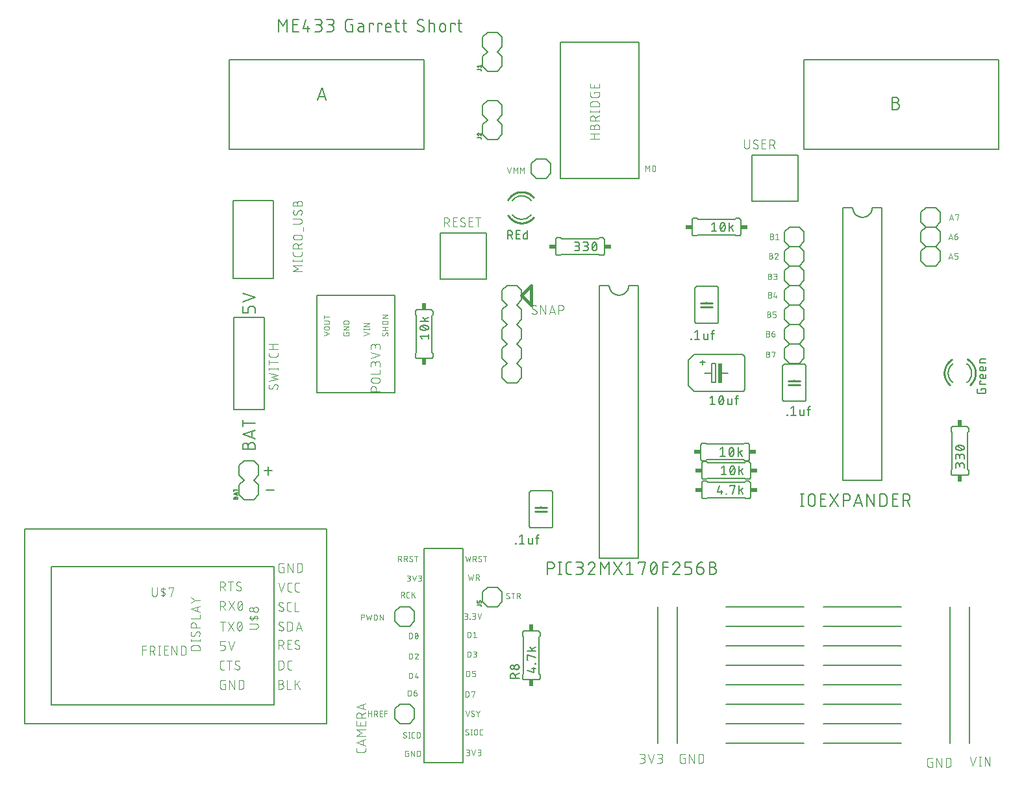
<source format=gto>
G04 EAGLE Gerber RS-274X export*
G75*
%MOMM*%
%FSLAX34Y34*%
%LPD*%
%INTop Silkscreen*%
%IPPOS*%
%AMOC8*
5,1,8,0,0,1.08239X$1,22.5*%
G01*
%ADD10C,0.152400*%
%ADD11C,0.101600*%
%ADD12C,0.406400*%
%ADD13C,0.076200*%
%ADD14C,0.177800*%
%ADD15C,0.200000*%
%ADD16C,0.127000*%
%ADD17C,0.203200*%
%ADD18C,0.254000*%
%ADD19R,0.863600X0.609600*%
%ADD20R,0.609600X0.863600*%
%ADD21R,0.508000X2.540000*%


D10*
X0Y812800D02*
X254000Y812800D01*
X254000Y929640D01*
X0Y929640D01*
X0Y812800D01*
X749300Y812800D02*
X1003300Y812800D01*
X1003300Y929640D01*
X749300Y929640D01*
X749300Y812800D01*
X749300Y215900D02*
X647700Y215900D01*
X647700Y190500D02*
X749300Y190500D01*
X749300Y165100D02*
X647700Y165100D01*
X647700Y139700D02*
X749300Y139700D01*
X749300Y114300D02*
X647700Y114300D01*
X647700Y88900D02*
X749300Y88900D01*
X749300Y63500D02*
X647700Y63500D01*
X647700Y38100D02*
X749300Y38100D01*
X774700Y38100D02*
X876300Y38100D01*
X876300Y63500D02*
X774700Y63500D01*
X774700Y88900D02*
X876300Y88900D01*
X876300Y114300D02*
X774700Y114300D01*
X774700Y139700D02*
X876300Y139700D01*
X876300Y165100D02*
X774700Y165100D01*
X774700Y190500D02*
X876300Y190500D01*
X876300Y215900D02*
X774700Y215900D01*
X939800Y215900D02*
X939800Y38100D01*
X965200Y38100D02*
X965200Y215900D01*
X584200Y215900D02*
X584200Y38100D01*
X558800Y38100D02*
X558800Y215900D01*
D11*
X538424Y11938D02*
X535178Y11938D01*
X538424Y11938D02*
X538537Y11940D01*
X538650Y11946D01*
X538763Y11956D01*
X538876Y11970D01*
X538988Y11987D01*
X539099Y12009D01*
X539209Y12034D01*
X539319Y12064D01*
X539427Y12097D01*
X539534Y12134D01*
X539640Y12174D01*
X539744Y12219D01*
X539847Y12267D01*
X539948Y12318D01*
X540047Y12373D01*
X540144Y12431D01*
X540239Y12493D01*
X540332Y12558D01*
X540422Y12626D01*
X540510Y12697D01*
X540596Y12772D01*
X540679Y12849D01*
X540759Y12929D01*
X540836Y13012D01*
X540911Y13098D01*
X540982Y13186D01*
X541050Y13276D01*
X541115Y13369D01*
X541177Y13464D01*
X541235Y13561D01*
X541290Y13660D01*
X541341Y13761D01*
X541389Y13864D01*
X541434Y13968D01*
X541474Y14074D01*
X541511Y14181D01*
X541544Y14289D01*
X541574Y14399D01*
X541599Y14509D01*
X541621Y14620D01*
X541638Y14732D01*
X541652Y14845D01*
X541662Y14958D01*
X541668Y15071D01*
X541670Y15184D01*
X541668Y15297D01*
X541662Y15410D01*
X541652Y15523D01*
X541638Y15636D01*
X541621Y15748D01*
X541599Y15859D01*
X541574Y15969D01*
X541544Y16079D01*
X541511Y16187D01*
X541474Y16294D01*
X541434Y16400D01*
X541389Y16504D01*
X541341Y16607D01*
X541290Y16708D01*
X541235Y16807D01*
X541177Y16904D01*
X541115Y16999D01*
X541050Y17092D01*
X540982Y17182D01*
X540911Y17270D01*
X540836Y17356D01*
X540759Y17439D01*
X540679Y17519D01*
X540596Y17596D01*
X540510Y17671D01*
X540422Y17742D01*
X540332Y17810D01*
X540239Y17875D01*
X540144Y17937D01*
X540047Y17995D01*
X539948Y18050D01*
X539847Y18101D01*
X539744Y18149D01*
X539640Y18194D01*
X539534Y18234D01*
X539427Y18271D01*
X539319Y18304D01*
X539209Y18334D01*
X539099Y18359D01*
X538988Y18381D01*
X538876Y18398D01*
X538763Y18412D01*
X538650Y18422D01*
X538537Y18428D01*
X538424Y18430D01*
X539073Y23622D02*
X535178Y23622D01*
X539073Y23622D02*
X539174Y23620D01*
X539274Y23614D01*
X539374Y23604D01*
X539474Y23591D01*
X539573Y23573D01*
X539672Y23552D01*
X539769Y23527D01*
X539866Y23498D01*
X539961Y23465D01*
X540055Y23429D01*
X540147Y23389D01*
X540238Y23346D01*
X540327Y23299D01*
X540414Y23249D01*
X540500Y23195D01*
X540583Y23138D01*
X540663Y23078D01*
X540742Y23015D01*
X540818Y22948D01*
X540891Y22879D01*
X540961Y22807D01*
X541029Y22733D01*
X541094Y22656D01*
X541155Y22576D01*
X541214Y22494D01*
X541269Y22410D01*
X541321Y22324D01*
X541370Y22236D01*
X541415Y22146D01*
X541457Y22054D01*
X541495Y21961D01*
X541529Y21866D01*
X541560Y21771D01*
X541587Y21674D01*
X541610Y21576D01*
X541630Y21477D01*
X541645Y21377D01*
X541657Y21277D01*
X541665Y21177D01*
X541669Y21076D01*
X541669Y20976D01*
X541665Y20875D01*
X541657Y20775D01*
X541645Y20675D01*
X541630Y20575D01*
X541610Y20476D01*
X541587Y20378D01*
X541560Y20281D01*
X541529Y20186D01*
X541495Y20091D01*
X541457Y19998D01*
X541415Y19906D01*
X541370Y19816D01*
X541321Y19728D01*
X541269Y19642D01*
X541214Y19558D01*
X541155Y19476D01*
X541094Y19396D01*
X541029Y19319D01*
X540961Y19245D01*
X540891Y19173D01*
X540818Y19104D01*
X540742Y19037D01*
X540663Y18974D01*
X540583Y18914D01*
X540500Y18857D01*
X540414Y18803D01*
X540327Y18753D01*
X540238Y18706D01*
X540147Y18663D01*
X540055Y18623D01*
X539961Y18587D01*
X539866Y18554D01*
X539769Y18525D01*
X539672Y18500D01*
X539573Y18479D01*
X539474Y18461D01*
X539374Y18448D01*
X539274Y18438D01*
X539174Y18432D01*
X539073Y18430D01*
X539073Y18429D02*
X536476Y18429D01*
X545959Y23622D02*
X549854Y11938D01*
X553748Y23622D01*
X558038Y11938D02*
X561284Y11938D01*
X561397Y11940D01*
X561510Y11946D01*
X561623Y11956D01*
X561736Y11970D01*
X561848Y11987D01*
X561959Y12009D01*
X562069Y12034D01*
X562179Y12064D01*
X562287Y12097D01*
X562394Y12134D01*
X562500Y12174D01*
X562604Y12219D01*
X562707Y12267D01*
X562808Y12318D01*
X562907Y12373D01*
X563004Y12431D01*
X563099Y12493D01*
X563192Y12558D01*
X563282Y12626D01*
X563370Y12697D01*
X563456Y12772D01*
X563539Y12849D01*
X563619Y12929D01*
X563696Y13012D01*
X563771Y13098D01*
X563842Y13186D01*
X563910Y13276D01*
X563975Y13369D01*
X564037Y13464D01*
X564095Y13561D01*
X564150Y13660D01*
X564201Y13761D01*
X564249Y13864D01*
X564294Y13968D01*
X564334Y14074D01*
X564371Y14181D01*
X564404Y14289D01*
X564434Y14399D01*
X564459Y14509D01*
X564481Y14620D01*
X564498Y14732D01*
X564512Y14845D01*
X564522Y14958D01*
X564528Y15071D01*
X564530Y15184D01*
X564528Y15297D01*
X564522Y15410D01*
X564512Y15523D01*
X564498Y15636D01*
X564481Y15748D01*
X564459Y15859D01*
X564434Y15969D01*
X564404Y16079D01*
X564371Y16187D01*
X564334Y16294D01*
X564294Y16400D01*
X564249Y16504D01*
X564201Y16607D01*
X564150Y16708D01*
X564095Y16807D01*
X564037Y16904D01*
X563975Y16999D01*
X563910Y17092D01*
X563842Y17182D01*
X563771Y17270D01*
X563696Y17356D01*
X563619Y17439D01*
X563539Y17519D01*
X563456Y17596D01*
X563370Y17671D01*
X563282Y17742D01*
X563192Y17810D01*
X563099Y17875D01*
X563004Y17937D01*
X562907Y17995D01*
X562808Y18050D01*
X562707Y18101D01*
X562604Y18149D01*
X562500Y18194D01*
X562394Y18234D01*
X562287Y18271D01*
X562179Y18304D01*
X562069Y18334D01*
X561959Y18359D01*
X561848Y18381D01*
X561736Y18398D01*
X561623Y18412D01*
X561510Y18422D01*
X561397Y18428D01*
X561284Y18430D01*
X561933Y23622D02*
X558038Y23622D01*
X561933Y23622D02*
X562034Y23620D01*
X562134Y23614D01*
X562234Y23604D01*
X562334Y23591D01*
X562433Y23573D01*
X562532Y23552D01*
X562629Y23527D01*
X562726Y23498D01*
X562821Y23465D01*
X562915Y23429D01*
X563007Y23389D01*
X563098Y23346D01*
X563187Y23299D01*
X563274Y23249D01*
X563360Y23195D01*
X563443Y23138D01*
X563523Y23078D01*
X563602Y23015D01*
X563678Y22948D01*
X563751Y22879D01*
X563821Y22807D01*
X563889Y22733D01*
X563954Y22656D01*
X564015Y22576D01*
X564074Y22494D01*
X564129Y22410D01*
X564181Y22324D01*
X564230Y22236D01*
X564275Y22146D01*
X564317Y22054D01*
X564355Y21961D01*
X564389Y21866D01*
X564420Y21771D01*
X564447Y21674D01*
X564470Y21576D01*
X564490Y21477D01*
X564505Y21377D01*
X564517Y21277D01*
X564525Y21177D01*
X564529Y21076D01*
X564529Y20976D01*
X564525Y20875D01*
X564517Y20775D01*
X564505Y20675D01*
X564490Y20575D01*
X564470Y20476D01*
X564447Y20378D01*
X564420Y20281D01*
X564389Y20186D01*
X564355Y20091D01*
X564317Y19998D01*
X564275Y19906D01*
X564230Y19816D01*
X564181Y19728D01*
X564129Y19642D01*
X564074Y19558D01*
X564015Y19476D01*
X563954Y19396D01*
X563889Y19319D01*
X563821Y19245D01*
X563751Y19173D01*
X563678Y19104D01*
X563602Y19037D01*
X563523Y18974D01*
X563443Y18914D01*
X563360Y18857D01*
X563274Y18803D01*
X563187Y18753D01*
X563098Y18706D01*
X563007Y18663D01*
X562915Y18623D01*
X562821Y18587D01*
X562726Y18554D01*
X562629Y18525D01*
X562532Y18500D01*
X562433Y18479D01*
X562334Y18461D01*
X562234Y18448D01*
X562134Y18438D01*
X562034Y18432D01*
X561933Y18430D01*
X561933Y18429D02*
X559336Y18429D01*
X965708Y19812D02*
X969603Y8128D01*
X973497Y19812D01*
X978747Y19812D02*
X978747Y8128D01*
X980045Y8128D02*
X977448Y8128D01*
X977448Y19812D02*
X980045Y19812D01*
X985026Y19812D02*
X985026Y8128D01*
X991517Y8128D02*
X985026Y19812D01*
X991517Y19812D02*
X991517Y8128D01*
X916319Y13349D02*
X914372Y13349D01*
X916319Y13349D02*
X916319Y6858D01*
X912424Y6858D01*
X912325Y6860D01*
X912225Y6866D01*
X912126Y6875D01*
X912028Y6888D01*
X911930Y6905D01*
X911832Y6926D01*
X911736Y6951D01*
X911641Y6979D01*
X911547Y7011D01*
X911454Y7046D01*
X911362Y7085D01*
X911272Y7128D01*
X911184Y7173D01*
X911097Y7223D01*
X911013Y7275D01*
X910930Y7331D01*
X910850Y7389D01*
X910772Y7451D01*
X910697Y7516D01*
X910624Y7584D01*
X910554Y7654D01*
X910486Y7727D01*
X910421Y7802D01*
X910359Y7880D01*
X910301Y7960D01*
X910245Y8043D01*
X910193Y8127D01*
X910143Y8214D01*
X910098Y8302D01*
X910055Y8392D01*
X910016Y8484D01*
X909981Y8577D01*
X909949Y8671D01*
X909921Y8766D01*
X909896Y8862D01*
X909875Y8960D01*
X909858Y9058D01*
X909845Y9156D01*
X909836Y9255D01*
X909830Y9355D01*
X909828Y9454D01*
X909828Y15946D01*
X909830Y16045D01*
X909836Y16145D01*
X909845Y16244D01*
X909858Y16342D01*
X909875Y16440D01*
X909896Y16538D01*
X909921Y16634D01*
X909949Y16729D01*
X909981Y16823D01*
X910016Y16916D01*
X910055Y17008D01*
X910098Y17098D01*
X910143Y17186D01*
X910193Y17273D01*
X910245Y17357D01*
X910301Y17440D01*
X910359Y17520D01*
X910421Y17598D01*
X910486Y17673D01*
X910554Y17746D01*
X910624Y17816D01*
X910697Y17884D01*
X910772Y17949D01*
X910850Y18011D01*
X910930Y18069D01*
X911013Y18125D01*
X911097Y18177D01*
X911184Y18227D01*
X911272Y18272D01*
X911362Y18315D01*
X911454Y18354D01*
X911546Y18389D01*
X911641Y18421D01*
X911736Y18449D01*
X911832Y18474D01*
X911930Y18495D01*
X912028Y18512D01*
X912126Y18525D01*
X912225Y18534D01*
X912325Y18540D01*
X912424Y18542D01*
X916319Y18542D01*
X922020Y18542D02*
X922020Y6858D01*
X928511Y6858D02*
X922020Y18542D01*
X928511Y18542D02*
X928511Y6858D01*
X934212Y6858D02*
X934212Y18542D01*
X937457Y18542D01*
X937570Y18540D01*
X937683Y18534D01*
X937796Y18524D01*
X937909Y18510D01*
X938021Y18493D01*
X938132Y18471D01*
X938242Y18446D01*
X938352Y18416D01*
X938460Y18383D01*
X938567Y18346D01*
X938673Y18306D01*
X938777Y18261D01*
X938880Y18213D01*
X938981Y18162D01*
X939080Y18107D01*
X939177Y18049D01*
X939272Y17987D01*
X939365Y17922D01*
X939455Y17854D01*
X939543Y17783D01*
X939629Y17708D01*
X939712Y17631D01*
X939792Y17551D01*
X939869Y17468D01*
X939944Y17382D01*
X940015Y17294D01*
X940083Y17204D01*
X940148Y17111D01*
X940210Y17016D01*
X940268Y16919D01*
X940323Y16820D01*
X940374Y16719D01*
X940422Y16616D01*
X940467Y16512D01*
X940507Y16406D01*
X940544Y16299D01*
X940577Y16191D01*
X940607Y16081D01*
X940632Y15971D01*
X940654Y15860D01*
X940671Y15748D01*
X940685Y15635D01*
X940695Y15522D01*
X940701Y15409D01*
X940703Y15296D01*
X940703Y10104D01*
X940704Y10104D02*
X940702Y9991D01*
X940696Y9878D01*
X940686Y9765D01*
X940672Y9652D01*
X940655Y9540D01*
X940633Y9429D01*
X940608Y9319D01*
X940578Y9209D01*
X940545Y9101D01*
X940508Y8994D01*
X940468Y8888D01*
X940423Y8784D01*
X940375Y8681D01*
X940324Y8580D01*
X940269Y8481D01*
X940211Y8384D01*
X940149Y8289D01*
X940084Y8196D01*
X940016Y8106D01*
X939945Y8018D01*
X939870Y7932D01*
X939793Y7849D01*
X939713Y7769D01*
X939630Y7692D01*
X939544Y7617D01*
X939456Y7546D01*
X939366Y7478D01*
X939273Y7413D01*
X939178Y7351D01*
X939081Y7293D01*
X938982Y7238D01*
X938881Y7187D01*
X938778Y7139D01*
X938674Y7094D01*
X938568Y7054D01*
X938461Y7017D01*
X938353Y6984D01*
X938243Y6954D01*
X938133Y6929D01*
X938022Y6907D01*
X937910Y6890D01*
X937797Y6876D01*
X937684Y6866D01*
X937571Y6860D01*
X937458Y6858D01*
X937457Y6858D02*
X934212Y6858D01*
X593739Y18429D02*
X591792Y18429D01*
X593739Y18429D02*
X593739Y11938D01*
X589844Y11938D01*
X589745Y11940D01*
X589645Y11946D01*
X589546Y11955D01*
X589448Y11968D01*
X589350Y11985D01*
X589252Y12006D01*
X589156Y12031D01*
X589061Y12059D01*
X588967Y12091D01*
X588874Y12126D01*
X588782Y12165D01*
X588692Y12208D01*
X588604Y12253D01*
X588517Y12303D01*
X588433Y12355D01*
X588350Y12411D01*
X588270Y12469D01*
X588192Y12531D01*
X588117Y12596D01*
X588044Y12664D01*
X587974Y12734D01*
X587906Y12807D01*
X587841Y12882D01*
X587779Y12960D01*
X587721Y13040D01*
X587665Y13123D01*
X587613Y13207D01*
X587563Y13294D01*
X587518Y13382D01*
X587475Y13472D01*
X587436Y13564D01*
X587401Y13657D01*
X587369Y13751D01*
X587341Y13846D01*
X587316Y13942D01*
X587295Y14040D01*
X587278Y14138D01*
X587265Y14236D01*
X587256Y14335D01*
X587250Y14435D01*
X587248Y14534D01*
X587248Y21026D01*
X587250Y21125D01*
X587256Y21225D01*
X587265Y21324D01*
X587278Y21422D01*
X587295Y21520D01*
X587316Y21618D01*
X587341Y21714D01*
X587369Y21809D01*
X587401Y21903D01*
X587436Y21996D01*
X587475Y22088D01*
X587518Y22178D01*
X587563Y22266D01*
X587613Y22353D01*
X587665Y22437D01*
X587721Y22520D01*
X587779Y22600D01*
X587841Y22678D01*
X587906Y22753D01*
X587974Y22826D01*
X588044Y22896D01*
X588117Y22964D01*
X588192Y23029D01*
X588270Y23091D01*
X588350Y23149D01*
X588433Y23205D01*
X588517Y23257D01*
X588604Y23307D01*
X588692Y23352D01*
X588782Y23395D01*
X588874Y23434D01*
X588966Y23469D01*
X589061Y23501D01*
X589156Y23529D01*
X589252Y23554D01*
X589350Y23575D01*
X589448Y23592D01*
X589546Y23605D01*
X589645Y23614D01*
X589745Y23620D01*
X589844Y23622D01*
X593739Y23622D01*
X599440Y23622D02*
X599440Y11938D01*
X605931Y11938D02*
X599440Y23622D01*
X605931Y23622D02*
X605931Y11938D01*
X611632Y11938D02*
X611632Y23622D01*
X614877Y23622D01*
X614990Y23620D01*
X615103Y23614D01*
X615216Y23604D01*
X615329Y23590D01*
X615441Y23573D01*
X615552Y23551D01*
X615662Y23526D01*
X615772Y23496D01*
X615880Y23463D01*
X615987Y23426D01*
X616093Y23386D01*
X616197Y23341D01*
X616300Y23293D01*
X616401Y23242D01*
X616500Y23187D01*
X616597Y23129D01*
X616692Y23067D01*
X616785Y23002D01*
X616875Y22934D01*
X616963Y22863D01*
X617049Y22788D01*
X617132Y22711D01*
X617212Y22631D01*
X617289Y22548D01*
X617364Y22462D01*
X617435Y22374D01*
X617503Y22284D01*
X617568Y22191D01*
X617630Y22096D01*
X617688Y21999D01*
X617743Y21900D01*
X617794Y21799D01*
X617842Y21696D01*
X617887Y21592D01*
X617927Y21486D01*
X617964Y21379D01*
X617997Y21271D01*
X618027Y21161D01*
X618052Y21051D01*
X618074Y20940D01*
X618091Y20828D01*
X618105Y20715D01*
X618115Y20602D01*
X618121Y20489D01*
X618123Y20376D01*
X618123Y15184D01*
X618124Y15184D02*
X618122Y15071D01*
X618116Y14958D01*
X618106Y14845D01*
X618092Y14732D01*
X618075Y14620D01*
X618053Y14509D01*
X618028Y14399D01*
X617998Y14289D01*
X617965Y14181D01*
X617928Y14074D01*
X617888Y13968D01*
X617843Y13864D01*
X617795Y13761D01*
X617744Y13660D01*
X617689Y13561D01*
X617631Y13464D01*
X617569Y13369D01*
X617504Y13276D01*
X617436Y13186D01*
X617365Y13098D01*
X617290Y13012D01*
X617213Y12929D01*
X617133Y12849D01*
X617050Y12772D01*
X616964Y12697D01*
X616876Y12626D01*
X616786Y12558D01*
X616693Y12493D01*
X616598Y12431D01*
X616501Y12373D01*
X616402Y12318D01*
X616301Y12267D01*
X616198Y12219D01*
X616094Y12174D01*
X615988Y12134D01*
X615881Y12097D01*
X615773Y12064D01*
X615663Y12034D01*
X615553Y12009D01*
X615442Y11987D01*
X615330Y11970D01*
X615217Y11956D01*
X615104Y11946D01*
X614991Y11940D01*
X614878Y11938D01*
X614877Y11938D02*
X611632Y11938D01*
D10*
X64262Y965962D02*
X64262Y982218D01*
X69681Y973187D01*
X75099Y982218D01*
X75099Y965962D01*
X82910Y965962D02*
X90135Y965962D01*
X82910Y965962D02*
X82910Y982218D01*
X90135Y982218D01*
X88329Y974993D02*
X82910Y974993D01*
X95907Y969574D02*
X99519Y982218D01*
X95907Y969574D02*
X104938Y969574D01*
X102228Y965962D02*
X102228Y973187D01*
X111538Y965962D02*
X116053Y965962D01*
X116186Y965964D01*
X116318Y965970D01*
X116450Y965980D01*
X116582Y965993D01*
X116714Y966011D01*
X116844Y966032D01*
X116975Y966057D01*
X117104Y966086D01*
X117232Y966119D01*
X117360Y966155D01*
X117486Y966195D01*
X117611Y966239D01*
X117735Y966287D01*
X117857Y966338D01*
X117978Y966393D01*
X118097Y966451D01*
X118215Y966513D01*
X118330Y966578D01*
X118444Y966647D01*
X118555Y966718D01*
X118664Y966794D01*
X118771Y966872D01*
X118876Y966953D01*
X118978Y967038D01*
X119078Y967125D01*
X119175Y967215D01*
X119270Y967308D01*
X119361Y967404D01*
X119450Y967502D01*
X119536Y967603D01*
X119619Y967707D01*
X119699Y967813D01*
X119775Y967921D01*
X119849Y968031D01*
X119919Y968144D01*
X119986Y968258D01*
X120049Y968375D01*
X120109Y968493D01*
X120166Y968613D01*
X120219Y968735D01*
X120268Y968858D01*
X120314Y968982D01*
X120356Y969108D01*
X120394Y969235D01*
X120429Y969363D01*
X120460Y969492D01*
X120487Y969621D01*
X120510Y969752D01*
X120530Y969883D01*
X120545Y970015D01*
X120557Y970147D01*
X120565Y970279D01*
X120569Y970412D01*
X120569Y970544D01*
X120565Y970677D01*
X120557Y970809D01*
X120545Y970941D01*
X120530Y971073D01*
X120510Y971204D01*
X120487Y971335D01*
X120460Y971464D01*
X120429Y971593D01*
X120394Y971721D01*
X120356Y971848D01*
X120314Y971974D01*
X120268Y972098D01*
X120219Y972221D01*
X120166Y972343D01*
X120109Y972463D01*
X120049Y972581D01*
X119986Y972698D01*
X119919Y972812D01*
X119849Y972925D01*
X119775Y973035D01*
X119699Y973143D01*
X119619Y973249D01*
X119536Y973353D01*
X119450Y973454D01*
X119361Y973552D01*
X119270Y973648D01*
X119175Y973741D01*
X119078Y973831D01*
X118978Y973918D01*
X118876Y974003D01*
X118771Y974084D01*
X118664Y974162D01*
X118555Y974238D01*
X118444Y974309D01*
X118330Y974378D01*
X118215Y974443D01*
X118097Y974505D01*
X117978Y974563D01*
X117857Y974618D01*
X117735Y974669D01*
X117611Y974717D01*
X117486Y974761D01*
X117360Y974801D01*
X117232Y974837D01*
X117104Y974870D01*
X116975Y974899D01*
X116844Y974924D01*
X116714Y974945D01*
X116582Y974963D01*
X116450Y974976D01*
X116318Y974986D01*
X116186Y974992D01*
X116053Y974994D01*
X116956Y982218D02*
X111538Y982218D01*
X116956Y982218D02*
X117075Y982216D01*
X117195Y982210D01*
X117314Y982200D01*
X117432Y982186D01*
X117551Y982169D01*
X117668Y982147D01*
X117785Y982122D01*
X117900Y982092D01*
X118015Y982059D01*
X118129Y982022D01*
X118241Y981982D01*
X118352Y981937D01*
X118461Y981889D01*
X118569Y981838D01*
X118675Y981783D01*
X118779Y981724D01*
X118881Y981662D01*
X118981Y981597D01*
X119079Y981528D01*
X119175Y981456D01*
X119268Y981381D01*
X119358Y981304D01*
X119446Y981223D01*
X119531Y981139D01*
X119613Y981052D01*
X119693Y980963D01*
X119769Y980871D01*
X119843Y980777D01*
X119913Y980680D01*
X119980Y980582D01*
X120044Y980481D01*
X120104Y980377D01*
X120161Y980272D01*
X120214Y980165D01*
X120264Y980057D01*
X120310Y979947D01*
X120352Y979835D01*
X120391Y979722D01*
X120426Y979608D01*
X120457Y979493D01*
X120485Y979376D01*
X120508Y979259D01*
X120528Y979142D01*
X120544Y979023D01*
X120556Y978904D01*
X120564Y978785D01*
X120568Y978666D01*
X120568Y978546D01*
X120564Y978427D01*
X120556Y978308D01*
X120544Y978189D01*
X120528Y978070D01*
X120508Y977953D01*
X120485Y977836D01*
X120457Y977719D01*
X120426Y977604D01*
X120391Y977490D01*
X120352Y977377D01*
X120310Y977265D01*
X120264Y977155D01*
X120214Y977047D01*
X120161Y976940D01*
X120104Y976835D01*
X120044Y976731D01*
X119980Y976630D01*
X119913Y976532D01*
X119843Y976435D01*
X119769Y976341D01*
X119693Y976249D01*
X119613Y976160D01*
X119531Y976073D01*
X119446Y975989D01*
X119358Y975908D01*
X119268Y975831D01*
X119175Y975756D01*
X119079Y975684D01*
X118981Y975615D01*
X118881Y975550D01*
X118779Y975488D01*
X118675Y975429D01*
X118569Y975374D01*
X118461Y975323D01*
X118352Y975275D01*
X118241Y975230D01*
X118129Y975190D01*
X118015Y975153D01*
X117900Y975120D01*
X117785Y975090D01*
X117668Y975065D01*
X117551Y975043D01*
X117432Y975026D01*
X117314Y975012D01*
X117195Y975002D01*
X117075Y974996D01*
X116956Y974994D01*
X116956Y974993D02*
X113344Y974993D01*
X127169Y965962D02*
X131685Y965962D01*
X131818Y965964D01*
X131950Y965970D01*
X132082Y965980D01*
X132214Y965993D01*
X132346Y966011D01*
X132476Y966032D01*
X132607Y966057D01*
X132736Y966086D01*
X132864Y966119D01*
X132992Y966155D01*
X133118Y966195D01*
X133243Y966239D01*
X133367Y966287D01*
X133489Y966338D01*
X133610Y966393D01*
X133729Y966451D01*
X133847Y966513D01*
X133962Y966578D01*
X134076Y966647D01*
X134187Y966718D01*
X134296Y966794D01*
X134403Y966872D01*
X134508Y966953D01*
X134610Y967038D01*
X134710Y967125D01*
X134807Y967215D01*
X134902Y967308D01*
X134993Y967404D01*
X135082Y967502D01*
X135168Y967603D01*
X135251Y967707D01*
X135331Y967813D01*
X135407Y967921D01*
X135481Y968031D01*
X135551Y968144D01*
X135618Y968258D01*
X135681Y968375D01*
X135741Y968493D01*
X135798Y968613D01*
X135851Y968735D01*
X135900Y968858D01*
X135946Y968982D01*
X135988Y969108D01*
X136026Y969235D01*
X136061Y969363D01*
X136092Y969492D01*
X136119Y969621D01*
X136142Y969752D01*
X136162Y969883D01*
X136177Y970015D01*
X136189Y970147D01*
X136197Y970279D01*
X136201Y970412D01*
X136201Y970544D01*
X136197Y970677D01*
X136189Y970809D01*
X136177Y970941D01*
X136162Y971073D01*
X136142Y971204D01*
X136119Y971335D01*
X136092Y971464D01*
X136061Y971593D01*
X136026Y971721D01*
X135988Y971848D01*
X135946Y971974D01*
X135900Y972098D01*
X135851Y972221D01*
X135798Y972343D01*
X135741Y972463D01*
X135681Y972581D01*
X135618Y972698D01*
X135551Y972812D01*
X135481Y972925D01*
X135407Y973035D01*
X135331Y973143D01*
X135251Y973249D01*
X135168Y973353D01*
X135082Y973454D01*
X134993Y973552D01*
X134902Y973648D01*
X134807Y973741D01*
X134710Y973831D01*
X134610Y973918D01*
X134508Y974003D01*
X134403Y974084D01*
X134296Y974162D01*
X134187Y974238D01*
X134076Y974309D01*
X133962Y974378D01*
X133847Y974443D01*
X133729Y974505D01*
X133610Y974563D01*
X133489Y974618D01*
X133367Y974669D01*
X133243Y974717D01*
X133118Y974761D01*
X132992Y974801D01*
X132864Y974837D01*
X132736Y974870D01*
X132607Y974899D01*
X132476Y974924D01*
X132346Y974945D01*
X132214Y974963D01*
X132082Y974976D01*
X131950Y974986D01*
X131818Y974992D01*
X131685Y974994D01*
X132588Y982218D02*
X127169Y982218D01*
X132588Y982218D02*
X132707Y982216D01*
X132827Y982210D01*
X132946Y982200D01*
X133064Y982186D01*
X133183Y982169D01*
X133300Y982147D01*
X133417Y982122D01*
X133532Y982092D01*
X133647Y982059D01*
X133761Y982022D01*
X133873Y981982D01*
X133984Y981937D01*
X134093Y981889D01*
X134201Y981838D01*
X134307Y981783D01*
X134411Y981724D01*
X134513Y981662D01*
X134613Y981597D01*
X134711Y981528D01*
X134807Y981456D01*
X134900Y981381D01*
X134990Y981304D01*
X135078Y981223D01*
X135163Y981139D01*
X135245Y981052D01*
X135325Y980963D01*
X135401Y980871D01*
X135475Y980777D01*
X135545Y980680D01*
X135612Y980582D01*
X135676Y980481D01*
X135736Y980377D01*
X135793Y980272D01*
X135846Y980165D01*
X135896Y980057D01*
X135942Y979947D01*
X135984Y979835D01*
X136023Y979722D01*
X136058Y979608D01*
X136089Y979493D01*
X136117Y979376D01*
X136140Y979259D01*
X136160Y979142D01*
X136176Y979023D01*
X136188Y978904D01*
X136196Y978785D01*
X136200Y978666D01*
X136200Y978546D01*
X136196Y978427D01*
X136188Y978308D01*
X136176Y978189D01*
X136160Y978070D01*
X136140Y977953D01*
X136117Y977836D01*
X136089Y977719D01*
X136058Y977604D01*
X136023Y977490D01*
X135984Y977377D01*
X135942Y977265D01*
X135896Y977155D01*
X135846Y977047D01*
X135793Y976940D01*
X135736Y976835D01*
X135676Y976731D01*
X135612Y976630D01*
X135545Y976532D01*
X135475Y976435D01*
X135401Y976341D01*
X135325Y976249D01*
X135245Y976160D01*
X135163Y976073D01*
X135078Y975989D01*
X134990Y975908D01*
X134900Y975831D01*
X134807Y975756D01*
X134711Y975684D01*
X134613Y975615D01*
X134513Y975550D01*
X134411Y975488D01*
X134307Y975429D01*
X134201Y975374D01*
X134093Y975323D01*
X133984Y975275D01*
X133873Y975230D01*
X133761Y975190D01*
X133647Y975153D01*
X133532Y975120D01*
X133417Y975090D01*
X133300Y975065D01*
X133183Y975043D01*
X133064Y975026D01*
X132946Y975012D01*
X132827Y975002D01*
X132707Y974996D01*
X132588Y974994D01*
X132588Y974993D02*
X128975Y974993D01*
X157980Y974993D02*
X160689Y974993D01*
X160689Y965962D01*
X155270Y965962D01*
X155152Y965964D01*
X155034Y965970D01*
X154916Y965979D01*
X154799Y965993D01*
X154682Y966010D01*
X154565Y966031D01*
X154450Y966056D01*
X154335Y966085D01*
X154221Y966118D01*
X154109Y966154D01*
X153998Y966194D01*
X153888Y966237D01*
X153779Y966284D01*
X153672Y966334D01*
X153567Y966389D01*
X153464Y966446D01*
X153363Y966507D01*
X153263Y966571D01*
X153166Y966638D01*
X153071Y966708D01*
X152979Y966782D01*
X152888Y966858D01*
X152801Y966938D01*
X152716Y967020D01*
X152634Y967105D01*
X152554Y967192D01*
X152478Y967283D01*
X152404Y967375D01*
X152334Y967470D01*
X152267Y967567D01*
X152203Y967667D01*
X152142Y967768D01*
X152085Y967871D01*
X152030Y967976D01*
X151980Y968083D01*
X151933Y968192D01*
X151890Y968302D01*
X151850Y968413D01*
X151814Y968525D01*
X151781Y968639D01*
X151752Y968754D01*
X151727Y968869D01*
X151706Y968986D01*
X151689Y969103D01*
X151675Y969220D01*
X151666Y969338D01*
X151660Y969456D01*
X151658Y969574D01*
X151658Y978606D01*
X151660Y978724D01*
X151666Y978842D01*
X151675Y978960D01*
X151689Y979077D01*
X151706Y979194D01*
X151727Y979311D01*
X151752Y979426D01*
X151781Y979541D01*
X151814Y979655D01*
X151850Y979767D01*
X151890Y979878D01*
X151933Y979988D01*
X151980Y980097D01*
X152030Y980204D01*
X152084Y980309D01*
X152142Y980412D01*
X152203Y980513D01*
X152267Y980613D01*
X152334Y980710D01*
X152404Y980805D01*
X152478Y980897D01*
X152554Y980988D01*
X152634Y981075D01*
X152716Y981160D01*
X152801Y981242D01*
X152888Y981322D01*
X152979Y981398D01*
X153071Y981472D01*
X153166Y981542D01*
X153263Y981609D01*
X153363Y981673D01*
X153464Y981734D01*
X153567Y981791D01*
X153672Y981845D01*
X153779Y981896D01*
X153888Y981943D01*
X153998Y981986D01*
X154109Y982026D01*
X154221Y982062D01*
X154335Y982095D01*
X154450Y982124D01*
X154565Y982149D01*
X154682Y982170D01*
X154799Y982187D01*
X154916Y982201D01*
X155034Y982210D01*
X155152Y982216D01*
X155270Y982218D01*
X160689Y982218D01*
X170759Y972284D02*
X174823Y972284D01*
X170759Y972284D02*
X170647Y972282D01*
X170536Y972276D01*
X170425Y972266D01*
X170314Y972253D01*
X170204Y972235D01*
X170095Y972213D01*
X169986Y972188D01*
X169878Y972159D01*
X169772Y972126D01*
X169666Y972089D01*
X169562Y972049D01*
X169460Y972005D01*
X169359Y971957D01*
X169260Y971906D01*
X169162Y971851D01*
X169067Y971793D01*
X168974Y971732D01*
X168883Y971667D01*
X168794Y971599D01*
X168708Y971528D01*
X168625Y971455D01*
X168544Y971378D01*
X168465Y971298D01*
X168390Y971216D01*
X168318Y971131D01*
X168248Y971044D01*
X168182Y970954D01*
X168119Y970862D01*
X168059Y970767D01*
X168003Y970671D01*
X167950Y970573D01*
X167901Y970473D01*
X167855Y970371D01*
X167813Y970268D01*
X167774Y970163D01*
X167739Y970057D01*
X167708Y969950D01*
X167681Y969842D01*
X167657Y969733D01*
X167638Y969623D01*
X167622Y969513D01*
X167610Y969402D01*
X167602Y969290D01*
X167598Y969179D01*
X167598Y969067D01*
X167602Y968956D01*
X167610Y968844D01*
X167622Y968733D01*
X167638Y968623D01*
X167657Y968513D01*
X167681Y968404D01*
X167708Y968296D01*
X167739Y968189D01*
X167774Y968083D01*
X167813Y967978D01*
X167855Y967875D01*
X167901Y967773D01*
X167950Y967673D01*
X168003Y967575D01*
X168059Y967479D01*
X168119Y967384D01*
X168182Y967292D01*
X168248Y967202D01*
X168318Y967115D01*
X168390Y967030D01*
X168465Y966948D01*
X168544Y966868D01*
X168625Y966791D01*
X168708Y966718D01*
X168794Y966647D01*
X168883Y966579D01*
X168974Y966514D01*
X169067Y966453D01*
X169162Y966395D01*
X169260Y966340D01*
X169359Y966289D01*
X169460Y966241D01*
X169562Y966197D01*
X169666Y966157D01*
X169772Y966120D01*
X169878Y966087D01*
X169986Y966058D01*
X170095Y966033D01*
X170204Y966011D01*
X170314Y965993D01*
X170425Y965980D01*
X170536Y965970D01*
X170647Y965964D01*
X170759Y965962D01*
X174823Y965962D01*
X174823Y974090D01*
X174822Y974090D02*
X174820Y974191D01*
X174814Y974292D01*
X174805Y974393D01*
X174792Y974494D01*
X174775Y974594D01*
X174754Y974693D01*
X174730Y974791D01*
X174702Y974888D01*
X174670Y974985D01*
X174635Y975080D01*
X174596Y975173D01*
X174554Y975265D01*
X174508Y975356D01*
X174459Y975445D01*
X174407Y975531D01*
X174351Y975616D01*
X174293Y975699D01*
X174231Y975779D01*
X174166Y975857D01*
X174099Y975933D01*
X174029Y976006D01*
X173956Y976076D01*
X173880Y976143D01*
X173802Y976208D01*
X173722Y976270D01*
X173639Y976328D01*
X173554Y976384D01*
X173468Y976436D01*
X173379Y976485D01*
X173288Y976531D01*
X173196Y976573D01*
X173103Y976612D01*
X173008Y976647D01*
X172911Y976679D01*
X172814Y976707D01*
X172716Y976731D01*
X172617Y976752D01*
X172517Y976769D01*
X172416Y976782D01*
X172315Y976791D01*
X172214Y976797D01*
X172113Y976799D01*
X168501Y976799D01*
X182345Y976799D02*
X182345Y965962D01*
X182345Y976799D02*
X187764Y976799D01*
X187764Y974993D01*
X193287Y976799D02*
X193287Y965962D01*
X193287Y976799D02*
X198706Y976799D01*
X198706Y974993D01*
X206332Y965962D02*
X210848Y965962D01*
X206332Y965962D02*
X206231Y965964D01*
X206130Y965970D01*
X206029Y965979D01*
X205928Y965992D01*
X205828Y966009D01*
X205729Y966030D01*
X205631Y966054D01*
X205534Y966082D01*
X205437Y966114D01*
X205342Y966149D01*
X205249Y966188D01*
X205157Y966230D01*
X205066Y966276D01*
X204978Y966325D01*
X204891Y966377D01*
X204806Y966433D01*
X204723Y966491D01*
X204643Y966553D01*
X204565Y966618D01*
X204489Y966685D01*
X204416Y966755D01*
X204346Y966828D01*
X204279Y966904D01*
X204214Y966982D01*
X204152Y967062D01*
X204094Y967145D01*
X204038Y967230D01*
X203986Y967317D01*
X203937Y967405D01*
X203891Y967496D01*
X203849Y967588D01*
X203810Y967681D01*
X203775Y967776D01*
X203743Y967873D01*
X203715Y967970D01*
X203691Y968068D01*
X203670Y968167D01*
X203653Y968267D01*
X203640Y968368D01*
X203631Y968469D01*
X203625Y968570D01*
X203623Y968671D01*
X203623Y973187D01*
X203625Y973306D01*
X203631Y973426D01*
X203641Y973545D01*
X203655Y973663D01*
X203672Y973782D01*
X203694Y973899D01*
X203719Y974016D01*
X203749Y974131D01*
X203782Y974246D01*
X203819Y974360D01*
X203859Y974472D01*
X203904Y974583D01*
X203952Y974692D01*
X204003Y974800D01*
X204058Y974906D01*
X204117Y975010D01*
X204179Y975112D01*
X204244Y975212D01*
X204313Y975310D01*
X204385Y975406D01*
X204460Y975499D01*
X204537Y975589D01*
X204618Y975677D01*
X204702Y975762D01*
X204789Y975844D01*
X204878Y975924D01*
X204970Y976000D01*
X205064Y976074D01*
X205161Y976144D01*
X205259Y976211D01*
X205360Y976275D01*
X205464Y976335D01*
X205569Y976392D01*
X205676Y976445D01*
X205784Y976495D01*
X205894Y976541D01*
X206006Y976583D01*
X206119Y976622D01*
X206233Y976657D01*
X206348Y976688D01*
X206465Y976716D01*
X206582Y976739D01*
X206699Y976759D01*
X206818Y976775D01*
X206937Y976787D01*
X207056Y976795D01*
X207175Y976799D01*
X207295Y976799D01*
X207414Y976795D01*
X207533Y976787D01*
X207652Y976775D01*
X207771Y976759D01*
X207888Y976739D01*
X208005Y976716D01*
X208122Y976688D01*
X208237Y976657D01*
X208351Y976622D01*
X208464Y976583D01*
X208576Y976541D01*
X208686Y976495D01*
X208794Y976445D01*
X208901Y976392D01*
X209006Y976335D01*
X209110Y976275D01*
X209211Y976211D01*
X209309Y976144D01*
X209406Y976074D01*
X209500Y976000D01*
X209592Y975924D01*
X209681Y975844D01*
X209768Y975762D01*
X209852Y975677D01*
X209933Y975589D01*
X210010Y975499D01*
X210085Y975406D01*
X210157Y975310D01*
X210226Y975212D01*
X210291Y975112D01*
X210353Y975010D01*
X210412Y974906D01*
X210467Y974800D01*
X210518Y974692D01*
X210566Y974583D01*
X210611Y974472D01*
X210651Y974360D01*
X210688Y974246D01*
X210721Y974131D01*
X210751Y974016D01*
X210776Y973899D01*
X210798Y973782D01*
X210815Y973663D01*
X210829Y973545D01*
X210839Y973426D01*
X210845Y973306D01*
X210847Y973187D01*
X210848Y973187D02*
X210848Y971381D01*
X203623Y971381D01*
X215873Y976799D02*
X221291Y976799D01*
X217679Y982218D02*
X217679Y968671D01*
X217681Y968570D01*
X217687Y968469D01*
X217696Y968368D01*
X217709Y968267D01*
X217726Y968167D01*
X217747Y968068D01*
X217771Y967970D01*
X217799Y967873D01*
X217831Y967776D01*
X217866Y967681D01*
X217905Y967588D01*
X217947Y967496D01*
X217993Y967405D01*
X218042Y967317D01*
X218094Y967230D01*
X218150Y967145D01*
X218208Y967062D01*
X218270Y966982D01*
X218335Y966904D01*
X218402Y966828D01*
X218472Y966755D01*
X218545Y966685D01*
X218621Y966618D01*
X218699Y966553D01*
X218779Y966491D01*
X218862Y966433D01*
X218947Y966377D01*
X219034Y966325D01*
X219122Y966276D01*
X219213Y966230D01*
X219305Y966188D01*
X219398Y966149D01*
X219493Y966114D01*
X219590Y966082D01*
X219687Y966054D01*
X219785Y966030D01*
X219884Y966009D01*
X219984Y965992D01*
X220085Y965979D01*
X220186Y965970D01*
X220287Y965964D01*
X220388Y965962D01*
X221291Y965962D01*
X225773Y976799D02*
X231191Y976799D01*
X227579Y982218D02*
X227579Y968671D01*
X227581Y968570D01*
X227587Y968469D01*
X227596Y968368D01*
X227609Y968267D01*
X227626Y968167D01*
X227647Y968068D01*
X227671Y967970D01*
X227699Y967873D01*
X227731Y967776D01*
X227766Y967681D01*
X227805Y967588D01*
X227847Y967496D01*
X227893Y967405D01*
X227942Y967317D01*
X227994Y967230D01*
X228050Y967145D01*
X228108Y967062D01*
X228170Y966982D01*
X228235Y966904D01*
X228302Y966828D01*
X228372Y966755D01*
X228445Y966685D01*
X228521Y966618D01*
X228599Y966553D01*
X228679Y966491D01*
X228762Y966433D01*
X228847Y966377D01*
X228934Y966325D01*
X229022Y966276D01*
X229113Y966230D01*
X229205Y966188D01*
X229298Y966149D01*
X229393Y966114D01*
X229490Y966082D01*
X229587Y966054D01*
X229685Y966030D01*
X229784Y966009D01*
X229884Y965992D01*
X229985Y965979D01*
X230086Y965970D01*
X230187Y965964D01*
X230288Y965962D01*
X231191Y965962D01*
X250343Y965962D02*
X250461Y965964D01*
X250579Y965970D01*
X250697Y965979D01*
X250814Y965993D01*
X250931Y966010D01*
X251048Y966031D01*
X251163Y966056D01*
X251278Y966085D01*
X251392Y966118D01*
X251504Y966154D01*
X251615Y966194D01*
X251725Y966237D01*
X251834Y966284D01*
X251941Y966334D01*
X252046Y966389D01*
X252149Y966446D01*
X252250Y966507D01*
X252350Y966571D01*
X252447Y966638D01*
X252542Y966708D01*
X252634Y966782D01*
X252725Y966858D01*
X252812Y966938D01*
X252897Y967020D01*
X252979Y967105D01*
X253059Y967192D01*
X253135Y967283D01*
X253209Y967375D01*
X253279Y967470D01*
X253346Y967567D01*
X253410Y967667D01*
X253471Y967768D01*
X253528Y967871D01*
X253583Y967976D01*
X253633Y968083D01*
X253680Y968192D01*
X253723Y968302D01*
X253763Y968413D01*
X253799Y968525D01*
X253832Y968639D01*
X253861Y968754D01*
X253886Y968869D01*
X253907Y968986D01*
X253924Y969103D01*
X253938Y969220D01*
X253947Y969338D01*
X253953Y969456D01*
X253955Y969574D01*
X250343Y965962D02*
X250160Y965964D01*
X249978Y965971D01*
X249796Y965982D01*
X249614Y965997D01*
X249432Y966017D01*
X249251Y966040D01*
X249071Y966069D01*
X248891Y966101D01*
X248712Y966138D01*
X248535Y966179D01*
X248358Y966225D01*
X248182Y966274D01*
X248008Y966328D01*
X247834Y966386D01*
X247663Y966448D01*
X247493Y966514D01*
X247324Y966585D01*
X247157Y966659D01*
X246992Y966737D01*
X246829Y966819D01*
X246668Y966905D01*
X246509Y966995D01*
X246352Y967089D01*
X246198Y967186D01*
X246046Y967287D01*
X245896Y967392D01*
X245749Y967500D01*
X245605Y967611D01*
X245463Y967726D01*
X245324Y967845D01*
X245188Y967967D01*
X245055Y968092D01*
X244925Y968220D01*
X245376Y978606D02*
X245378Y978724D01*
X245384Y978842D01*
X245393Y978960D01*
X245407Y979077D01*
X245424Y979194D01*
X245445Y979311D01*
X245470Y979426D01*
X245499Y979541D01*
X245532Y979655D01*
X245568Y979767D01*
X245608Y979878D01*
X245651Y979988D01*
X245698Y980097D01*
X245748Y980204D01*
X245803Y980309D01*
X245860Y980412D01*
X245921Y980513D01*
X245985Y980613D01*
X246052Y980710D01*
X246122Y980805D01*
X246196Y980897D01*
X246272Y980988D01*
X246352Y981075D01*
X246434Y981160D01*
X246519Y981242D01*
X246606Y981322D01*
X246697Y981398D01*
X246789Y981472D01*
X246884Y981542D01*
X246981Y981609D01*
X247081Y981673D01*
X247182Y981734D01*
X247285Y981792D01*
X247390Y981846D01*
X247497Y981896D01*
X247606Y981943D01*
X247716Y981987D01*
X247827Y982026D01*
X247940Y982062D01*
X248053Y982095D01*
X248168Y982124D01*
X248283Y982149D01*
X248400Y982170D01*
X248517Y982187D01*
X248634Y982201D01*
X248752Y982210D01*
X248870Y982216D01*
X248988Y982218D01*
X249149Y982216D01*
X249311Y982210D01*
X249472Y982201D01*
X249633Y982187D01*
X249793Y982170D01*
X249953Y982149D01*
X250113Y982124D01*
X250272Y982095D01*
X250430Y982063D01*
X250587Y982027D01*
X250743Y981987D01*
X250899Y981943D01*
X251053Y981895D01*
X251206Y981844D01*
X251358Y981790D01*
X251509Y981731D01*
X251658Y981670D01*
X251805Y981604D01*
X251951Y981535D01*
X252096Y981463D01*
X252238Y981387D01*
X252379Y981308D01*
X252518Y981226D01*
X252654Y981140D01*
X252789Y981051D01*
X252922Y980959D01*
X253052Y980863D01*
X247181Y975445D02*
X247080Y975507D01*
X246980Y975572D01*
X246883Y975641D01*
X246788Y975713D01*
X246695Y975787D01*
X246605Y975865D01*
X246517Y975946D01*
X246432Y976029D01*
X246350Y976115D01*
X246271Y976204D01*
X246194Y976295D01*
X246121Y976389D01*
X246050Y976485D01*
X245983Y976583D01*
X245919Y976683D01*
X245858Y976786D01*
X245801Y976890D01*
X245747Y976996D01*
X245697Y977104D01*
X245650Y977213D01*
X245606Y977324D01*
X245566Y977436D01*
X245530Y977550D01*
X245498Y977664D01*
X245469Y977780D01*
X245444Y977896D01*
X245423Y978013D01*
X245406Y978131D01*
X245392Y978249D01*
X245383Y978368D01*
X245377Y978487D01*
X245375Y978606D01*
X252149Y972735D02*
X252250Y972673D01*
X252350Y972608D01*
X252447Y972539D01*
X252542Y972467D01*
X252635Y972393D01*
X252725Y972315D01*
X252813Y972234D01*
X252898Y972151D01*
X252980Y972065D01*
X253059Y971976D01*
X253136Y971885D01*
X253209Y971791D01*
X253280Y971695D01*
X253347Y971597D01*
X253411Y971497D01*
X253472Y971394D01*
X253529Y971290D01*
X253583Y971184D01*
X253633Y971076D01*
X253680Y970967D01*
X253724Y970856D01*
X253764Y970744D01*
X253800Y970630D01*
X253832Y970516D01*
X253861Y970400D01*
X253886Y970284D01*
X253907Y970167D01*
X253924Y970049D01*
X253938Y969931D01*
X253947Y969812D01*
X253953Y969693D01*
X253955Y969574D01*
X252149Y972735D02*
X247182Y975445D01*
X260416Y982218D02*
X260416Y965962D01*
X260416Y976799D02*
X264932Y976799D01*
X265036Y976797D01*
X265139Y976791D01*
X265243Y976781D01*
X265346Y976767D01*
X265448Y976749D01*
X265549Y976728D01*
X265650Y976702D01*
X265749Y976673D01*
X265848Y976640D01*
X265945Y976603D01*
X266040Y976562D01*
X266134Y976518D01*
X266226Y976470D01*
X266316Y976419D01*
X266405Y976364D01*
X266491Y976306D01*
X266574Y976244D01*
X266656Y976180D01*
X266734Y976112D01*
X266810Y976042D01*
X266884Y975969D01*
X266954Y975892D01*
X267022Y975814D01*
X267086Y975732D01*
X267148Y975649D01*
X267206Y975563D01*
X267261Y975474D01*
X267312Y975384D01*
X267360Y975292D01*
X267404Y975198D01*
X267445Y975103D01*
X267482Y975006D01*
X267515Y974907D01*
X267544Y974808D01*
X267570Y974707D01*
X267591Y974606D01*
X267609Y974504D01*
X267623Y974401D01*
X267633Y974297D01*
X267639Y974194D01*
X267641Y974090D01*
X267641Y965962D01*
X274484Y969574D02*
X274484Y973187D01*
X274485Y973187D02*
X274487Y973306D01*
X274493Y973426D01*
X274503Y973545D01*
X274517Y973663D01*
X274534Y973782D01*
X274556Y973899D01*
X274581Y974016D01*
X274611Y974131D01*
X274644Y974246D01*
X274681Y974360D01*
X274721Y974472D01*
X274766Y974583D01*
X274814Y974692D01*
X274865Y974800D01*
X274920Y974906D01*
X274979Y975010D01*
X275041Y975112D01*
X275106Y975212D01*
X275175Y975310D01*
X275247Y975406D01*
X275322Y975499D01*
X275399Y975589D01*
X275480Y975677D01*
X275564Y975762D01*
X275651Y975844D01*
X275740Y975924D01*
X275832Y976000D01*
X275926Y976074D01*
X276023Y976144D01*
X276121Y976211D01*
X276222Y976275D01*
X276326Y976335D01*
X276431Y976392D01*
X276538Y976445D01*
X276646Y976495D01*
X276756Y976541D01*
X276868Y976583D01*
X276981Y976622D01*
X277095Y976657D01*
X277210Y976688D01*
X277327Y976716D01*
X277444Y976739D01*
X277561Y976759D01*
X277680Y976775D01*
X277799Y976787D01*
X277918Y976795D01*
X278037Y976799D01*
X278157Y976799D01*
X278276Y976795D01*
X278395Y976787D01*
X278514Y976775D01*
X278633Y976759D01*
X278750Y976739D01*
X278867Y976716D01*
X278984Y976688D01*
X279099Y976657D01*
X279213Y976622D01*
X279326Y976583D01*
X279438Y976541D01*
X279548Y976495D01*
X279656Y976445D01*
X279763Y976392D01*
X279868Y976335D01*
X279972Y976275D01*
X280073Y976211D01*
X280171Y976144D01*
X280268Y976074D01*
X280362Y976000D01*
X280454Y975924D01*
X280543Y975844D01*
X280630Y975762D01*
X280714Y975677D01*
X280795Y975589D01*
X280872Y975499D01*
X280947Y975406D01*
X281019Y975310D01*
X281088Y975212D01*
X281153Y975112D01*
X281215Y975010D01*
X281274Y974906D01*
X281329Y974800D01*
X281380Y974692D01*
X281428Y974583D01*
X281473Y974472D01*
X281513Y974360D01*
X281550Y974246D01*
X281583Y974131D01*
X281613Y974016D01*
X281638Y973899D01*
X281660Y973782D01*
X281677Y973663D01*
X281691Y973545D01*
X281701Y973426D01*
X281707Y973306D01*
X281709Y973187D01*
X281709Y969574D01*
X281707Y969455D01*
X281701Y969335D01*
X281691Y969216D01*
X281677Y969098D01*
X281660Y968979D01*
X281638Y968862D01*
X281613Y968745D01*
X281583Y968630D01*
X281550Y968515D01*
X281513Y968401D01*
X281473Y968289D01*
X281428Y968178D01*
X281380Y968069D01*
X281329Y967961D01*
X281274Y967855D01*
X281215Y967751D01*
X281153Y967649D01*
X281088Y967549D01*
X281019Y967451D01*
X280947Y967355D01*
X280872Y967262D01*
X280795Y967172D01*
X280714Y967084D01*
X280630Y966999D01*
X280543Y966917D01*
X280454Y966837D01*
X280362Y966761D01*
X280268Y966687D01*
X280171Y966617D01*
X280073Y966550D01*
X279972Y966486D01*
X279868Y966426D01*
X279763Y966369D01*
X279656Y966316D01*
X279548Y966266D01*
X279438Y966220D01*
X279326Y966178D01*
X279213Y966139D01*
X279099Y966104D01*
X278984Y966073D01*
X278867Y966045D01*
X278750Y966022D01*
X278633Y966002D01*
X278514Y965986D01*
X278395Y965974D01*
X278276Y965966D01*
X278157Y965962D01*
X278037Y965962D01*
X277918Y965966D01*
X277799Y965974D01*
X277680Y965986D01*
X277561Y966002D01*
X277444Y966022D01*
X277327Y966045D01*
X277210Y966073D01*
X277095Y966104D01*
X276981Y966139D01*
X276868Y966178D01*
X276756Y966220D01*
X276646Y966266D01*
X276538Y966316D01*
X276431Y966369D01*
X276326Y966426D01*
X276222Y966486D01*
X276121Y966550D01*
X276023Y966617D01*
X275926Y966687D01*
X275832Y966761D01*
X275740Y966837D01*
X275651Y966917D01*
X275564Y966999D01*
X275480Y967084D01*
X275399Y967172D01*
X275322Y967262D01*
X275247Y967355D01*
X275175Y967451D01*
X275106Y967549D01*
X275041Y967649D01*
X274979Y967751D01*
X274920Y967855D01*
X274865Y967961D01*
X274814Y968069D01*
X274766Y968178D01*
X274721Y968289D01*
X274681Y968401D01*
X274644Y968515D01*
X274611Y968630D01*
X274581Y968745D01*
X274556Y968862D01*
X274534Y968979D01*
X274517Y969098D01*
X274503Y969216D01*
X274493Y969335D01*
X274487Y969455D01*
X274485Y969574D01*
X288637Y965962D02*
X288637Y976799D01*
X294056Y976799D01*
X294056Y974993D01*
X297676Y976799D02*
X303095Y976799D01*
X299482Y982218D02*
X299482Y968671D01*
X299483Y968671D02*
X299485Y968570D01*
X299491Y968469D01*
X299500Y968368D01*
X299513Y968267D01*
X299530Y968167D01*
X299551Y968068D01*
X299575Y967970D01*
X299603Y967873D01*
X299635Y967776D01*
X299670Y967681D01*
X299709Y967588D01*
X299751Y967496D01*
X299797Y967405D01*
X299846Y967317D01*
X299898Y967230D01*
X299954Y967145D01*
X300012Y967062D01*
X300074Y966982D01*
X300139Y966904D01*
X300206Y966828D01*
X300276Y966755D01*
X300349Y966685D01*
X300425Y966618D01*
X300503Y966553D01*
X300583Y966491D01*
X300666Y966433D01*
X300751Y966377D01*
X300838Y966325D01*
X300926Y966276D01*
X301017Y966230D01*
X301109Y966188D01*
X301202Y966149D01*
X301297Y966114D01*
X301394Y966082D01*
X301491Y966054D01*
X301589Y966030D01*
X301688Y966009D01*
X301788Y965992D01*
X301889Y965979D01*
X301990Y965970D01*
X302091Y965964D01*
X302192Y965962D01*
X303095Y965962D01*
X120481Y893318D02*
X115062Y877062D01*
X125899Y877062D02*
X120481Y893318D01*
X124545Y881126D02*
X116417Y881126D01*
X864362Y873393D02*
X868878Y873393D01*
X868878Y873394D02*
X869011Y873392D01*
X869143Y873386D01*
X869275Y873376D01*
X869407Y873363D01*
X869539Y873345D01*
X869669Y873324D01*
X869800Y873299D01*
X869929Y873270D01*
X870057Y873237D01*
X870185Y873201D01*
X870311Y873161D01*
X870436Y873117D01*
X870560Y873069D01*
X870682Y873018D01*
X870803Y872963D01*
X870922Y872905D01*
X871040Y872843D01*
X871155Y872778D01*
X871269Y872709D01*
X871380Y872638D01*
X871489Y872562D01*
X871596Y872484D01*
X871701Y872403D01*
X871803Y872318D01*
X871903Y872231D01*
X872000Y872141D01*
X872095Y872048D01*
X872186Y871952D01*
X872275Y871854D01*
X872361Y871753D01*
X872444Y871649D01*
X872524Y871543D01*
X872600Y871435D01*
X872674Y871325D01*
X872744Y871212D01*
X872811Y871098D01*
X872874Y870981D01*
X872934Y870863D01*
X872991Y870743D01*
X873044Y870621D01*
X873093Y870498D01*
X873139Y870374D01*
X873181Y870248D01*
X873219Y870121D01*
X873254Y869993D01*
X873285Y869864D01*
X873312Y869735D01*
X873335Y869604D01*
X873355Y869473D01*
X873370Y869341D01*
X873382Y869209D01*
X873390Y869077D01*
X873394Y868944D01*
X873394Y868812D01*
X873390Y868679D01*
X873382Y868547D01*
X873370Y868415D01*
X873355Y868283D01*
X873335Y868152D01*
X873312Y868021D01*
X873285Y867892D01*
X873254Y867763D01*
X873219Y867635D01*
X873181Y867508D01*
X873139Y867382D01*
X873093Y867258D01*
X873044Y867135D01*
X872991Y867013D01*
X872934Y866893D01*
X872874Y866775D01*
X872811Y866658D01*
X872744Y866544D01*
X872674Y866431D01*
X872600Y866321D01*
X872524Y866213D01*
X872444Y866107D01*
X872361Y866003D01*
X872275Y865902D01*
X872186Y865804D01*
X872095Y865708D01*
X872000Y865615D01*
X871903Y865525D01*
X871803Y865438D01*
X871701Y865353D01*
X871596Y865272D01*
X871489Y865194D01*
X871380Y865118D01*
X871269Y865047D01*
X871155Y864978D01*
X871040Y864913D01*
X870922Y864851D01*
X870803Y864793D01*
X870682Y864738D01*
X870560Y864687D01*
X870436Y864639D01*
X870311Y864595D01*
X870185Y864555D01*
X870057Y864519D01*
X869929Y864486D01*
X869800Y864457D01*
X869669Y864432D01*
X869539Y864411D01*
X869407Y864393D01*
X869275Y864380D01*
X869143Y864370D01*
X869011Y864364D01*
X868878Y864362D01*
X864362Y864362D01*
X864362Y880618D01*
X868878Y880618D01*
X868997Y880616D01*
X869117Y880610D01*
X869236Y880600D01*
X869354Y880586D01*
X869473Y880569D01*
X869590Y880547D01*
X869707Y880522D01*
X869822Y880492D01*
X869937Y880459D01*
X870051Y880422D01*
X870163Y880382D01*
X870274Y880337D01*
X870383Y880289D01*
X870491Y880238D01*
X870597Y880183D01*
X870701Y880124D01*
X870803Y880062D01*
X870903Y879997D01*
X871001Y879928D01*
X871097Y879856D01*
X871190Y879781D01*
X871280Y879704D01*
X871368Y879623D01*
X871453Y879539D01*
X871535Y879452D01*
X871615Y879363D01*
X871691Y879271D01*
X871765Y879177D01*
X871835Y879080D01*
X871902Y878982D01*
X871966Y878881D01*
X872026Y878777D01*
X872083Y878672D01*
X872136Y878565D01*
X872186Y878457D01*
X872232Y878347D01*
X872274Y878235D01*
X872313Y878122D01*
X872348Y878008D01*
X872379Y877893D01*
X872407Y877776D01*
X872430Y877659D01*
X872450Y877542D01*
X872466Y877423D01*
X872478Y877304D01*
X872486Y877185D01*
X872490Y877066D01*
X872490Y876946D01*
X872486Y876827D01*
X872478Y876708D01*
X872466Y876589D01*
X872450Y876470D01*
X872430Y876353D01*
X872407Y876236D01*
X872379Y876119D01*
X872348Y876004D01*
X872313Y875890D01*
X872274Y875777D01*
X872232Y875665D01*
X872186Y875555D01*
X872136Y875447D01*
X872083Y875340D01*
X872026Y875235D01*
X871966Y875131D01*
X871902Y875030D01*
X871835Y874932D01*
X871765Y874835D01*
X871691Y874741D01*
X871615Y874649D01*
X871535Y874560D01*
X871453Y874473D01*
X871368Y874389D01*
X871280Y874308D01*
X871190Y874231D01*
X871097Y874156D01*
X871001Y874084D01*
X870903Y874015D01*
X870803Y873950D01*
X870701Y873888D01*
X870597Y873829D01*
X870491Y873774D01*
X870383Y873723D01*
X870274Y873675D01*
X870163Y873630D01*
X870051Y873590D01*
X869937Y873553D01*
X869822Y873520D01*
X869707Y873490D01*
X869590Y873465D01*
X869473Y873443D01*
X869354Y873426D01*
X869236Y873412D01*
X869117Y873402D01*
X868997Y873396D01*
X868878Y873394D01*
X33528Y604351D02*
X33528Y598932D01*
X33528Y604351D02*
X33526Y604469D01*
X33520Y604587D01*
X33511Y604705D01*
X33497Y604822D01*
X33480Y604939D01*
X33459Y605056D01*
X33434Y605171D01*
X33405Y605286D01*
X33372Y605400D01*
X33336Y605512D01*
X33296Y605623D01*
X33253Y605733D01*
X33206Y605842D01*
X33156Y605949D01*
X33101Y606054D01*
X33044Y606157D01*
X32983Y606258D01*
X32919Y606358D01*
X32852Y606455D01*
X32782Y606550D01*
X32708Y606642D01*
X32632Y606733D01*
X32552Y606820D01*
X32470Y606905D01*
X32385Y606987D01*
X32298Y607067D01*
X32207Y607143D01*
X32115Y607217D01*
X32020Y607287D01*
X31923Y607354D01*
X31823Y607418D01*
X31722Y607479D01*
X31619Y607536D01*
X31514Y607591D01*
X31407Y607641D01*
X31298Y607688D01*
X31188Y607731D01*
X31077Y607771D01*
X30965Y607807D01*
X30851Y607840D01*
X30736Y607869D01*
X30621Y607894D01*
X30504Y607915D01*
X30387Y607932D01*
X30270Y607946D01*
X30152Y607955D01*
X30034Y607961D01*
X29916Y607963D01*
X28109Y607963D01*
X27991Y607961D01*
X27873Y607955D01*
X27755Y607946D01*
X27638Y607932D01*
X27521Y607915D01*
X27404Y607894D01*
X27289Y607869D01*
X27174Y607840D01*
X27060Y607807D01*
X26948Y607771D01*
X26837Y607731D01*
X26727Y607688D01*
X26618Y607641D01*
X26511Y607591D01*
X26406Y607536D01*
X26303Y607479D01*
X26202Y607418D01*
X26102Y607354D01*
X26005Y607287D01*
X25910Y607217D01*
X25818Y607143D01*
X25727Y607067D01*
X25640Y606987D01*
X25555Y606905D01*
X25473Y606820D01*
X25393Y606733D01*
X25317Y606642D01*
X25243Y606550D01*
X25173Y606455D01*
X25106Y606358D01*
X25042Y606258D01*
X24981Y606157D01*
X24924Y606054D01*
X24869Y605949D01*
X24819Y605842D01*
X24772Y605733D01*
X24729Y605623D01*
X24689Y605512D01*
X24653Y605400D01*
X24620Y605286D01*
X24591Y605171D01*
X24566Y605056D01*
X24545Y604939D01*
X24528Y604822D01*
X24514Y604705D01*
X24505Y604587D01*
X24499Y604469D01*
X24497Y604351D01*
X24497Y598932D01*
X17272Y598932D01*
X17272Y607963D01*
X17272Y613660D02*
X33528Y619079D01*
X17272Y624497D01*
X24497Y425648D02*
X24497Y421132D01*
X24496Y425648D02*
X24498Y425781D01*
X24504Y425913D01*
X24514Y426045D01*
X24527Y426177D01*
X24545Y426309D01*
X24566Y426439D01*
X24591Y426570D01*
X24620Y426699D01*
X24653Y426827D01*
X24689Y426955D01*
X24729Y427081D01*
X24773Y427206D01*
X24821Y427330D01*
X24872Y427452D01*
X24927Y427573D01*
X24985Y427692D01*
X25047Y427810D01*
X25112Y427925D01*
X25181Y428039D01*
X25252Y428150D01*
X25328Y428259D01*
X25406Y428366D01*
X25487Y428471D01*
X25572Y428573D01*
X25659Y428673D01*
X25749Y428770D01*
X25842Y428865D01*
X25938Y428956D01*
X26036Y429045D01*
X26137Y429131D01*
X26241Y429214D01*
X26347Y429294D01*
X26455Y429370D01*
X26565Y429444D01*
X26678Y429514D01*
X26792Y429581D01*
X26909Y429644D01*
X27027Y429704D01*
X27147Y429761D01*
X27269Y429814D01*
X27392Y429863D01*
X27516Y429909D01*
X27642Y429951D01*
X27769Y429989D01*
X27897Y430024D01*
X28026Y430055D01*
X28155Y430082D01*
X28286Y430105D01*
X28417Y430125D01*
X28549Y430140D01*
X28681Y430152D01*
X28813Y430160D01*
X28946Y430164D01*
X29078Y430164D01*
X29211Y430160D01*
X29343Y430152D01*
X29475Y430140D01*
X29607Y430125D01*
X29738Y430105D01*
X29869Y430082D01*
X29998Y430055D01*
X30127Y430024D01*
X30255Y429989D01*
X30382Y429951D01*
X30508Y429909D01*
X30632Y429863D01*
X30755Y429814D01*
X30877Y429761D01*
X30997Y429704D01*
X31115Y429644D01*
X31232Y429581D01*
X31346Y429514D01*
X31459Y429444D01*
X31569Y429370D01*
X31677Y429294D01*
X31783Y429214D01*
X31887Y429131D01*
X31988Y429045D01*
X32086Y428956D01*
X32182Y428865D01*
X32275Y428770D01*
X32365Y428673D01*
X32452Y428573D01*
X32537Y428471D01*
X32618Y428366D01*
X32696Y428259D01*
X32772Y428150D01*
X32843Y428039D01*
X32912Y427925D01*
X32977Y427810D01*
X33039Y427692D01*
X33097Y427573D01*
X33152Y427452D01*
X33203Y427330D01*
X33251Y427206D01*
X33295Y427081D01*
X33335Y426955D01*
X33371Y426827D01*
X33404Y426699D01*
X33433Y426570D01*
X33458Y426439D01*
X33479Y426309D01*
X33497Y426177D01*
X33510Y426045D01*
X33520Y425913D01*
X33526Y425781D01*
X33528Y425648D01*
X33528Y421132D01*
X17272Y421132D01*
X17272Y425648D01*
X17274Y425767D01*
X17280Y425887D01*
X17290Y426006D01*
X17304Y426124D01*
X17321Y426243D01*
X17343Y426360D01*
X17368Y426477D01*
X17398Y426592D01*
X17431Y426707D01*
X17468Y426821D01*
X17508Y426933D01*
X17553Y427044D01*
X17601Y427153D01*
X17652Y427261D01*
X17707Y427367D01*
X17766Y427471D01*
X17828Y427573D01*
X17893Y427673D01*
X17962Y427771D01*
X18034Y427867D01*
X18109Y427960D01*
X18186Y428050D01*
X18267Y428138D01*
X18351Y428223D01*
X18438Y428305D01*
X18527Y428385D01*
X18619Y428461D01*
X18713Y428535D01*
X18810Y428605D01*
X18908Y428672D01*
X19009Y428736D01*
X19113Y428796D01*
X19218Y428853D01*
X19325Y428906D01*
X19433Y428956D01*
X19543Y429002D01*
X19655Y429044D01*
X19768Y429083D01*
X19882Y429118D01*
X19997Y429149D01*
X20114Y429177D01*
X20231Y429200D01*
X20348Y429220D01*
X20467Y429236D01*
X20586Y429248D01*
X20705Y429256D01*
X20824Y429260D01*
X20944Y429260D01*
X21063Y429256D01*
X21182Y429248D01*
X21301Y429236D01*
X21420Y429220D01*
X21537Y429200D01*
X21654Y429177D01*
X21771Y429149D01*
X21886Y429118D01*
X22000Y429083D01*
X22113Y429044D01*
X22225Y429002D01*
X22335Y428956D01*
X22443Y428906D01*
X22550Y428853D01*
X22655Y428796D01*
X22759Y428736D01*
X22860Y428672D01*
X22958Y428605D01*
X23055Y428535D01*
X23149Y428461D01*
X23241Y428385D01*
X23330Y428305D01*
X23417Y428223D01*
X23501Y428138D01*
X23582Y428050D01*
X23659Y427960D01*
X23734Y427867D01*
X23806Y427771D01*
X23875Y427673D01*
X23940Y427573D01*
X24002Y427471D01*
X24061Y427367D01*
X24116Y427261D01*
X24167Y427153D01*
X24215Y427044D01*
X24260Y426933D01*
X24300Y426821D01*
X24337Y426707D01*
X24370Y426592D01*
X24400Y426477D01*
X24425Y426360D01*
X24447Y426243D01*
X24464Y426124D01*
X24478Y426006D01*
X24488Y425887D01*
X24494Y425767D01*
X24496Y425648D01*
X33528Y435128D02*
X17272Y440547D01*
X33528Y445965D01*
X29464Y444611D02*
X29464Y436483D01*
X33528Y455136D02*
X17272Y455136D01*
X17272Y450620D02*
X17272Y459652D01*
X45212Y393164D02*
X56049Y393164D01*
X50631Y387745D02*
X50631Y398582D01*
X47752Y367764D02*
X58589Y367764D01*
D12*
X381000Y622300D02*
X393700Y635000D01*
X393700Y609600D01*
X381000Y622300D01*
D13*
X307721Y282067D02*
X309358Y274701D01*
X310995Y279612D01*
X312632Y274701D01*
X314269Y282067D01*
X317534Y282067D02*
X317534Y274701D01*
X317534Y282067D02*
X319580Y282067D01*
X319669Y282065D01*
X319758Y282059D01*
X319847Y282049D01*
X319935Y282036D01*
X320023Y282019D01*
X320110Y281997D01*
X320195Y281972D01*
X320280Y281944D01*
X320363Y281911D01*
X320445Y281875D01*
X320525Y281836D01*
X320603Y281793D01*
X320679Y281747D01*
X320754Y281697D01*
X320826Y281644D01*
X320895Y281588D01*
X320962Y281529D01*
X321027Y281468D01*
X321088Y281403D01*
X321147Y281336D01*
X321203Y281267D01*
X321256Y281195D01*
X321306Y281120D01*
X321352Y281044D01*
X321395Y280966D01*
X321434Y280886D01*
X321470Y280804D01*
X321503Y280721D01*
X321531Y280636D01*
X321556Y280551D01*
X321578Y280464D01*
X321595Y280376D01*
X321608Y280288D01*
X321618Y280199D01*
X321624Y280110D01*
X321626Y280021D01*
X321624Y279932D01*
X321618Y279843D01*
X321608Y279754D01*
X321595Y279666D01*
X321578Y279578D01*
X321556Y279491D01*
X321531Y279406D01*
X321503Y279321D01*
X321470Y279238D01*
X321434Y279156D01*
X321395Y279076D01*
X321352Y278998D01*
X321306Y278922D01*
X321256Y278847D01*
X321203Y278775D01*
X321147Y278706D01*
X321088Y278639D01*
X321027Y278574D01*
X320962Y278513D01*
X320895Y278454D01*
X320826Y278398D01*
X320754Y278345D01*
X320679Y278295D01*
X320603Y278249D01*
X320525Y278206D01*
X320445Y278167D01*
X320363Y278131D01*
X320280Y278098D01*
X320195Y278070D01*
X320110Y278045D01*
X320023Y278023D01*
X319935Y278006D01*
X319847Y277993D01*
X319758Y277983D01*
X319669Y277977D01*
X319580Y277975D01*
X317534Y277975D01*
X319990Y277975D02*
X321626Y274701D01*
X327010Y274701D02*
X327088Y274703D01*
X327166Y274708D01*
X327243Y274718D01*
X327320Y274731D01*
X327396Y274747D01*
X327471Y274767D01*
X327545Y274791D01*
X327618Y274818D01*
X327690Y274849D01*
X327760Y274883D01*
X327829Y274920D01*
X327895Y274961D01*
X327960Y275005D01*
X328022Y275051D01*
X328082Y275101D01*
X328140Y275153D01*
X328195Y275208D01*
X328247Y275266D01*
X328297Y275326D01*
X328343Y275388D01*
X328387Y275453D01*
X328428Y275520D01*
X328465Y275588D01*
X328499Y275658D01*
X328530Y275730D01*
X328557Y275803D01*
X328581Y275877D01*
X328601Y275952D01*
X328617Y276028D01*
X328630Y276105D01*
X328640Y276182D01*
X328645Y276260D01*
X328647Y276338D01*
X327010Y274701D02*
X326896Y274703D01*
X326783Y274708D01*
X326669Y274718D01*
X326556Y274731D01*
X326444Y274748D01*
X326332Y274768D01*
X326221Y274792D01*
X326110Y274820D01*
X326001Y274851D01*
X325893Y274886D01*
X325786Y274925D01*
X325680Y274967D01*
X325576Y275012D01*
X325473Y275061D01*
X325372Y275114D01*
X325273Y275169D01*
X325175Y275228D01*
X325080Y275290D01*
X324987Y275355D01*
X324895Y275423D01*
X324807Y275494D01*
X324720Y275568D01*
X324636Y275645D01*
X324555Y275724D01*
X324759Y280430D02*
X324761Y280508D01*
X324766Y280586D01*
X324776Y280663D01*
X324789Y280740D01*
X324805Y280816D01*
X324825Y280891D01*
X324849Y280965D01*
X324876Y281038D01*
X324907Y281110D01*
X324941Y281180D01*
X324978Y281249D01*
X325019Y281315D01*
X325063Y281380D01*
X325109Y281442D01*
X325159Y281502D01*
X325211Y281560D01*
X325266Y281615D01*
X325324Y281667D01*
X325384Y281717D01*
X325446Y281763D01*
X325511Y281807D01*
X325578Y281848D01*
X325646Y281885D01*
X325716Y281919D01*
X325788Y281950D01*
X325861Y281977D01*
X325935Y282001D01*
X326010Y282021D01*
X326086Y282037D01*
X326163Y282050D01*
X326240Y282060D01*
X326318Y282065D01*
X326396Y282067D01*
X326506Y282065D01*
X326615Y282059D01*
X326725Y282049D01*
X326833Y282036D01*
X326942Y282018D01*
X327049Y281997D01*
X327156Y281971D01*
X327262Y281942D01*
X327367Y281910D01*
X327470Y281873D01*
X327572Y281833D01*
X327673Y281789D01*
X327772Y281741D01*
X327869Y281691D01*
X327964Y281636D01*
X328057Y281578D01*
X328148Y281517D01*
X328237Y281453D01*
X325578Y278997D02*
X325511Y279039D01*
X325446Y279083D01*
X325384Y279131D01*
X325324Y279181D01*
X325266Y279234D01*
X325211Y279290D01*
X325159Y279349D01*
X325109Y279409D01*
X325062Y279473D01*
X325019Y279538D01*
X324978Y279605D01*
X324941Y279674D01*
X324907Y279745D01*
X324876Y279817D01*
X324849Y279891D01*
X324825Y279965D01*
X324805Y280041D01*
X324789Y280118D01*
X324776Y280195D01*
X324766Y280273D01*
X324761Y280352D01*
X324759Y280430D01*
X327828Y277770D02*
X327894Y277728D01*
X327959Y277684D01*
X328021Y277637D01*
X328081Y277586D01*
X328139Y277533D01*
X328194Y277477D01*
X328247Y277419D01*
X328296Y277358D01*
X328343Y277295D01*
X328386Y277230D01*
X328427Y277163D01*
X328464Y277094D01*
X328498Y277023D01*
X328529Y276951D01*
X328556Y276877D01*
X328580Y276802D01*
X328600Y276727D01*
X328616Y276650D01*
X328629Y276573D01*
X328639Y276495D01*
X328644Y276416D01*
X328646Y276338D01*
X327828Y277770D02*
X325577Y278998D01*
X333184Y282067D02*
X333184Y274701D01*
X331138Y282067D02*
X335230Y282067D01*
X311531Y257937D02*
X313168Y250571D01*
X314805Y255482D01*
X316442Y250571D01*
X318079Y257937D01*
X321344Y257937D02*
X321344Y250571D01*
X321344Y257937D02*
X323390Y257937D01*
X323479Y257935D01*
X323568Y257929D01*
X323657Y257919D01*
X323745Y257906D01*
X323833Y257889D01*
X323920Y257867D01*
X324005Y257842D01*
X324090Y257814D01*
X324173Y257781D01*
X324255Y257745D01*
X324335Y257706D01*
X324413Y257663D01*
X324489Y257617D01*
X324564Y257567D01*
X324636Y257514D01*
X324705Y257458D01*
X324772Y257399D01*
X324837Y257338D01*
X324898Y257273D01*
X324957Y257206D01*
X325013Y257137D01*
X325066Y257065D01*
X325116Y256990D01*
X325162Y256914D01*
X325205Y256836D01*
X325244Y256756D01*
X325280Y256674D01*
X325313Y256591D01*
X325341Y256506D01*
X325366Y256421D01*
X325388Y256334D01*
X325405Y256246D01*
X325418Y256158D01*
X325428Y256069D01*
X325434Y255980D01*
X325436Y255891D01*
X325434Y255802D01*
X325428Y255713D01*
X325418Y255624D01*
X325405Y255536D01*
X325388Y255448D01*
X325366Y255361D01*
X325341Y255276D01*
X325313Y255191D01*
X325280Y255108D01*
X325244Y255026D01*
X325205Y254946D01*
X325162Y254868D01*
X325116Y254792D01*
X325066Y254717D01*
X325013Y254645D01*
X324957Y254576D01*
X324898Y254509D01*
X324837Y254444D01*
X324772Y254383D01*
X324705Y254324D01*
X324636Y254268D01*
X324564Y254215D01*
X324489Y254165D01*
X324413Y254119D01*
X324335Y254076D01*
X324255Y254037D01*
X324173Y254001D01*
X324090Y253968D01*
X324005Y253940D01*
X323920Y253915D01*
X323833Y253893D01*
X323745Y253876D01*
X323657Y253863D01*
X323568Y253853D01*
X323479Y253847D01*
X323390Y253845D01*
X321344Y253845D01*
X323800Y253845D02*
X325436Y250571D01*
X308497Y199771D02*
X306451Y199771D01*
X308497Y199771D02*
X308586Y199773D01*
X308675Y199779D01*
X308764Y199789D01*
X308852Y199802D01*
X308940Y199819D01*
X309027Y199841D01*
X309112Y199866D01*
X309197Y199894D01*
X309280Y199927D01*
X309362Y199963D01*
X309442Y200002D01*
X309520Y200045D01*
X309596Y200091D01*
X309671Y200141D01*
X309743Y200194D01*
X309812Y200250D01*
X309879Y200309D01*
X309944Y200370D01*
X310005Y200435D01*
X310064Y200502D01*
X310120Y200571D01*
X310173Y200643D01*
X310223Y200718D01*
X310269Y200794D01*
X310312Y200872D01*
X310351Y200952D01*
X310387Y201034D01*
X310420Y201117D01*
X310448Y201202D01*
X310473Y201287D01*
X310495Y201374D01*
X310512Y201462D01*
X310525Y201550D01*
X310535Y201639D01*
X310541Y201728D01*
X310543Y201817D01*
X310541Y201906D01*
X310535Y201995D01*
X310525Y202084D01*
X310512Y202172D01*
X310495Y202260D01*
X310473Y202347D01*
X310448Y202432D01*
X310420Y202517D01*
X310387Y202600D01*
X310351Y202682D01*
X310312Y202762D01*
X310269Y202840D01*
X310223Y202916D01*
X310173Y202991D01*
X310120Y203063D01*
X310064Y203132D01*
X310005Y203199D01*
X309944Y203264D01*
X309879Y203325D01*
X309812Y203384D01*
X309743Y203440D01*
X309671Y203493D01*
X309596Y203543D01*
X309520Y203589D01*
X309442Y203632D01*
X309362Y203671D01*
X309280Y203707D01*
X309197Y203740D01*
X309112Y203768D01*
X309027Y203793D01*
X308940Y203815D01*
X308852Y203832D01*
X308764Y203845D01*
X308675Y203855D01*
X308586Y203861D01*
X308497Y203863D01*
X308906Y207137D02*
X306451Y207137D01*
X308906Y207137D02*
X308985Y207135D01*
X309064Y207129D01*
X309143Y207120D01*
X309221Y207107D01*
X309298Y207089D01*
X309374Y207069D01*
X309449Y207044D01*
X309523Y207016D01*
X309596Y206985D01*
X309667Y206949D01*
X309736Y206911D01*
X309803Y206869D01*
X309868Y206824D01*
X309931Y206776D01*
X309992Y206725D01*
X310049Y206671D01*
X310105Y206615D01*
X310157Y206556D01*
X310207Y206494D01*
X310253Y206430D01*
X310297Y206364D01*
X310337Y206296D01*
X310373Y206226D01*
X310407Y206154D01*
X310437Y206080D01*
X310463Y206006D01*
X310486Y205930D01*
X310504Y205853D01*
X310520Y205776D01*
X310531Y205697D01*
X310539Y205619D01*
X310543Y205540D01*
X310543Y205460D01*
X310539Y205381D01*
X310531Y205303D01*
X310520Y205224D01*
X310504Y205147D01*
X310486Y205070D01*
X310463Y204994D01*
X310437Y204920D01*
X310407Y204846D01*
X310373Y204774D01*
X310337Y204704D01*
X310297Y204636D01*
X310253Y204570D01*
X310207Y204506D01*
X310157Y204444D01*
X310105Y204385D01*
X310049Y204329D01*
X309992Y204275D01*
X309931Y204224D01*
X309868Y204176D01*
X309803Y204131D01*
X309736Y204089D01*
X309667Y204051D01*
X309596Y204015D01*
X309523Y203984D01*
X309449Y203956D01*
X309374Y203931D01*
X309298Y203911D01*
X309221Y203893D01*
X309143Y203880D01*
X309064Y203871D01*
X308985Y203865D01*
X308906Y203863D01*
X307269Y203863D01*
X313413Y200180D02*
X313413Y199771D01*
X313413Y200180D02*
X313822Y200180D01*
X313822Y199771D01*
X313413Y199771D01*
X316692Y199771D02*
X318738Y199771D01*
X318827Y199773D01*
X318916Y199779D01*
X319005Y199789D01*
X319093Y199802D01*
X319181Y199819D01*
X319268Y199841D01*
X319353Y199866D01*
X319438Y199894D01*
X319521Y199927D01*
X319603Y199963D01*
X319683Y200002D01*
X319761Y200045D01*
X319837Y200091D01*
X319912Y200141D01*
X319984Y200194D01*
X320053Y200250D01*
X320120Y200309D01*
X320185Y200370D01*
X320246Y200435D01*
X320305Y200502D01*
X320361Y200571D01*
X320414Y200643D01*
X320464Y200718D01*
X320510Y200794D01*
X320553Y200872D01*
X320592Y200952D01*
X320628Y201034D01*
X320661Y201117D01*
X320689Y201202D01*
X320714Y201287D01*
X320736Y201374D01*
X320753Y201462D01*
X320766Y201550D01*
X320776Y201639D01*
X320782Y201728D01*
X320784Y201817D01*
X320782Y201906D01*
X320776Y201995D01*
X320766Y202084D01*
X320753Y202172D01*
X320736Y202260D01*
X320714Y202347D01*
X320689Y202432D01*
X320661Y202517D01*
X320628Y202600D01*
X320592Y202682D01*
X320553Y202762D01*
X320510Y202840D01*
X320464Y202916D01*
X320414Y202991D01*
X320361Y203063D01*
X320305Y203132D01*
X320246Y203199D01*
X320185Y203264D01*
X320120Y203325D01*
X320053Y203384D01*
X319984Y203440D01*
X319912Y203493D01*
X319837Y203543D01*
X319761Y203589D01*
X319683Y203632D01*
X319603Y203671D01*
X319521Y203707D01*
X319438Y203740D01*
X319353Y203768D01*
X319268Y203793D01*
X319181Y203815D01*
X319093Y203832D01*
X319005Y203845D01*
X318916Y203855D01*
X318827Y203861D01*
X318738Y203863D01*
X319148Y207137D02*
X316692Y207137D01*
X319148Y207137D02*
X319227Y207135D01*
X319306Y207129D01*
X319385Y207120D01*
X319463Y207107D01*
X319540Y207089D01*
X319616Y207069D01*
X319691Y207044D01*
X319765Y207016D01*
X319838Y206985D01*
X319909Y206949D01*
X319978Y206911D01*
X320045Y206869D01*
X320110Y206824D01*
X320173Y206776D01*
X320234Y206725D01*
X320291Y206671D01*
X320347Y206615D01*
X320399Y206556D01*
X320449Y206494D01*
X320495Y206430D01*
X320539Y206364D01*
X320579Y206296D01*
X320615Y206226D01*
X320649Y206154D01*
X320679Y206080D01*
X320705Y206006D01*
X320728Y205930D01*
X320746Y205853D01*
X320762Y205776D01*
X320773Y205697D01*
X320781Y205619D01*
X320785Y205540D01*
X320785Y205460D01*
X320781Y205381D01*
X320773Y205303D01*
X320762Y205224D01*
X320746Y205147D01*
X320728Y205070D01*
X320705Y204994D01*
X320679Y204920D01*
X320649Y204846D01*
X320615Y204774D01*
X320579Y204704D01*
X320539Y204636D01*
X320495Y204570D01*
X320449Y204506D01*
X320399Y204444D01*
X320347Y204385D01*
X320291Y204329D01*
X320234Y204275D01*
X320173Y204224D01*
X320110Y204176D01*
X320045Y204131D01*
X319978Y204089D01*
X319909Y204051D01*
X319838Y204015D01*
X319765Y203984D01*
X319691Y203956D01*
X319616Y203931D01*
X319540Y203911D01*
X319463Y203893D01*
X319385Y203880D01*
X319306Y203871D01*
X319227Y203865D01*
X319148Y203863D01*
X317511Y203863D01*
X323598Y207137D02*
X326054Y199771D01*
X328509Y207137D01*
X310261Y183007D02*
X310261Y175641D01*
X310261Y183007D02*
X312307Y183007D01*
X312396Y183005D01*
X312485Y182999D01*
X312574Y182989D01*
X312662Y182976D01*
X312750Y182959D01*
X312837Y182937D01*
X312922Y182912D01*
X313007Y182884D01*
X313090Y182851D01*
X313172Y182815D01*
X313252Y182776D01*
X313330Y182733D01*
X313406Y182687D01*
X313481Y182637D01*
X313553Y182584D01*
X313622Y182528D01*
X313689Y182469D01*
X313754Y182408D01*
X313815Y182343D01*
X313874Y182276D01*
X313930Y182207D01*
X313983Y182135D01*
X314033Y182060D01*
X314079Y181984D01*
X314122Y181906D01*
X314161Y181826D01*
X314197Y181744D01*
X314230Y181661D01*
X314258Y181576D01*
X314283Y181491D01*
X314305Y181404D01*
X314322Y181316D01*
X314335Y181228D01*
X314345Y181139D01*
X314351Y181050D01*
X314353Y180961D01*
X314353Y177687D01*
X314351Y177598D01*
X314345Y177509D01*
X314335Y177420D01*
X314322Y177332D01*
X314305Y177244D01*
X314283Y177157D01*
X314258Y177072D01*
X314230Y176987D01*
X314197Y176904D01*
X314161Y176822D01*
X314122Y176742D01*
X314079Y176664D01*
X314033Y176588D01*
X313983Y176513D01*
X313930Y176441D01*
X313874Y176372D01*
X313815Y176305D01*
X313754Y176240D01*
X313689Y176179D01*
X313622Y176120D01*
X313553Y176064D01*
X313481Y176011D01*
X313406Y175961D01*
X313330Y175915D01*
X313252Y175872D01*
X313172Y175833D01*
X313090Y175797D01*
X313007Y175764D01*
X312922Y175736D01*
X312837Y175711D01*
X312750Y175689D01*
X312662Y175672D01*
X312574Y175659D01*
X312485Y175649D01*
X312396Y175643D01*
X312307Y175641D01*
X310261Y175641D01*
X317820Y181370D02*
X319866Y183007D01*
X319866Y175641D01*
X317820Y175641D02*
X321912Y175641D01*
X310261Y157607D02*
X310261Y150241D01*
X310261Y157607D02*
X312307Y157607D01*
X312396Y157605D01*
X312485Y157599D01*
X312574Y157589D01*
X312662Y157576D01*
X312750Y157559D01*
X312837Y157537D01*
X312922Y157512D01*
X313007Y157484D01*
X313090Y157451D01*
X313172Y157415D01*
X313252Y157376D01*
X313330Y157333D01*
X313406Y157287D01*
X313481Y157237D01*
X313553Y157184D01*
X313622Y157128D01*
X313689Y157069D01*
X313754Y157008D01*
X313815Y156943D01*
X313874Y156876D01*
X313930Y156807D01*
X313983Y156735D01*
X314033Y156660D01*
X314079Y156584D01*
X314122Y156506D01*
X314161Y156426D01*
X314197Y156344D01*
X314230Y156261D01*
X314258Y156176D01*
X314283Y156091D01*
X314305Y156004D01*
X314322Y155916D01*
X314335Y155828D01*
X314345Y155739D01*
X314351Y155650D01*
X314353Y155561D01*
X314353Y152287D01*
X314351Y152198D01*
X314345Y152109D01*
X314335Y152020D01*
X314322Y151932D01*
X314305Y151844D01*
X314283Y151757D01*
X314258Y151672D01*
X314230Y151587D01*
X314197Y151504D01*
X314161Y151422D01*
X314122Y151342D01*
X314079Y151264D01*
X314033Y151188D01*
X313983Y151113D01*
X313930Y151041D01*
X313874Y150972D01*
X313815Y150905D01*
X313754Y150840D01*
X313689Y150779D01*
X313622Y150720D01*
X313553Y150664D01*
X313481Y150611D01*
X313406Y150561D01*
X313330Y150515D01*
X313252Y150472D01*
X313172Y150433D01*
X313090Y150397D01*
X313007Y150364D01*
X312922Y150336D01*
X312837Y150311D01*
X312750Y150289D01*
X312662Y150272D01*
X312574Y150259D01*
X312485Y150249D01*
X312396Y150243D01*
X312307Y150241D01*
X310261Y150241D01*
X317820Y150241D02*
X319866Y150241D01*
X319955Y150243D01*
X320044Y150249D01*
X320133Y150259D01*
X320221Y150272D01*
X320309Y150289D01*
X320396Y150311D01*
X320481Y150336D01*
X320566Y150364D01*
X320649Y150397D01*
X320731Y150433D01*
X320811Y150472D01*
X320889Y150515D01*
X320965Y150561D01*
X321040Y150611D01*
X321112Y150664D01*
X321181Y150720D01*
X321248Y150779D01*
X321313Y150840D01*
X321374Y150905D01*
X321433Y150972D01*
X321489Y151041D01*
X321542Y151113D01*
X321592Y151188D01*
X321638Y151264D01*
X321681Y151342D01*
X321720Y151422D01*
X321756Y151504D01*
X321789Y151587D01*
X321817Y151672D01*
X321842Y151757D01*
X321864Y151844D01*
X321881Y151932D01*
X321894Y152020D01*
X321904Y152109D01*
X321910Y152198D01*
X321912Y152287D01*
X321910Y152376D01*
X321904Y152465D01*
X321894Y152554D01*
X321881Y152642D01*
X321864Y152730D01*
X321842Y152817D01*
X321817Y152902D01*
X321789Y152987D01*
X321756Y153070D01*
X321720Y153152D01*
X321681Y153232D01*
X321638Y153310D01*
X321592Y153386D01*
X321542Y153461D01*
X321489Y153533D01*
X321433Y153602D01*
X321374Y153669D01*
X321313Y153734D01*
X321248Y153795D01*
X321181Y153854D01*
X321112Y153910D01*
X321040Y153963D01*
X320965Y154013D01*
X320889Y154059D01*
X320811Y154102D01*
X320731Y154141D01*
X320649Y154177D01*
X320566Y154210D01*
X320481Y154238D01*
X320396Y154263D01*
X320309Y154285D01*
X320221Y154302D01*
X320133Y154315D01*
X320044Y154325D01*
X319955Y154331D01*
X319866Y154333D01*
X320275Y157607D02*
X317820Y157607D01*
X320275Y157607D02*
X320354Y157605D01*
X320433Y157599D01*
X320512Y157590D01*
X320590Y157577D01*
X320667Y157559D01*
X320743Y157539D01*
X320818Y157514D01*
X320892Y157486D01*
X320965Y157455D01*
X321036Y157419D01*
X321105Y157381D01*
X321172Y157339D01*
X321237Y157294D01*
X321300Y157246D01*
X321361Y157195D01*
X321418Y157141D01*
X321474Y157085D01*
X321526Y157026D01*
X321576Y156964D01*
X321622Y156900D01*
X321666Y156834D01*
X321706Y156766D01*
X321742Y156696D01*
X321776Y156624D01*
X321806Y156550D01*
X321832Y156476D01*
X321855Y156400D01*
X321873Y156323D01*
X321889Y156246D01*
X321900Y156167D01*
X321908Y156089D01*
X321912Y156010D01*
X321912Y155930D01*
X321908Y155851D01*
X321900Y155773D01*
X321889Y155694D01*
X321873Y155617D01*
X321855Y155540D01*
X321832Y155464D01*
X321806Y155390D01*
X321776Y155316D01*
X321742Y155244D01*
X321706Y155174D01*
X321666Y155106D01*
X321622Y155040D01*
X321576Y154976D01*
X321526Y154914D01*
X321474Y154855D01*
X321418Y154799D01*
X321361Y154745D01*
X321300Y154694D01*
X321237Y154646D01*
X321172Y154601D01*
X321105Y154559D01*
X321036Y154521D01*
X320965Y154485D01*
X320892Y154454D01*
X320818Y154426D01*
X320743Y154401D01*
X320667Y154381D01*
X320590Y154363D01*
X320512Y154350D01*
X320433Y154341D01*
X320354Y154335D01*
X320275Y154333D01*
X318638Y154333D01*
X308991Y132207D02*
X308991Y124841D01*
X308991Y132207D02*
X311037Y132207D01*
X311126Y132205D01*
X311215Y132199D01*
X311304Y132189D01*
X311392Y132176D01*
X311480Y132159D01*
X311567Y132137D01*
X311652Y132112D01*
X311737Y132084D01*
X311820Y132051D01*
X311902Y132015D01*
X311982Y131976D01*
X312060Y131933D01*
X312136Y131887D01*
X312211Y131837D01*
X312283Y131784D01*
X312352Y131728D01*
X312419Y131669D01*
X312484Y131608D01*
X312545Y131543D01*
X312604Y131476D01*
X312660Y131407D01*
X312713Y131335D01*
X312763Y131260D01*
X312809Y131184D01*
X312852Y131106D01*
X312891Y131026D01*
X312927Y130944D01*
X312960Y130861D01*
X312988Y130776D01*
X313013Y130691D01*
X313035Y130604D01*
X313052Y130516D01*
X313065Y130428D01*
X313075Y130339D01*
X313081Y130250D01*
X313083Y130161D01*
X313083Y126887D01*
X313081Y126798D01*
X313075Y126709D01*
X313065Y126620D01*
X313052Y126532D01*
X313035Y126444D01*
X313013Y126357D01*
X312988Y126272D01*
X312960Y126187D01*
X312927Y126104D01*
X312891Y126022D01*
X312852Y125942D01*
X312809Y125864D01*
X312763Y125788D01*
X312713Y125713D01*
X312660Y125641D01*
X312604Y125572D01*
X312545Y125505D01*
X312484Y125440D01*
X312419Y125379D01*
X312352Y125320D01*
X312283Y125264D01*
X312211Y125211D01*
X312136Y125161D01*
X312060Y125115D01*
X311982Y125072D01*
X311902Y125033D01*
X311820Y124997D01*
X311737Y124964D01*
X311652Y124936D01*
X311567Y124911D01*
X311480Y124889D01*
X311392Y124872D01*
X311304Y124859D01*
X311215Y124849D01*
X311126Y124843D01*
X311037Y124841D01*
X308991Y124841D01*
X316550Y124841D02*
X319005Y124841D01*
X319083Y124843D01*
X319161Y124848D01*
X319238Y124858D01*
X319315Y124871D01*
X319391Y124887D01*
X319466Y124907D01*
X319540Y124931D01*
X319613Y124958D01*
X319685Y124989D01*
X319755Y125023D01*
X319824Y125060D01*
X319890Y125101D01*
X319955Y125145D01*
X320017Y125191D01*
X320077Y125241D01*
X320135Y125293D01*
X320190Y125348D01*
X320242Y125406D01*
X320292Y125466D01*
X320338Y125528D01*
X320382Y125593D01*
X320423Y125660D01*
X320460Y125728D01*
X320494Y125798D01*
X320525Y125870D01*
X320552Y125943D01*
X320576Y126017D01*
X320596Y126092D01*
X320612Y126168D01*
X320625Y126245D01*
X320635Y126322D01*
X320640Y126400D01*
X320642Y126478D01*
X320642Y127296D01*
X320640Y127374D01*
X320635Y127452D01*
X320625Y127529D01*
X320612Y127606D01*
X320596Y127682D01*
X320576Y127757D01*
X320552Y127831D01*
X320525Y127904D01*
X320494Y127976D01*
X320460Y128046D01*
X320423Y128115D01*
X320382Y128181D01*
X320338Y128246D01*
X320292Y128308D01*
X320242Y128368D01*
X320190Y128426D01*
X320135Y128481D01*
X320077Y128533D01*
X320017Y128583D01*
X319955Y128629D01*
X319890Y128673D01*
X319824Y128714D01*
X319755Y128751D01*
X319685Y128785D01*
X319613Y128816D01*
X319540Y128843D01*
X319466Y128867D01*
X319391Y128887D01*
X319315Y128903D01*
X319238Y128916D01*
X319161Y128926D01*
X319083Y128931D01*
X319005Y128933D01*
X316550Y128933D01*
X316550Y132207D01*
X320642Y132207D01*
X307721Y105537D02*
X307721Y98171D01*
X307721Y105537D02*
X309767Y105537D01*
X309856Y105535D01*
X309945Y105529D01*
X310034Y105519D01*
X310122Y105506D01*
X310210Y105489D01*
X310297Y105467D01*
X310382Y105442D01*
X310467Y105414D01*
X310550Y105381D01*
X310632Y105345D01*
X310712Y105306D01*
X310790Y105263D01*
X310866Y105217D01*
X310941Y105167D01*
X311013Y105114D01*
X311082Y105058D01*
X311149Y104999D01*
X311214Y104938D01*
X311275Y104873D01*
X311334Y104806D01*
X311390Y104737D01*
X311443Y104665D01*
X311493Y104590D01*
X311539Y104514D01*
X311582Y104436D01*
X311621Y104356D01*
X311657Y104274D01*
X311690Y104191D01*
X311718Y104106D01*
X311743Y104021D01*
X311765Y103934D01*
X311782Y103846D01*
X311795Y103758D01*
X311805Y103669D01*
X311811Y103580D01*
X311813Y103491D01*
X311813Y100217D01*
X311811Y100128D01*
X311805Y100039D01*
X311795Y99950D01*
X311782Y99862D01*
X311765Y99774D01*
X311743Y99687D01*
X311718Y99602D01*
X311690Y99517D01*
X311657Y99434D01*
X311621Y99352D01*
X311582Y99272D01*
X311539Y99194D01*
X311493Y99118D01*
X311443Y99043D01*
X311390Y98971D01*
X311334Y98902D01*
X311275Y98835D01*
X311214Y98770D01*
X311149Y98709D01*
X311082Y98650D01*
X311013Y98594D01*
X310941Y98541D01*
X310866Y98491D01*
X310790Y98445D01*
X310712Y98402D01*
X310632Y98363D01*
X310550Y98327D01*
X310467Y98294D01*
X310382Y98266D01*
X310297Y98241D01*
X310210Y98219D01*
X310122Y98202D01*
X310034Y98189D01*
X309945Y98179D01*
X309856Y98173D01*
X309767Y98171D01*
X307721Y98171D01*
X315280Y104719D02*
X315280Y105537D01*
X319372Y105537D01*
X317326Y98171D01*
X307721Y80137D02*
X310176Y72771D01*
X312632Y80137D01*
X319294Y74408D02*
X319292Y74330D01*
X319287Y74252D01*
X319277Y74175D01*
X319264Y74098D01*
X319248Y74022D01*
X319228Y73947D01*
X319204Y73873D01*
X319177Y73800D01*
X319146Y73728D01*
X319112Y73658D01*
X319075Y73590D01*
X319034Y73523D01*
X318990Y73458D01*
X318944Y73396D01*
X318894Y73336D01*
X318842Y73278D01*
X318787Y73223D01*
X318729Y73171D01*
X318669Y73121D01*
X318607Y73075D01*
X318542Y73031D01*
X318476Y72990D01*
X318407Y72953D01*
X318337Y72919D01*
X318265Y72888D01*
X318192Y72861D01*
X318118Y72837D01*
X318043Y72817D01*
X317967Y72801D01*
X317890Y72788D01*
X317813Y72778D01*
X317735Y72773D01*
X317657Y72771D01*
X317543Y72773D01*
X317430Y72778D01*
X317316Y72788D01*
X317203Y72801D01*
X317091Y72818D01*
X316979Y72838D01*
X316868Y72862D01*
X316757Y72890D01*
X316648Y72921D01*
X316540Y72956D01*
X316433Y72995D01*
X316327Y73037D01*
X316223Y73082D01*
X316120Y73131D01*
X316019Y73184D01*
X315920Y73239D01*
X315822Y73298D01*
X315727Y73360D01*
X315634Y73425D01*
X315542Y73493D01*
X315454Y73564D01*
X315367Y73638D01*
X315283Y73715D01*
X315202Y73794D01*
X315406Y78500D02*
X315408Y78578D01*
X315413Y78656D01*
X315423Y78733D01*
X315436Y78810D01*
X315452Y78886D01*
X315472Y78961D01*
X315496Y79035D01*
X315523Y79108D01*
X315554Y79180D01*
X315588Y79250D01*
X315625Y79319D01*
X315666Y79385D01*
X315710Y79450D01*
X315756Y79512D01*
X315806Y79572D01*
X315858Y79630D01*
X315913Y79685D01*
X315971Y79737D01*
X316031Y79787D01*
X316093Y79833D01*
X316158Y79877D01*
X316225Y79918D01*
X316293Y79955D01*
X316363Y79989D01*
X316435Y80020D01*
X316508Y80047D01*
X316582Y80071D01*
X316657Y80091D01*
X316733Y80107D01*
X316810Y80120D01*
X316887Y80130D01*
X316965Y80135D01*
X317043Y80137D01*
X317153Y80135D01*
X317262Y80129D01*
X317372Y80119D01*
X317480Y80106D01*
X317589Y80088D01*
X317696Y80067D01*
X317803Y80041D01*
X317909Y80012D01*
X318014Y79980D01*
X318117Y79943D01*
X318219Y79903D01*
X318320Y79859D01*
X318419Y79811D01*
X318516Y79761D01*
X318611Y79706D01*
X318704Y79648D01*
X318795Y79587D01*
X318884Y79523D01*
X316225Y77067D02*
X316158Y77109D01*
X316093Y77153D01*
X316031Y77201D01*
X315971Y77251D01*
X315913Y77304D01*
X315858Y77360D01*
X315806Y77419D01*
X315756Y77479D01*
X315709Y77543D01*
X315666Y77608D01*
X315625Y77675D01*
X315588Y77744D01*
X315554Y77815D01*
X315523Y77887D01*
X315496Y77961D01*
X315472Y78035D01*
X315452Y78111D01*
X315436Y78188D01*
X315423Y78265D01*
X315413Y78343D01*
X315408Y78422D01*
X315406Y78500D01*
X318475Y75840D02*
X318541Y75798D01*
X318606Y75754D01*
X318668Y75707D01*
X318728Y75656D01*
X318786Y75603D01*
X318841Y75547D01*
X318894Y75489D01*
X318943Y75428D01*
X318990Y75365D01*
X319033Y75300D01*
X319074Y75233D01*
X319111Y75164D01*
X319145Y75093D01*
X319176Y75021D01*
X319203Y74947D01*
X319227Y74872D01*
X319247Y74797D01*
X319263Y74720D01*
X319276Y74643D01*
X319286Y74565D01*
X319291Y74486D01*
X319293Y74408D01*
X318475Y75840D02*
X316225Y77068D01*
X321864Y80137D02*
X324319Y76659D01*
X326774Y80137D01*
X324319Y76659D02*
X324319Y72771D01*
X311813Y50278D02*
X311811Y50200D01*
X311806Y50122D01*
X311796Y50045D01*
X311783Y49968D01*
X311767Y49892D01*
X311747Y49817D01*
X311723Y49743D01*
X311696Y49670D01*
X311665Y49598D01*
X311631Y49528D01*
X311594Y49460D01*
X311553Y49393D01*
X311509Y49328D01*
X311463Y49266D01*
X311413Y49206D01*
X311361Y49148D01*
X311306Y49093D01*
X311248Y49041D01*
X311188Y48991D01*
X311126Y48945D01*
X311061Y48901D01*
X310995Y48860D01*
X310926Y48823D01*
X310856Y48789D01*
X310784Y48758D01*
X310711Y48731D01*
X310637Y48707D01*
X310562Y48687D01*
X310486Y48671D01*
X310409Y48658D01*
X310332Y48648D01*
X310254Y48643D01*
X310176Y48641D01*
X310062Y48643D01*
X309949Y48648D01*
X309835Y48658D01*
X309722Y48671D01*
X309610Y48688D01*
X309498Y48708D01*
X309387Y48732D01*
X309276Y48760D01*
X309167Y48791D01*
X309059Y48826D01*
X308952Y48865D01*
X308846Y48907D01*
X308742Y48952D01*
X308639Y49001D01*
X308538Y49054D01*
X308439Y49109D01*
X308341Y49168D01*
X308246Y49230D01*
X308153Y49295D01*
X308061Y49363D01*
X307973Y49434D01*
X307886Y49508D01*
X307802Y49585D01*
X307721Y49664D01*
X307925Y54370D02*
X307927Y54448D01*
X307932Y54526D01*
X307942Y54603D01*
X307955Y54680D01*
X307971Y54756D01*
X307991Y54831D01*
X308015Y54905D01*
X308042Y54978D01*
X308073Y55050D01*
X308107Y55120D01*
X308144Y55189D01*
X308185Y55255D01*
X308229Y55320D01*
X308275Y55382D01*
X308325Y55442D01*
X308377Y55500D01*
X308432Y55555D01*
X308490Y55607D01*
X308550Y55657D01*
X308612Y55703D01*
X308677Y55747D01*
X308744Y55788D01*
X308812Y55825D01*
X308882Y55859D01*
X308954Y55890D01*
X309027Y55917D01*
X309101Y55941D01*
X309176Y55961D01*
X309252Y55977D01*
X309329Y55990D01*
X309406Y56000D01*
X309484Y56005D01*
X309562Y56007D01*
X309672Y56005D01*
X309781Y55999D01*
X309891Y55989D01*
X309999Y55976D01*
X310108Y55958D01*
X310215Y55937D01*
X310322Y55911D01*
X310428Y55882D01*
X310533Y55850D01*
X310636Y55813D01*
X310738Y55773D01*
X310839Y55729D01*
X310938Y55681D01*
X311035Y55631D01*
X311130Y55576D01*
X311223Y55518D01*
X311314Y55457D01*
X311403Y55393D01*
X308744Y52937D02*
X308677Y52979D01*
X308612Y53023D01*
X308550Y53071D01*
X308490Y53121D01*
X308432Y53174D01*
X308377Y53230D01*
X308325Y53289D01*
X308275Y53349D01*
X308228Y53413D01*
X308185Y53478D01*
X308144Y53545D01*
X308107Y53614D01*
X308073Y53685D01*
X308042Y53757D01*
X308015Y53831D01*
X307991Y53905D01*
X307971Y53981D01*
X307955Y54058D01*
X307942Y54135D01*
X307932Y54213D01*
X307927Y54292D01*
X307925Y54370D01*
X310995Y51710D02*
X311061Y51668D01*
X311126Y51624D01*
X311188Y51577D01*
X311248Y51526D01*
X311306Y51473D01*
X311361Y51417D01*
X311414Y51359D01*
X311463Y51298D01*
X311510Y51235D01*
X311553Y51170D01*
X311594Y51103D01*
X311631Y51034D01*
X311665Y50963D01*
X311696Y50891D01*
X311723Y50817D01*
X311747Y50742D01*
X311767Y50667D01*
X311783Y50590D01*
X311796Y50513D01*
X311806Y50435D01*
X311811Y50356D01*
X311813Y50278D01*
X310995Y51710D02*
X308744Y52938D01*
X315375Y56007D02*
X315375Y48641D01*
X314557Y48641D02*
X316194Y48641D01*
X316194Y56007D02*
X314557Y56007D01*
X319182Y53961D02*
X319182Y50687D01*
X319182Y53961D02*
X319184Y54050D01*
X319190Y54139D01*
X319200Y54228D01*
X319213Y54316D01*
X319230Y54404D01*
X319252Y54491D01*
X319277Y54576D01*
X319305Y54661D01*
X319338Y54744D01*
X319374Y54826D01*
X319413Y54906D01*
X319456Y54984D01*
X319502Y55060D01*
X319552Y55135D01*
X319605Y55207D01*
X319661Y55276D01*
X319720Y55343D01*
X319781Y55408D01*
X319846Y55469D01*
X319913Y55528D01*
X319982Y55584D01*
X320054Y55637D01*
X320129Y55687D01*
X320205Y55733D01*
X320283Y55776D01*
X320363Y55815D01*
X320445Y55851D01*
X320528Y55884D01*
X320613Y55912D01*
X320698Y55937D01*
X320785Y55959D01*
X320873Y55976D01*
X320961Y55989D01*
X321050Y55999D01*
X321139Y56005D01*
X321228Y56007D01*
X321317Y56005D01*
X321406Y55999D01*
X321495Y55989D01*
X321583Y55976D01*
X321671Y55959D01*
X321758Y55937D01*
X321843Y55912D01*
X321928Y55884D01*
X322011Y55851D01*
X322093Y55815D01*
X322173Y55776D01*
X322251Y55733D01*
X322327Y55687D01*
X322402Y55637D01*
X322474Y55584D01*
X322543Y55528D01*
X322610Y55469D01*
X322675Y55408D01*
X322736Y55343D01*
X322795Y55276D01*
X322851Y55207D01*
X322904Y55135D01*
X322954Y55060D01*
X323000Y54984D01*
X323043Y54906D01*
X323082Y54826D01*
X323118Y54744D01*
X323151Y54661D01*
X323179Y54576D01*
X323204Y54491D01*
X323226Y54404D01*
X323243Y54316D01*
X323256Y54228D01*
X323266Y54139D01*
X323272Y54050D01*
X323274Y53961D01*
X323274Y50687D01*
X323272Y50598D01*
X323266Y50509D01*
X323256Y50420D01*
X323243Y50332D01*
X323226Y50244D01*
X323204Y50157D01*
X323179Y50072D01*
X323151Y49987D01*
X323118Y49904D01*
X323082Y49822D01*
X323043Y49742D01*
X323000Y49664D01*
X322954Y49588D01*
X322904Y49513D01*
X322851Y49441D01*
X322795Y49372D01*
X322736Y49305D01*
X322675Y49240D01*
X322610Y49179D01*
X322543Y49120D01*
X322474Y49064D01*
X322402Y49011D01*
X322327Y48961D01*
X322251Y48915D01*
X322173Y48872D01*
X322093Y48833D01*
X322011Y48797D01*
X321928Y48764D01*
X321843Y48736D01*
X321758Y48711D01*
X321671Y48689D01*
X321583Y48672D01*
X321495Y48659D01*
X321406Y48649D01*
X321317Y48643D01*
X321228Y48641D01*
X321139Y48643D01*
X321050Y48649D01*
X320961Y48659D01*
X320873Y48672D01*
X320785Y48689D01*
X320698Y48711D01*
X320613Y48736D01*
X320528Y48764D01*
X320445Y48797D01*
X320363Y48833D01*
X320283Y48872D01*
X320205Y48915D01*
X320129Y48961D01*
X320054Y49011D01*
X319982Y49064D01*
X319913Y49120D01*
X319846Y49179D01*
X319781Y49240D01*
X319720Y49305D01*
X319661Y49372D01*
X319605Y49441D01*
X319552Y49513D01*
X319502Y49588D01*
X319456Y49664D01*
X319413Y49742D01*
X319374Y49822D01*
X319338Y49904D01*
X319305Y49987D01*
X319277Y50072D01*
X319252Y50157D01*
X319230Y50244D01*
X319213Y50332D01*
X319200Y50420D01*
X319190Y50509D01*
X319184Y50598D01*
X319182Y50687D01*
X328111Y48641D02*
X329747Y48641D01*
X328111Y48641D02*
X328033Y48643D01*
X327955Y48648D01*
X327878Y48658D01*
X327801Y48671D01*
X327725Y48687D01*
X327650Y48707D01*
X327576Y48731D01*
X327503Y48758D01*
X327431Y48789D01*
X327361Y48823D01*
X327293Y48860D01*
X327226Y48901D01*
X327161Y48945D01*
X327099Y48991D01*
X327039Y49041D01*
X326981Y49093D01*
X326926Y49148D01*
X326874Y49206D01*
X326824Y49266D01*
X326778Y49328D01*
X326734Y49393D01*
X326693Y49460D01*
X326656Y49528D01*
X326622Y49598D01*
X326591Y49670D01*
X326564Y49743D01*
X326540Y49817D01*
X326520Y49892D01*
X326504Y49968D01*
X326491Y50045D01*
X326481Y50122D01*
X326476Y50200D01*
X326474Y50278D01*
X326474Y54370D01*
X326476Y54450D01*
X326482Y54530D01*
X326492Y54610D01*
X326505Y54689D01*
X326523Y54768D01*
X326544Y54845D01*
X326570Y54921D01*
X326599Y54996D01*
X326631Y55070D01*
X326667Y55142D01*
X326707Y55212D01*
X326750Y55279D01*
X326796Y55345D01*
X326846Y55408D01*
X326898Y55469D01*
X326953Y55528D01*
X327012Y55583D01*
X327072Y55635D01*
X327136Y55685D01*
X327202Y55731D01*
X327269Y55774D01*
X327339Y55814D01*
X327411Y55850D01*
X327485Y55882D01*
X327559Y55911D01*
X327636Y55937D01*
X327713Y55958D01*
X327792Y55976D01*
X327871Y55989D01*
X327951Y55999D01*
X328031Y56005D01*
X328111Y56007D01*
X329747Y56007D01*
X311037Y21971D02*
X308991Y21971D01*
X311037Y21971D02*
X311126Y21973D01*
X311215Y21979D01*
X311304Y21989D01*
X311392Y22002D01*
X311480Y22019D01*
X311567Y22041D01*
X311652Y22066D01*
X311737Y22094D01*
X311820Y22127D01*
X311902Y22163D01*
X311982Y22202D01*
X312060Y22245D01*
X312136Y22291D01*
X312211Y22341D01*
X312283Y22394D01*
X312352Y22450D01*
X312419Y22509D01*
X312484Y22570D01*
X312545Y22635D01*
X312604Y22702D01*
X312660Y22771D01*
X312713Y22843D01*
X312763Y22918D01*
X312809Y22994D01*
X312852Y23072D01*
X312891Y23152D01*
X312927Y23234D01*
X312960Y23317D01*
X312988Y23402D01*
X313013Y23487D01*
X313035Y23574D01*
X313052Y23662D01*
X313065Y23750D01*
X313075Y23839D01*
X313081Y23928D01*
X313083Y24017D01*
X313081Y24106D01*
X313075Y24195D01*
X313065Y24284D01*
X313052Y24372D01*
X313035Y24460D01*
X313013Y24547D01*
X312988Y24632D01*
X312960Y24717D01*
X312927Y24800D01*
X312891Y24882D01*
X312852Y24962D01*
X312809Y25040D01*
X312763Y25116D01*
X312713Y25191D01*
X312660Y25263D01*
X312604Y25332D01*
X312545Y25399D01*
X312484Y25464D01*
X312419Y25525D01*
X312352Y25584D01*
X312283Y25640D01*
X312211Y25693D01*
X312136Y25743D01*
X312060Y25789D01*
X311982Y25832D01*
X311902Y25871D01*
X311820Y25907D01*
X311737Y25940D01*
X311652Y25968D01*
X311567Y25993D01*
X311480Y26015D01*
X311392Y26032D01*
X311304Y26045D01*
X311215Y26055D01*
X311126Y26061D01*
X311037Y26063D01*
X311446Y29337D02*
X308991Y29337D01*
X311446Y29337D02*
X311525Y29335D01*
X311604Y29329D01*
X311683Y29320D01*
X311761Y29307D01*
X311838Y29289D01*
X311914Y29269D01*
X311989Y29244D01*
X312063Y29216D01*
X312136Y29185D01*
X312207Y29149D01*
X312276Y29111D01*
X312343Y29069D01*
X312408Y29024D01*
X312471Y28976D01*
X312532Y28925D01*
X312589Y28871D01*
X312645Y28815D01*
X312697Y28756D01*
X312747Y28694D01*
X312793Y28630D01*
X312837Y28564D01*
X312877Y28496D01*
X312913Y28426D01*
X312947Y28354D01*
X312977Y28280D01*
X313003Y28206D01*
X313026Y28130D01*
X313044Y28053D01*
X313060Y27976D01*
X313071Y27897D01*
X313079Y27819D01*
X313083Y27740D01*
X313083Y27660D01*
X313079Y27581D01*
X313071Y27503D01*
X313060Y27424D01*
X313044Y27347D01*
X313026Y27270D01*
X313003Y27194D01*
X312977Y27120D01*
X312947Y27046D01*
X312913Y26974D01*
X312877Y26904D01*
X312837Y26836D01*
X312793Y26770D01*
X312747Y26706D01*
X312697Y26644D01*
X312645Y26585D01*
X312589Y26529D01*
X312532Y26475D01*
X312471Y26424D01*
X312408Y26376D01*
X312343Y26331D01*
X312276Y26289D01*
X312207Y26251D01*
X312136Y26215D01*
X312063Y26184D01*
X311989Y26156D01*
X311914Y26131D01*
X311838Y26111D01*
X311761Y26093D01*
X311683Y26080D01*
X311604Y26071D01*
X311525Y26065D01*
X311446Y26063D01*
X309809Y26063D01*
X315897Y29337D02*
X318352Y21971D01*
X320808Y29337D01*
X323621Y21971D02*
X325667Y21971D01*
X325756Y21973D01*
X325845Y21979D01*
X325934Y21989D01*
X326022Y22002D01*
X326110Y22019D01*
X326197Y22041D01*
X326282Y22066D01*
X326367Y22094D01*
X326450Y22127D01*
X326532Y22163D01*
X326612Y22202D01*
X326690Y22245D01*
X326766Y22291D01*
X326841Y22341D01*
X326913Y22394D01*
X326982Y22450D01*
X327049Y22509D01*
X327114Y22570D01*
X327175Y22635D01*
X327234Y22702D01*
X327290Y22771D01*
X327343Y22843D01*
X327393Y22918D01*
X327439Y22994D01*
X327482Y23072D01*
X327521Y23152D01*
X327557Y23234D01*
X327590Y23317D01*
X327618Y23402D01*
X327643Y23487D01*
X327665Y23574D01*
X327682Y23662D01*
X327695Y23750D01*
X327705Y23839D01*
X327711Y23928D01*
X327713Y24017D01*
X327711Y24106D01*
X327705Y24195D01*
X327695Y24284D01*
X327682Y24372D01*
X327665Y24460D01*
X327643Y24547D01*
X327618Y24632D01*
X327590Y24717D01*
X327557Y24800D01*
X327521Y24882D01*
X327482Y24962D01*
X327439Y25040D01*
X327393Y25116D01*
X327343Y25191D01*
X327290Y25263D01*
X327234Y25332D01*
X327175Y25399D01*
X327114Y25464D01*
X327049Y25525D01*
X326982Y25584D01*
X326913Y25640D01*
X326841Y25693D01*
X326766Y25743D01*
X326690Y25789D01*
X326612Y25832D01*
X326532Y25871D01*
X326450Y25907D01*
X326367Y25940D01*
X326282Y25968D01*
X326197Y25993D01*
X326110Y26015D01*
X326022Y26032D01*
X325934Y26045D01*
X325845Y26055D01*
X325756Y26061D01*
X325667Y26063D01*
X326077Y29337D02*
X323621Y29337D01*
X326077Y29337D02*
X326156Y29335D01*
X326235Y29329D01*
X326314Y29320D01*
X326392Y29307D01*
X326469Y29289D01*
X326545Y29269D01*
X326620Y29244D01*
X326694Y29216D01*
X326767Y29185D01*
X326838Y29149D01*
X326907Y29111D01*
X326974Y29069D01*
X327039Y29024D01*
X327102Y28976D01*
X327163Y28925D01*
X327220Y28871D01*
X327276Y28815D01*
X327328Y28756D01*
X327378Y28694D01*
X327424Y28630D01*
X327468Y28564D01*
X327508Y28496D01*
X327544Y28426D01*
X327578Y28354D01*
X327608Y28280D01*
X327634Y28206D01*
X327657Y28130D01*
X327675Y28053D01*
X327691Y27976D01*
X327702Y27897D01*
X327710Y27819D01*
X327714Y27740D01*
X327714Y27660D01*
X327710Y27581D01*
X327702Y27503D01*
X327691Y27424D01*
X327675Y27347D01*
X327657Y27270D01*
X327634Y27194D01*
X327608Y27120D01*
X327578Y27046D01*
X327544Y26974D01*
X327508Y26904D01*
X327468Y26836D01*
X327424Y26770D01*
X327378Y26706D01*
X327328Y26644D01*
X327276Y26585D01*
X327220Y26529D01*
X327163Y26475D01*
X327102Y26424D01*
X327039Y26376D01*
X326974Y26331D01*
X326907Y26289D01*
X326838Y26251D01*
X326767Y26215D01*
X326694Y26184D01*
X326620Y26156D01*
X326545Y26131D01*
X326469Y26111D01*
X326392Y26093D01*
X326314Y26080D01*
X326235Y26071D01*
X326156Y26065D01*
X326077Y26063D01*
X324440Y26063D01*
X233073Y24793D02*
X231846Y24793D01*
X233073Y24793D02*
X233073Y20701D01*
X230618Y20701D01*
X230540Y20703D01*
X230462Y20708D01*
X230385Y20718D01*
X230308Y20731D01*
X230232Y20747D01*
X230157Y20767D01*
X230083Y20791D01*
X230010Y20818D01*
X229938Y20849D01*
X229868Y20883D01*
X229800Y20920D01*
X229733Y20961D01*
X229668Y21005D01*
X229606Y21051D01*
X229546Y21101D01*
X229488Y21153D01*
X229433Y21208D01*
X229381Y21266D01*
X229331Y21326D01*
X229285Y21388D01*
X229241Y21453D01*
X229200Y21520D01*
X229163Y21588D01*
X229129Y21658D01*
X229098Y21730D01*
X229071Y21803D01*
X229047Y21877D01*
X229027Y21952D01*
X229011Y22028D01*
X228998Y22105D01*
X228988Y22182D01*
X228983Y22260D01*
X228981Y22338D01*
X228981Y26430D01*
X228983Y26510D01*
X228989Y26590D01*
X228999Y26670D01*
X229012Y26749D01*
X229030Y26828D01*
X229051Y26905D01*
X229077Y26981D01*
X229106Y27056D01*
X229138Y27130D01*
X229174Y27202D01*
X229214Y27272D01*
X229257Y27339D01*
X229303Y27405D01*
X229353Y27468D01*
X229405Y27529D01*
X229460Y27588D01*
X229519Y27643D01*
X229579Y27695D01*
X229643Y27745D01*
X229709Y27791D01*
X229776Y27834D01*
X229846Y27874D01*
X229918Y27910D01*
X229992Y27942D01*
X230066Y27971D01*
X230143Y27997D01*
X230220Y28018D01*
X230299Y28036D01*
X230378Y28049D01*
X230458Y28059D01*
X230538Y28065D01*
X230618Y28067D01*
X233073Y28067D01*
X236784Y28067D02*
X236784Y20701D01*
X240876Y20701D02*
X236784Y28067D01*
X240876Y28067D02*
X240876Y20701D01*
X244587Y20701D02*
X244587Y28067D01*
X246633Y28067D01*
X246722Y28065D01*
X246811Y28059D01*
X246900Y28049D01*
X246988Y28036D01*
X247076Y28019D01*
X247163Y27997D01*
X247248Y27972D01*
X247333Y27944D01*
X247416Y27911D01*
X247498Y27875D01*
X247578Y27836D01*
X247656Y27793D01*
X247732Y27747D01*
X247807Y27697D01*
X247879Y27644D01*
X247948Y27588D01*
X248015Y27529D01*
X248080Y27468D01*
X248141Y27403D01*
X248200Y27336D01*
X248256Y27267D01*
X248309Y27195D01*
X248359Y27120D01*
X248405Y27044D01*
X248448Y26966D01*
X248487Y26886D01*
X248523Y26804D01*
X248556Y26721D01*
X248584Y26636D01*
X248609Y26551D01*
X248631Y26464D01*
X248648Y26376D01*
X248661Y26288D01*
X248671Y26199D01*
X248677Y26110D01*
X248679Y26021D01*
X248679Y22747D01*
X248677Y22658D01*
X248671Y22569D01*
X248661Y22480D01*
X248648Y22392D01*
X248631Y22304D01*
X248609Y22217D01*
X248584Y22132D01*
X248556Y22047D01*
X248523Y21964D01*
X248487Y21882D01*
X248448Y21802D01*
X248405Y21724D01*
X248359Y21648D01*
X248309Y21573D01*
X248256Y21501D01*
X248200Y21432D01*
X248141Y21365D01*
X248080Y21300D01*
X248015Y21239D01*
X247948Y21180D01*
X247879Y21124D01*
X247807Y21071D01*
X247732Y21021D01*
X247656Y20975D01*
X247578Y20932D01*
X247498Y20893D01*
X247416Y20857D01*
X247333Y20824D01*
X247248Y20796D01*
X247163Y20771D01*
X247076Y20749D01*
X246988Y20732D01*
X246900Y20719D01*
X246811Y20709D01*
X246722Y20703D01*
X246633Y20701D01*
X244587Y20701D01*
X228896Y44831D02*
X228974Y44833D01*
X229052Y44838D01*
X229129Y44848D01*
X229206Y44861D01*
X229282Y44877D01*
X229357Y44897D01*
X229431Y44921D01*
X229504Y44948D01*
X229576Y44979D01*
X229646Y45013D01*
X229715Y45050D01*
X229781Y45091D01*
X229846Y45135D01*
X229908Y45181D01*
X229968Y45231D01*
X230026Y45283D01*
X230081Y45338D01*
X230133Y45396D01*
X230183Y45456D01*
X230229Y45518D01*
X230273Y45583D01*
X230314Y45650D01*
X230351Y45718D01*
X230385Y45788D01*
X230416Y45860D01*
X230443Y45933D01*
X230467Y46007D01*
X230487Y46082D01*
X230503Y46158D01*
X230516Y46235D01*
X230526Y46312D01*
X230531Y46390D01*
X230533Y46468D01*
X228896Y44831D02*
X228782Y44833D01*
X228669Y44838D01*
X228555Y44848D01*
X228442Y44861D01*
X228330Y44878D01*
X228218Y44898D01*
X228107Y44922D01*
X227996Y44950D01*
X227887Y44981D01*
X227779Y45016D01*
X227672Y45055D01*
X227566Y45097D01*
X227462Y45142D01*
X227359Y45191D01*
X227258Y45244D01*
X227159Y45299D01*
X227061Y45358D01*
X226966Y45420D01*
X226873Y45485D01*
X226781Y45553D01*
X226693Y45624D01*
X226606Y45698D01*
X226522Y45775D01*
X226441Y45854D01*
X226645Y50560D02*
X226647Y50638D01*
X226652Y50716D01*
X226662Y50793D01*
X226675Y50870D01*
X226691Y50946D01*
X226711Y51021D01*
X226735Y51095D01*
X226762Y51168D01*
X226793Y51240D01*
X226827Y51310D01*
X226864Y51379D01*
X226905Y51445D01*
X226949Y51510D01*
X226995Y51572D01*
X227045Y51632D01*
X227097Y51690D01*
X227152Y51745D01*
X227210Y51797D01*
X227270Y51847D01*
X227332Y51893D01*
X227397Y51937D01*
X227464Y51978D01*
X227532Y52015D01*
X227602Y52049D01*
X227674Y52080D01*
X227747Y52107D01*
X227821Y52131D01*
X227896Y52151D01*
X227972Y52167D01*
X228049Y52180D01*
X228126Y52190D01*
X228204Y52195D01*
X228282Y52197D01*
X228392Y52195D01*
X228501Y52189D01*
X228611Y52179D01*
X228719Y52166D01*
X228828Y52148D01*
X228935Y52127D01*
X229042Y52101D01*
X229148Y52072D01*
X229253Y52040D01*
X229356Y52003D01*
X229458Y51963D01*
X229559Y51919D01*
X229658Y51871D01*
X229755Y51821D01*
X229850Y51766D01*
X229943Y51708D01*
X230034Y51647D01*
X230123Y51583D01*
X227464Y49127D02*
X227397Y49169D01*
X227332Y49213D01*
X227270Y49261D01*
X227210Y49311D01*
X227152Y49364D01*
X227097Y49420D01*
X227045Y49479D01*
X226995Y49539D01*
X226948Y49603D01*
X226905Y49668D01*
X226864Y49735D01*
X226827Y49804D01*
X226793Y49875D01*
X226762Y49947D01*
X226735Y50021D01*
X226711Y50095D01*
X226691Y50171D01*
X226675Y50248D01*
X226662Y50325D01*
X226652Y50403D01*
X226647Y50482D01*
X226645Y50560D01*
X229715Y47900D02*
X229781Y47858D01*
X229846Y47814D01*
X229908Y47767D01*
X229968Y47716D01*
X230026Y47663D01*
X230081Y47607D01*
X230134Y47549D01*
X230183Y47488D01*
X230230Y47425D01*
X230273Y47360D01*
X230314Y47293D01*
X230351Y47224D01*
X230385Y47153D01*
X230416Y47081D01*
X230443Y47007D01*
X230467Y46932D01*
X230487Y46857D01*
X230503Y46780D01*
X230516Y46703D01*
X230526Y46625D01*
X230531Y46546D01*
X230533Y46468D01*
X229715Y47900D02*
X227464Y49128D01*
X234095Y52197D02*
X234095Y44831D01*
X233277Y44831D02*
X234914Y44831D01*
X234914Y52197D02*
X233277Y52197D01*
X239515Y44831D02*
X241152Y44831D01*
X239515Y44831D02*
X239437Y44833D01*
X239359Y44838D01*
X239282Y44848D01*
X239205Y44861D01*
X239129Y44877D01*
X239054Y44897D01*
X238980Y44921D01*
X238907Y44948D01*
X238835Y44979D01*
X238765Y45013D01*
X238697Y45050D01*
X238630Y45091D01*
X238565Y45135D01*
X238503Y45181D01*
X238443Y45231D01*
X238385Y45283D01*
X238330Y45338D01*
X238278Y45396D01*
X238228Y45456D01*
X238182Y45518D01*
X238138Y45583D01*
X238097Y45650D01*
X238060Y45718D01*
X238026Y45788D01*
X237995Y45860D01*
X237968Y45933D01*
X237944Y46007D01*
X237924Y46082D01*
X237908Y46158D01*
X237895Y46235D01*
X237885Y46312D01*
X237880Y46390D01*
X237878Y46468D01*
X237878Y50560D01*
X237880Y50640D01*
X237886Y50720D01*
X237896Y50800D01*
X237909Y50879D01*
X237927Y50958D01*
X237948Y51035D01*
X237974Y51111D01*
X238003Y51186D01*
X238035Y51260D01*
X238071Y51332D01*
X238111Y51402D01*
X238154Y51469D01*
X238200Y51535D01*
X238250Y51598D01*
X238302Y51659D01*
X238357Y51718D01*
X238416Y51773D01*
X238476Y51825D01*
X238540Y51875D01*
X238606Y51921D01*
X238673Y51964D01*
X238743Y52004D01*
X238815Y52040D01*
X238889Y52072D01*
X238963Y52101D01*
X239040Y52127D01*
X239117Y52148D01*
X239196Y52166D01*
X239275Y52179D01*
X239355Y52189D01*
X239435Y52195D01*
X239515Y52197D01*
X241152Y52197D01*
X244241Y52197D02*
X244241Y44831D01*
X244241Y52197D02*
X246287Y52197D01*
X246376Y52195D01*
X246465Y52189D01*
X246554Y52179D01*
X246642Y52166D01*
X246730Y52149D01*
X246817Y52127D01*
X246902Y52102D01*
X246987Y52074D01*
X247070Y52041D01*
X247152Y52005D01*
X247232Y51966D01*
X247310Y51923D01*
X247386Y51877D01*
X247461Y51827D01*
X247533Y51774D01*
X247602Y51718D01*
X247669Y51659D01*
X247734Y51598D01*
X247795Y51533D01*
X247854Y51466D01*
X247910Y51397D01*
X247963Y51325D01*
X248013Y51250D01*
X248059Y51174D01*
X248102Y51096D01*
X248141Y51016D01*
X248177Y50934D01*
X248210Y50851D01*
X248238Y50766D01*
X248263Y50681D01*
X248285Y50594D01*
X248302Y50506D01*
X248315Y50418D01*
X248325Y50329D01*
X248331Y50240D01*
X248333Y50151D01*
X248334Y50151D02*
X248334Y46877D01*
X248333Y46877D02*
X248331Y46788D01*
X248325Y46699D01*
X248315Y46610D01*
X248302Y46522D01*
X248285Y46434D01*
X248263Y46347D01*
X248238Y46262D01*
X248210Y46177D01*
X248177Y46094D01*
X248141Y46012D01*
X248102Y45932D01*
X248059Y45854D01*
X248013Y45778D01*
X247963Y45703D01*
X247910Y45631D01*
X247854Y45562D01*
X247795Y45495D01*
X247734Y45430D01*
X247669Y45369D01*
X247602Y45310D01*
X247533Y45254D01*
X247461Y45201D01*
X247386Y45151D01*
X247310Y45105D01*
X247232Y45062D01*
X247152Y45023D01*
X247070Y44987D01*
X246987Y44954D01*
X246902Y44926D01*
X246817Y44901D01*
X246730Y44879D01*
X246642Y44862D01*
X246554Y44849D01*
X246465Y44839D01*
X246376Y44833D01*
X246287Y44831D01*
X244241Y44831D01*
X180721Y72771D02*
X180721Y80137D01*
X180721Y76863D02*
X184813Y76863D01*
X184813Y80137D02*
X184813Y72771D01*
X188575Y72771D02*
X188575Y80137D01*
X190621Y80137D01*
X190710Y80135D01*
X190799Y80129D01*
X190888Y80119D01*
X190976Y80106D01*
X191064Y80089D01*
X191151Y80067D01*
X191236Y80042D01*
X191321Y80014D01*
X191404Y79981D01*
X191486Y79945D01*
X191566Y79906D01*
X191644Y79863D01*
X191720Y79817D01*
X191795Y79767D01*
X191867Y79714D01*
X191936Y79658D01*
X192003Y79599D01*
X192068Y79538D01*
X192129Y79473D01*
X192188Y79406D01*
X192244Y79337D01*
X192297Y79265D01*
X192347Y79190D01*
X192393Y79114D01*
X192436Y79036D01*
X192475Y78956D01*
X192511Y78874D01*
X192544Y78791D01*
X192572Y78706D01*
X192597Y78621D01*
X192619Y78534D01*
X192636Y78446D01*
X192649Y78358D01*
X192659Y78269D01*
X192665Y78180D01*
X192667Y78091D01*
X192665Y78002D01*
X192659Y77913D01*
X192649Y77824D01*
X192636Y77736D01*
X192619Y77648D01*
X192597Y77561D01*
X192572Y77476D01*
X192544Y77391D01*
X192511Y77308D01*
X192475Y77226D01*
X192436Y77146D01*
X192393Y77068D01*
X192347Y76992D01*
X192297Y76917D01*
X192244Y76845D01*
X192188Y76776D01*
X192129Y76709D01*
X192068Y76644D01*
X192003Y76583D01*
X191936Y76524D01*
X191867Y76468D01*
X191795Y76415D01*
X191720Y76365D01*
X191644Y76319D01*
X191566Y76276D01*
X191486Y76237D01*
X191404Y76201D01*
X191321Y76168D01*
X191236Y76140D01*
X191151Y76115D01*
X191064Y76093D01*
X190976Y76076D01*
X190888Y76063D01*
X190799Y76053D01*
X190710Y76047D01*
X190621Y76045D01*
X188575Y76045D01*
X191030Y76045D02*
X192667Y72771D01*
X196099Y72771D02*
X199372Y72771D01*
X196099Y72771D02*
X196099Y80137D01*
X199372Y80137D01*
X198554Y76863D02*
X196099Y76863D01*
X202438Y80137D02*
X202438Y72771D01*
X202438Y80137D02*
X205712Y80137D01*
X205712Y76863D02*
X202438Y76863D01*
X232791Y99441D02*
X232791Y106807D01*
X234837Y106807D01*
X234926Y106805D01*
X235015Y106799D01*
X235104Y106789D01*
X235192Y106776D01*
X235280Y106759D01*
X235367Y106737D01*
X235452Y106712D01*
X235537Y106684D01*
X235620Y106651D01*
X235702Y106615D01*
X235782Y106576D01*
X235860Y106533D01*
X235936Y106487D01*
X236011Y106437D01*
X236083Y106384D01*
X236152Y106328D01*
X236219Y106269D01*
X236284Y106208D01*
X236345Y106143D01*
X236404Y106076D01*
X236460Y106007D01*
X236513Y105935D01*
X236563Y105860D01*
X236609Y105784D01*
X236652Y105706D01*
X236691Y105626D01*
X236727Y105544D01*
X236760Y105461D01*
X236788Y105376D01*
X236813Y105291D01*
X236835Y105204D01*
X236852Y105116D01*
X236865Y105028D01*
X236875Y104939D01*
X236881Y104850D01*
X236883Y104761D01*
X236883Y101487D01*
X236881Y101398D01*
X236875Y101309D01*
X236865Y101220D01*
X236852Y101132D01*
X236835Y101044D01*
X236813Y100957D01*
X236788Y100872D01*
X236760Y100787D01*
X236727Y100704D01*
X236691Y100622D01*
X236652Y100542D01*
X236609Y100464D01*
X236563Y100388D01*
X236513Y100313D01*
X236460Y100241D01*
X236404Y100172D01*
X236345Y100105D01*
X236284Y100040D01*
X236219Y99979D01*
X236152Y99920D01*
X236083Y99864D01*
X236011Y99811D01*
X235936Y99761D01*
X235860Y99715D01*
X235782Y99672D01*
X235702Y99633D01*
X235620Y99597D01*
X235537Y99564D01*
X235452Y99536D01*
X235367Y99511D01*
X235280Y99489D01*
X235192Y99472D01*
X235104Y99459D01*
X235015Y99449D01*
X234926Y99443D01*
X234837Y99441D01*
X232791Y99441D01*
X240350Y103533D02*
X242805Y103533D01*
X242883Y103531D01*
X242961Y103526D01*
X243038Y103516D01*
X243115Y103503D01*
X243191Y103487D01*
X243266Y103467D01*
X243340Y103443D01*
X243413Y103416D01*
X243485Y103385D01*
X243555Y103351D01*
X243624Y103314D01*
X243690Y103273D01*
X243755Y103229D01*
X243817Y103183D01*
X243877Y103133D01*
X243935Y103081D01*
X243990Y103026D01*
X244042Y102968D01*
X244092Y102908D01*
X244138Y102846D01*
X244182Y102781D01*
X244223Y102715D01*
X244260Y102646D01*
X244294Y102576D01*
X244325Y102504D01*
X244352Y102431D01*
X244376Y102357D01*
X244396Y102282D01*
X244412Y102206D01*
X244425Y102129D01*
X244435Y102052D01*
X244440Y101974D01*
X244442Y101896D01*
X244442Y101487D01*
X244440Y101398D01*
X244434Y101309D01*
X244424Y101220D01*
X244411Y101132D01*
X244394Y101044D01*
X244372Y100957D01*
X244347Y100872D01*
X244319Y100787D01*
X244286Y100704D01*
X244250Y100622D01*
X244211Y100542D01*
X244168Y100464D01*
X244122Y100388D01*
X244072Y100313D01*
X244019Y100241D01*
X243963Y100172D01*
X243904Y100105D01*
X243843Y100040D01*
X243778Y99979D01*
X243711Y99920D01*
X243642Y99864D01*
X243570Y99811D01*
X243495Y99761D01*
X243419Y99715D01*
X243341Y99672D01*
X243261Y99633D01*
X243179Y99597D01*
X243096Y99564D01*
X243011Y99536D01*
X242926Y99511D01*
X242839Y99489D01*
X242751Y99472D01*
X242663Y99459D01*
X242574Y99449D01*
X242485Y99443D01*
X242396Y99441D01*
X242307Y99443D01*
X242218Y99449D01*
X242129Y99459D01*
X242041Y99472D01*
X241953Y99489D01*
X241866Y99511D01*
X241781Y99536D01*
X241696Y99564D01*
X241613Y99597D01*
X241531Y99633D01*
X241451Y99672D01*
X241373Y99715D01*
X241297Y99761D01*
X241222Y99811D01*
X241150Y99864D01*
X241081Y99920D01*
X241014Y99979D01*
X240949Y100040D01*
X240888Y100105D01*
X240829Y100172D01*
X240773Y100241D01*
X240720Y100313D01*
X240670Y100388D01*
X240624Y100464D01*
X240581Y100542D01*
X240542Y100622D01*
X240506Y100704D01*
X240473Y100787D01*
X240445Y100872D01*
X240420Y100957D01*
X240398Y101044D01*
X240381Y101132D01*
X240368Y101220D01*
X240358Y101309D01*
X240352Y101398D01*
X240350Y101487D01*
X240350Y103533D01*
X240352Y103647D01*
X240358Y103761D01*
X240368Y103875D01*
X240382Y103989D01*
X240400Y104102D01*
X240422Y104214D01*
X240447Y104325D01*
X240477Y104435D01*
X240510Y104545D01*
X240547Y104653D01*
X240588Y104759D01*
X240633Y104865D01*
X240681Y104968D01*
X240733Y105070D01*
X240789Y105170D01*
X240847Y105268D01*
X240910Y105364D01*
X240975Y105457D01*
X241044Y105549D01*
X241116Y105637D01*
X241191Y105724D01*
X241269Y105807D01*
X241350Y105888D01*
X241433Y105966D01*
X241520Y106041D01*
X241608Y106113D01*
X241700Y106182D01*
X241793Y106247D01*
X241889Y106309D01*
X241987Y106368D01*
X242087Y106424D01*
X242189Y106476D01*
X242292Y106524D01*
X242398Y106569D01*
X242504Y106610D01*
X242612Y106647D01*
X242722Y106680D01*
X242832Y106710D01*
X242943Y106735D01*
X243055Y106757D01*
X243168Y106775D01*
X243282Y106789D01*
X243396Y106799D01*
X243510Y106805D01*
X243624Y106807D01*
X234061Y122301D02*
X234061Y129667D01*
X236107Y129667D01*
X236196Y129665D01*
X236285Y129659D01*
X236374Y129649D01*
X236462Y129636D01*
X236550Y129619D01*
X236637Y129597D01*
X236722Y129572D01*
X236807Y129544D01*
X236890Y129511D01*
X236972Y129475D01*
X237052Y129436D01*
X237130Y129393D01*
X237206Y129347D01*
X237281Y129297D01*
X237353Y129244D01*
X237422Y129188D01*
X237489Y129129D01*
X237554Y129068D01*
X237615Y129003D01*
X237674Y128936D01*
X237730Y128867D01*
X237783Y128795D01*
X237833Y128720D01*
X237879Y128644D01*
X237922Y128566D01*
X237961Y128486D01*
X237997Y128404D01*
X238030Y128321D01*
X238058Y128236D01*
X238083Y128151D01*
X238105Y128064D01*
X238122Y127976D01*
X238135Y127888D01*
X238145Y127799D01*
X238151Y127710D01*
X238153Y127621D01*
X238153Y124347D01*
X238151Y124258D01*
X238145Y124169D01*
X238135Y124080D01*
X238122Y123992D01*
X238105Y123904D01*
X238083Y123817D01*
X238058Y123732D01*
X238030Y123647D01*
X237997Y123564D01*
X237961Y123482D01*
X237922Y123402D01*
X237879Y123324D01*
X237833Y123248D01*
X237783Y123173D01*
X237730Y123101D01*
X237674Y123032D01*
X237615Y122965D01*
X237554Y122900D01*
X237489Y122839D01*
X237422Y122780D01*
X237353Y122724D01*
X237281Y122671D01*
X237206Y122621D01*
X237130Y122575D01*
X237052Y122532D01*
X236972Y122493D01*
X236890Y122457D01*
X236807Y122424D01*
X236722Y122396D01*
X236637Y122371D01*
X236550Y122349D01*
X236462Y122332D01*
X236374Y122319D01*
X236285Y122309D01*
X236196Y122303D01*
X236107Y122301D01*
X234061Y122301D01*
X241620Y123938D02*
X243257Y129667D01*
X241620Y123938D02*
X245712Y123938D01*
X244485Y125575D02*
X244485Y122301D01*
X234061Y147701D02*
X234061Y155067D01*
X236107Y155067D01*
X236196Y155065D01*
X236285Y155059D01*
X236374Y155049D01*
X236462Y155036D01*
X236550Y155019D01*
X236637Y154997D01*
X236722Y154972D01*
X236807Y154944D01*
X236890Y154911D01*
X236972Y154875D01*
X237052Y154836D01*
X237130Y154793D01*
X237206Y154747D01*
X237281Y154697D01*
X237353Y154644D01*
X237422Y154588D01*
X237489Y154529D01*
X237554Y154468D01*
X237615Y154403D01*
X237674Y154336D01*
X237730Y154267D01*
X237783Y154195D01*
X237833Y154120D01*
X237879Y154044D01*
X237922Y153966D01*
X237961Y153886D01*
X237997Y153804D01*
X238030Y153721D01*
X238058Y153636D01*
X238083Y153551D01*
X238105Y153464D01*
X238122Y153376D01*
X238135Y153288D01*
X238145Y153199D01*
X238151Y153110D01*
X238153Y153021D01*
X238153Y149747D01*
X238151Y149658D01*
X238145Y149569D01*
X238135Y149480D01*
X238122Y149392D01*
X238105Y149304D01*
X238083Y149217D01*
X238058Y149132D01*
X238030Y149047D01*
X237997Y148964D01*
X237961Y148882D01*
X237922Y148802D01*
X237879Y148724D01*
X237833Y148648D01*
X237783Y148573D01*
X237730Y148501D01*
X237674Y148432D01*
X237615Y148365D01*
X237554Y148300D01*
X237489Y148239D01*
X237422Y148180D01*
X237353Y148124D01*
X237281Y148071D01*
X237206Y148021D01*
X237130Y147975D01*
X237052Y147932D01*
X236972Y147893D01*
X236890Y147857D01*
X236807Y147824D01*
X236722Y147796D01*
X236637Y147771D01*
X236550Y147749D01*
X236462Y147732D01*
X236374Y147719D01*
X236285Y147709D01*
X236196Y147703D01*
X236107Y147701D01*
X234061Y147701D01*
X243871Y155068D02*
X243956Y155066D01*
X244041Y155060D01*
X244125Y155050D01*
X244209Y155037D01*
X244293Y155019D01*
X244375Y154998D01*
X244456Y154973D01*
X244536Y154944D01*
X244615Y154911D01*
X244692Y154875D01*
X244767Y154835D01*
X244841Y154792D01*
X244912Y154746D01*
X244981Y154696D01*
X245048Y154643D01*
X245112Y154587D01*
X245173Y154528D01*
X245232Y154467D01*
X245288Y154403D01*
X245341Y154336D01*
X245391Y154267D01*
X245437Y154196D01*
X245480Y154122D01*
X245520Y154047D01*
X245556Y153970D01*
X245589Y153891D01*
X245618Y153811D01*
X245643Y153730D01*
X245664Y153648D01*
X245682Y153564D01*
X245695Y153480D01*
X245705Y153396D01*
X245711Y153311D01*
X245713Y153226D01*
X243871Y155067D02*
X243775Y155065D01*
X243679Y155059D01*
X243584Y155049D01*
X243489Y155036D01*
X243394Y155018D01*
X243301Y154997D01*
X243208Y154972D01*
X243117Y154943D01*
X243026Y154911D01*
X242937Y154875D01*
X242850Y154835D01*
X242764Y154792D01*
X242680Y154746D01*
X242598Y154696D01*
X242518Y154642D01*
X242441Y154586D01*
X242366Y154526D01*
X242293Y154464D01*
X242223Y154398D01*
X242155Y154330D01*
X242090Y154259D01*
X242029Y154186D01*
X241970Y154110D01*
X241914Y154031D01*
X241862Y153951D01*
X241813Y153868D01*
X241767Y153784D01*
X241725Y153698D01*
X241687Y153610D01*
X241652Y153521D01*
X241620Y153430D01*
X245098Y151794D02*
X245158Y151853D01*
X245215Y151915D01*
X245270Y151979D01*
X245321Y152046D01*
X245370Y152115D01*
X245416Y152185D01*
X245459Y152258D01*
X245499Y152332D01*
X245535Y152408D01*
X245568Y152486D01*
X245598Y152565D01*
X245625Y152645D01*
X245648Y152726D01*
X245667Y152808D01*
X245683Y152890D01*
X245696Y152974D01*
X245705Y153058D01*
X245710Y153142D01*
X245712Y153226D01*
X245098Y151793D02*
X241620Y147701D01*
X245712Y147701D01*
X234061Y174371D02*
X234061Y181737D01*
X236107Y181737D01*
X236196Y181735D01*
X236285Y181729D01*
X236374Y181719D01*
X236462Y181706D01*
X236550Y181689D01*
X236637Y181667D01*
X236722Y181642D01*
X236807Y181614D01*
X236890Y181581D01*
X236972Y181545D01*
X237052Y181506D01*
X237130Y181463D01*
X237206Y181417D01*
X237281Y181367D01*
X237353Y181314D01*
X237422Y181258D01*
X237489Y181199D01*
X237554Y181138D01*
X237615Y181073D01*
X237674Y181006D01*
X237730Y180937D01*
X237783Y180865D01*
X237833Y180790D01*
X237879Y180714D01*
X237922Y180636D01*
X237961Y180556D01*
X237997Y180474D01*
X238030Y180391D01*
X238058Y180306D01*
X238083Y180221D01*
X238105Y180134D01*
X238122Y180046D01*
X238135Y179958D01*
X238145Y179869D01*
X238151Y179780D01*
X238153Y179691D01*
X238153Y176417D01*
X238151Y176328D01*
X238145Y176239D01*
X238135Y176150D01*
X238122Y176062D01*
X238105Y175974D01*
X238083Y175887D01*
X238058Y175802D01*
X238030Y175717D01*
X237997Y175634D01*
X237961Y175552D01*
X237922Y175472D01*
X237879Y175394D01*
X237833Y175318D01*
X237783Y175243D01*
X237730Y175171D01*
X237674Y175102D01*
X237615Y175035D01*
X237554Y174970D01*
X237489Y174909D01*
X237422Y174850D01*
X237353Y174794D01*
X237281Y174741D01*
X237206Y174691D01*
X237130Y174645D01*
X237052Y174602D01*
X236972Y174563D01*
X236890Y174527D01*
X236807Y174494D01*
X236722Y174466D01*
X236637Y174441D01*
X236550Y174419D01*
X236462Y174402D01*
X236374Y174389D01*
X236285Y174379D01*
X236196Y174373D01*
X236107Y174371D01*
X234061Y174371D01*
X241620Y178054D02*
X241622Y178207D01*
X241628Y178360D01*
X241637Y178512D01*
X241651Y178665D01*
X241668Y178817D01*
X241689Y178968D01*
X241714Y179119D01*
X241743Y179269D01*
X241775Y179419D01*
X241812Y179567D01*
X241852Y179715D01*
X241895Y179862D01*
X241943Y180007D01*
X241994Y180151D01*
X242048Y180294D01*
X242107Y180436D01*
X242168Y180575D01*
X242234Y180714D01*
X242260Y180784D01*
X242290Y180854D01*
X242323Y180921D01*
X242359Y180987D01*
X242398Y181051D01*
X242441Y181113D01*
X242487Y181172D01*
X242535Y181230D01*
X242586Y181284D01*
X242640Y181337D01*
X242697Y181386D01*
X242756Y181433D01*
X242817Y181476D01*
X242880Y181517D01*
X242945Y181554D01*
X243012Y181589D01*
X243081Y181619D01*
X243151Y181647D01*
X243222Y181670D01*
X243294Y181691D01*
X243367Y181707D01*
X243441Y181720D01*
X243516Y181730D01*
X243591Y181735D01*
X243666Y181737D01*
X243741Y181735D01*
X243816Y181730D01*
X243891Y181720D01*
X243965Y181707D01*
X244038Y181691D01*
X244110Y181670D01*
X244181Y181647D01*
X244251Y181619D01*
X244320Y181589D01*
X244387Y181554D01*
X244452Y181517D01*
X244515Y181476D01*
X244576Y181433D01*
X244635Y181386D01*
X244692Y181337D01*
X244746Y181284D01*
X244797Y181230D01*
X244846Y181172D01*
X244891Y181113D01*
X244934Y181051D01*
X244973Y180987D01*
X245010Y180921D01*
X245042Y180853D01*
X245072Y180784D01*
X245098Y180714D01*
X245163Y180576D01*
X245225Y180436D01*
X245283Y180294D01*
X245338Y180151D01*
X245389Y180007D01*
X245437Y179862D01*
X245480Y179715D01*
X245520Y179568D01*
X245557Y179419D01*
X245589Y179269D01*
X245618Y179119D01*
X245643Y178968D01*
X245664Y178817D01*
X245681Y178665D01*
X245695Y178512D01*
X245704Y178360D01*
X245710Y178207D01*
X245712Y178054D01*
X241620Y178054D02*
X241622Y177901D01*
X241628Y177748D01*
X241637Y177595D01*
X241651Y177443D01*
X241668Y177291D01*
X241689Y177140D01*
X241714Y176989D01*
X241743Y176838D01*
X241775Y176689D01*
X241812Y176540D01*
X241852Y176393D01*
X241895Y176246D01*
X241943Y176101D01*
X241994Y175956D01*
X242049Y175814D01*
X242107Y175672D01*
X242169Y175532D01*
X242234Y175394D01*
X242260Y175323D01*
X242290Y175254D01*
X242323Y175187D01*
X242359Y175121D01*
X242398Y175057D01*
X242441Y174995D01*
X242487Y174936D01*
X242535Y174878D01*
X242586Y174824D01*
X242640Y174771D01*
X242697Y174722D01*
X242756Y174675D01*
X242817Y174632D01*
X242880Y174591D01*
X242945Y174554D01*
X243012Y174519D01*
X243081Y174489D01*
X243151Y174461D01*
X243222Y174438D01*
X243294Y174417D01*
X243367Y174401D01*
X243441Y174388D01*
X243516Y174378D01*
X243591Y174373D01*
X243666Y174371D01*
X245098Y175394D02*
X245163Y175532D01*
X245225Y175672D01*
X245283Y175814D01*
X245338Y175957D01*
X245389Y176101D01*
X245437Y176246D01*
X245480Y176393D01*
X245520Y176541D01*
X245557Y176689D01*
X245589Y176839D01*
X245618Y176989D01*
X245643Y177140D01*
X245664Y177291D01*
X245681Y177443D01*
X245695Y177596D01*
X245704Y177748D01*
X245710Y177901D01*
X245712Y178054D01*
X245098Y175394D02*
X245072Y175324D01*
X245042Y175254D01*
X245010Y175187D01*
X244973Y175121D01*
X244934Y175057D01*
X244891Y174995D01*
X244845Y174936D01*
X244797Y174878D01*
X244746Y174824D01*
X244692Y174771D01*
X244635Y174722D01*
X244576Y174675D01*
X244515Y174632D01*
X244452Y174591D01*
X244387Y174554D01*
X244320Y174519D01*
X244251Y174489D01*
X244181Y174461D01*
X244110Y174438D01*
X244038Y174417D01*
X243965Y174401D01*
X243891Y174388D01*
X243816Y174378D01*
X243741Y174373D01*
X243666Y174371D01*
X242029Y176008D02*
X245303Y180100D01*
X171831Y198501D02*
X171831Y205867D01*
X173877Y205867D01*
X173966Y205865D01*
X174055Y205859D01*
X174144Y205849D01*
X174232Y205836D01*
X174320Y205819D01*
X174407Y205797D01*
X174492Y205772D01*
X174577Y205744D01*
X174660Y205711D01*
X174742Y205675D01*
X174822Y205636D01*
X174900Y205593D01*
X174976Y205547D01*
X175051Y205497D01*
X175123Y205444D01*
X175192Y205388D01*
X175259Y205329D01*
X175324Y205268D01*
X175385Y205203D01*
X175444Y205136D01*
X175500Y205067D01*
X175553Y204995D01*
X175603Y204920D01*
X175649Y204844D01*
X175692Y204766D01*
X175731Y204686D01*
X175767Y204604D01*
X175800Y204521D01*
X175828Y204436D01*
X175853Y204351D01*
X175875Y204264D01*
X175892Y204176D01*
X175905Y204088D01*
X175915Y203999D01*
X175921Y203910D01*
X175923Y203821D01*
X175921Y203732D01*
X175915Y203643D01*
X175905Y203554D01*
X175892Y203466D01*
X175875Y203378D01*
X175853Y203291D01*
X175828Y203206D01*
X175800Y203121D01*
X175767Y203038D01*
X175731Y202956D01*
X175692Y202876D01*
X175649Y202798D01*
X175603Y202722D01*
X175553Y202647D01*
X175500Y202575D01*
X175444Y202506D01*
X175385Y202439D01*
X175324Y202374D01*
X175259Y202313D01*
X175192Y202254D01*
X175123Y202198D01*
X175051Y202145D01*
X174976Y202095D01*
X174900Y202049D01*
X174822Y202006D01*
X174742Y201967D01*
X174660Y201931D01*
X174577Y201898D01*
X174492Y201870D01*
X174407Y201845D01*
X174320Y201823D01*
X174232Y201806D01*
X174144Y201793D01*
X174055Y201783D01*
X173966Y201777D01*
X173877Y201775D01*
X171831Y201775D01*
X178532Y205867D02*
X180169Y198501D01*
X181806Y203412D01*
X183443Y198501D01*
X185080Y205867D01*
X188294Y205867D02*
X188294Y198501D01*
X188294Y205867D02*
X190341Y205867D01*
X190430Y205865D01*
X190519Y205859D01*
X190608Y205849D01*
X190696Y205836D01*
X190784Y205819D01*
X190871Y205797D01*
X190956Y205772D01*
X191041Y205744D01*
X191124Y205711D01*
X191206Y205675D01*
X191286Y205636D01*
X191364Y205593D01*
X191440Y205547D01*
X191515Y205497D01*
X191587Y205444D01*
X191656Y205388D01*
X191723Y205329D01*
X191788Y205268D01*
X191849Y205203D01*
X191908Y205136D01*
X191964Y205067D01*
X192017Y204995D01*
X192067Y204920D01*
X192113Y204844D01*
X192156Y204766D01*
X192195Y204686D01*
X192231Y204604D01*
X192264Y204521D01*
X192292Y204436D01*
X192317Y204351D01*
X192339Y204264D01*
X192356Y204176D01*
X192369Y204088D01*
X192379Y203999D01*
X192385Y203910D01*
X192387Y203821D01*
X192387Y200547D01*
X192385Y200458D01*
X192379Y200369D01*
X192369Y200280D01*
X192356Y200192D01*
X192339Y200104D01*
X192317Y200017D01*
X192292Y199932D01*
X192264Y199847D01*
X192231Y199764D01*
X192195Y199682D01*
X192156Y199602D01*
X192113Y199524D01*
X192067Y199448D01*
X192017Y199373D01*
X191964Y199301D01*
X191908Y199232D01*
X191849Y199165D01*
X191788Y199100D01*
X191723Y199039D01*
X191656Y198980D01*
X191587Y198924D01*
X191515Y198871D01*
X191440Y198821D01*
X191364Y198775D01*
X191286Y198732D01*
X191206Y198693D01*
X191124Y198657D01*
X191041Y198624D01*
X190956Y198596D01*
X190871Y198571D01*
X190784Y198549D01*
X190696Y198532D01*
X190608Y198519D01*
X190519Y198509D01*
X190430Y198503D01*
X190341Y198501D01*
X188294Y198501D01*
X196097Y198501D02*
X196097Y205867D01*
X200189Y198501D01*
X200189Y205867D01*
X223901Y227711D02*
X223901Y235077D01*
X225947Y235077D01*
X226036Y235075D01*
X226125Y235069D01*
X226214Y235059D01*
X226302Y235046D01*
X226390Y235029D01*
X226477Y235007D01*
X226562Y234982D01*
X226647Y234954D01*
X226730Y234921D01*
X226812Y234885D01*
X226892Y234846D01*
X226970Y234803D01*
X227046Y234757D01*
X227121Y234707D01*
X227193Y234654D01*
X227262Y234598D01*
X227329Y234539D01*
X227394Y234478D01*
X227455Y234413D01*
X227514Y234346D01*
X227570Y234277D01*
X227623Y234205D01*
X227673Y234130D01*
X227719Y234054D01*
X227762Y233976D01*
X227801Y233896D01*
X227837Y233814D01*
X227870Y233731D01*
X227898Y233646D01*
X227923Y233561D01*
X227945Y233474D01*
X227962Y233386D01*
X227975Y233298D01*
X227985Y233209D01*
X227991Y233120D01*
X227993Y233031D01*
X227991Y232942D01*
X227985Y232853D01*
X227975Y232764D01*
X227962Y232676D01*
X227945Y232588D01*
X227923Y232501D01*
X227898Y232416D01*
X227870Y232331D01*
X227837Y232248D01*
X227801Y232166D01*
X227762Y232086D01*
X227719Y232008D01*
X227673Y231932D01*
X227623Y231857D01*
X227570Y231785D01*
X227514Y231716D01*
X227455Y231649D01*
X227394Y231584D01*
X227329Y231523D01*
X227262Y231464D01*
X227193Y231408D01*
X227121Y231355D01*
X227046Y231305D01*
X226970Y231259D01*
X226892Y231216D01*
X226812Y231177D01*
X226730Y231141D01*
X226647Y231108D01*
X226562Y231080D01*
X226477Y231055D01*
X226390Y231033D01*
X226302Y231016D01*
X226214Y231003D01*
X226125Y230993D01*
X226036Y230987D01*
X225947Y230985D01*
X223901Y230985D01*
X226356Y230985D02*
X227993Y227711D01*
X232779Y227711D02*
X234416Y227711D01*
X232779Y227711D02*
X232701Y227713D01*
X232623Y227718D01*
X232546Y227728D01*
X232469Y227741D01*
X232393Y227757D01*
X232318Y227777D01*
X232244Y227801D01*
X232171Y227828D01*
X232099Y227859D01*
X232029Y227893D01*
X231961Y227930D01*
X231894Y227971D01*
X231829Y228015D01*
X231767Y228061D01*
X231707Y228111D01*
X231649Y228163D01*
X231594Y228218D01*
X231542Y228276D01*
X231492Y228336D01*
X231446Y228398D01*
X231402Y228463D01*
X231361Y228530D01*
X231324Y228598D01*
X231290Y228668D01*
X231259Y228740D01*
X231232Y228813D01*
X231208Y228887D01*
X231188Y228962D01*
X231172Y229038D01*
X231159Y229115D01*
X231149Y229192D01*
X231144Y229270D01*
X231142Y229348D01*
X231142Y233440D01*
X231144Y233520D01*
X231150Y233600D01*
X231160Y233680D01*
X231173Y233759D01*
X231191Y233838D01*
X231212Y233915D01*
X231238Y233991D01*
X231267Y234066D01*
X231299Y234140D01*
X231335Y234212D01*
X231375Y234282D01*
X231418Y234349D01*
X231464Y234415D01*
X231514Y234478D01*
X231566Y234539D01*
X231621Y234598D01*
X231680Y234653D01*
X231740Y234705D01*
X231804Y234755D01*
X231870Y234801D01*
X231937Y234844D01*
X232007Y234884D01*
X232079Y234920D01*
X232153Y234952D01*
X232227Y234981D01*
X232304Y235007D01*
X232381Y235028D01*
X232460Y235046D01*
X232539Y235059D01*
X232619Y235069D01*
X232699Y235075D01*
X232779Y235077D01*
X234416Y235077D01*
X237623Y235077D02*
X237623Y227711D01*
X237623Y230576D02*
X241715Y235077D01*
X239259Y232212D02*
X241715Y227711D01*
X233567Y249301D02*
X231521Y249301D01*
X233567Y249301D02*
X233656Y249303D01*
X233745Y249309D01*
X233834Y249319D01*
X233922Y249332D01*
X234010Y249349D01*
X234097Y249371D01*
X234182Y249396D01*
X234267Y249424D01*
X234350Y249457D01*
X234432Y249493D01*
X234512Y249532D01*
X234590Y249575D01*
X234666Y249621D01*
X234741Y249671D01*
X234813Y249724D01*
X234882Y249780D01*
X234949Y249839D01*
X235014Y249900D01*
X235075Y249965D01*
X235134Y250032D01*
X235190Y250101D01*
X235243Y250173D01*
X235293Y250248D01*
X235339Y250324D01*
X235382Y250402D01*
X235421Y250482D01*
X235457Y250564D01*
X235490Y250647D01*
X235518Y250732D01*
X235543Y250817D01*
X235565Y250904D01*
X235582Y250992D01*
X235595Y251080D01*
X235605Y251169D01*
X235611Y251258D01*
X235613Y251347D01*
X235611Y251436D01*
X235605Y251525D01*
X235595Y251614D01*
X235582Y251702D01*
X235565Y251790D01*
X235543Y251877D01*
X235518Y251962D01*
X235490Y252047D01*
X235457Y252130D01*
X235421Y252212D01*
X235382Y252292D01*
X235339Y252370D01*
X235293Y252446D01*
X235243Y252521D01*
X235190Y252593D01*
X235134Y252662D01*
X235075Y252729D01*
X235014Y252794D01*
X234949Y252855D01*
X234882Y252914D01*
X234813Y252970D01*
X234741Y253023D01*
X234666Y253073D01*
X234590Y253119D01*
X234512Y253162D01*
X234432Y253201D01*
X234350Y253237D01*
X234267Y253270D01*
X234182Y253298D01*
X234097Y253323D01*
X234010Y253345D01*
X233922Y253362D01*
X233834Y253375D01*
X233745Y253385D01*
X233656Y253391D01*
X233567Y253393D01*
X233976Y256667D02*
X231521Y256667D01*
X233976Y256667D02*
X234055Y256665D01*
X234134Y256659D01*
X234213Y256650D01*
X234291Y256637D01*
X234368Y256619D01*
X234444Y256599D01*
X234519Y256574D01*
X234593Y256546D01*
X234666Y256515D01*
X234737Y256479D01*
X234806Y256441D01*
X234873Y256399D01*
X234938Y256354D01*
X235001Y256306D01*
X235062Y256255D01*
X235119Y256201D01*
X235175Y256145D01*
X235227Y256086D01*
X235277Y256024D01*
X235323Y255960D01*
X235367Y255894D01*
X235407Y255826D01*
X235443Y255756D01*
X235477Y255684D01*
X235507Y255610D01*
X235533Y255536D01*
X235556Y255460D01*
X235574Y255383D01*
X235590Y255306D01*
X235601Y255227D01*
X235609Y255149D01*
X235613Y255070D01*
X235613Y254990D01*
X235609Y254911D01*
X235601Y254833D01*
X235590Y254754D01*
X235574Y254677D01*
X235556Y254600D01*
X235533Y254524D01*
X235507Y254450D01*
X235477Y254376D01*
X235443Y254304D01*
X235407Y254234D01*
X235367Y254166D01*
X235323Y254100D01*
X235277Y254036D01*
X235227Y253974D01*
X235175Y253915D01*
X235119Y253859D01*
X235062Y253805D01*
X235001Y253754D01*
X234938Y253706D01*
X234873Y253661D01*
X234806Y253619D01*
X234737Y253581D01*
X234666Y253545D01*
X234593Y253514D01*
X234519Y253486D01*
X234444Y253461D01*
X234368Y253441D01*
X234291Y253423D01*
X234213Y253410D01*
X234134Y253401D01*
X234055Y253395D01*
X233976Y253393D01*
X232339Y253393D01*
X238427Y256667D02*
X240882Y249301D01*
X243338Y256667D01*
X246151Y249301D02*
X248197Y249301D01*
X248286Y249303D01*
X248375Y249309D01*
X248464Y249319D01*
X248552Y249332D01*
X248640Y249349D01*
X248727Y249371D01*
X248812Y249396D01*
X248897Y249424D01*
X248980Y249457D01*
X249062Y249493D01*
X249142Y249532D01*
X249220Y249575D01*
X249296Y249621D01*
X249371Y249671D01*
X249443Y249724D01*
X249512Y249780D01*
X249579Y249839D01*
X249644Y249900D01*
X249705Y249965D01*
X249764Y250032D01*
X249820Y250101D01*
X249873Y250173D01*
X249923Y250248D01*
X249969Y250324D01*
X250012Y250402D01*
X250051Y250482D01*
X250087Y250564D01*
X250120Y250647D01*
X250148Y250732D01*
X250173Y250817D01*
X250195Y250904D01*
X250212Y250992D01*
X250225Y251080D01*
X250235Y251169D01*
X250241Y251258D01*
X250243Y251347D01*
X250241Y251436D01*
X250235Y251525D01*
X250225Y251614D01*
X250212Y251702D01*
X250195Y251790D01*
X250173Y251877D01*
X250148Y251962D01*
X250120Y252047D01*
X250087Y252130D01*
X250051Y252212D01*
X250012Y252292D01*
X249969Y252370D01*
X249923Y252446D01*
X249873Y252521D01*
X249820Y252593D01*
X249764Y252662D01*
X249705Y252729D01*
X249644Y252794D01*
X249579Y252855D01*
X249512Y252914D01*
X249443Y252970D01*
X249371Y253023D01*
X249296Y253073D01*
X249220Y253119D01*
X249142Y253162D01*
X249062Y253201D01*
X248980Y253237D01*
X248897Y253270D01*
X248812Y253298D01*
X248727Y253323D01*
X248640Y253345D01*
X248552Y253362D01*
X248464Y253375D01*
X248375Y253385D01*
X248286Y253391D01*
X248197Y253393D01*
X248607Y256667D02*
X246151Y256667D01*
X248607Y256667D02*
X248686Y256665D01*
X248765Y256659D01*
X248844Y256650D01*
X248922Y256637D01*
X248999Y256619D01*
X249075Y256599D01*
X249150Y256574D01*
X249224Y256546D01*
X249297Y256515D01*
X249368Y256479D01*
X249437Y256441D01*
X249504Y256399D01*
X249569Y256354D01*
X249632Y256306D01*
X249693Y256255D01*
X249750Y256201D01*
X249806Y256145D01*
X249858Y256086D01*
X249908Y256024D01*
X249954Y255960D01*
X249998Y255894D01*
X250038Y255826D01*
X250074Y255756D01*
X250108Y255684D01*
X250138Y255610D01*
X250164Y255536D01*
X250187Y255460D01*
X250205Y255383D01*
X250221Y255306D01*
X250232Y255227D01*
X250240Y255149D01*
X250244Y255070D01*
X250244Y254990D01*
X250240Y254911D01*
X250232Y254833D01*
X250221Y254754D01*
X250205Y254677D01*
X250187Y254600D01*
X250164Y254524D01*
X250138Y254450D01*
X250108Y254376D01*
X250074Y254304D01*
X250038Y254234D01*
X249998Y254166D01*
X249954Y254100D01*
X249908Y254036D01*
X249858Y253974D01*
X249806Y253915D01*
X249750Y253859D01*
X249693Y253805D01*
X249632Y253754D01*
X249569Y253706D01*
X249504Y253661D01*
X249437Y253619D01*
X249368Y253581D01*
X249297Y253545D01*
X249224Y253514D01*
X249150Y253486D01*
X249075Y253461D01*
X248999Y253441D01*
X248922Y253423D01*
X248844Y253410D01*
X248765Y253401D01*
X248686Y253395D01*
X248607Y253393D01*
X246970Y253393D01*
X220091Y274701D02*
X220091Y282067D01*
X222137Y282067D01*
X222226Y282065D01*
X222315Y282059D01*
X222404Y282049D01*
X222492Y282036D01*
X222580Y282019D01*
X222667Y281997D01*
X222752Y281972D01*
X222837Y281944D01*
X222920Y281911D01*
X223002Y281875D01*
X223082Y281836D01*
X223160Y281793D01*
X223236Y281747D01*
X223311Y281697D01*
X223383Y281644D01*
X223452Y281588D01*
X223519Y281529D01*
X223584Y281468D01*
X223645Y281403D01*
X223704Y281336D01*
X223760Y281267D01*
X223813Y281195D01*
X223863Y281120D01*
X223909Y281044D01*
X223952Y280966D01*
X223991Y280886D01*
X224027Y280804D01*
X224060Y280721D01*
X224088Y280636D01*
X224113Y280551D01*
X224135Y280464D01*
X224152Y280376D01*
X224165Y280288D01*
X224175Y280199D01*
X224181Y280110D01*
X224183Y280021D01*
X224181Y279932D01*
X224175Y279843D01*
X224165Y279754D01*
X224152Y279666D01*
X224135Y279578D01*
X224113Y279491D01*
X224088Y279406D01*
X224060Y279321D01*
X224027Y279238D01*
X223991Y279156D01*
X223952Y279076D01*
X223909Y278998D01*
X223863Y278922D01*
X223813Y278847D01*
X223760Y278775D01*
X223704Y278706D01*
X223645Y278639D01*
X223584Y278574D01*
X223519Y278513D01*
X223452Y278454D01*
X223383Y278398D01*
X223311Y278345D01*
X223236Y278295D01*
X223160Y278249D01*
X223082Y278206D01*
X223002Y278167D01*
X222920Y278131D01*
X222837Y278098D01*
X222752Y278070D01*
X222667Y278045D01*
X222580Y278023D01*
X222492Y278006D01*
X222404Y277993D01*
X222315Y277983D01*
X222226Y277977D01*
X222137Y277975D01*
X220091Y277975D01*
X222546Y277975D02*
X224183Y274701D01*
X227650Y274701D02*
X227650Y282067D01*
X229696Y282067D01*
X229785Y282065D01*
X229874Y282059D01*
X229963Y282049D01*
X230051Y282036D01*
X230139Y282019D01*
X230226Y281997D01*
X230311Y281972D01*
X230396Y281944D01*
X230479Y281911D01*
X230561Y281875D01*
X230641Y281836D01*
X230719Y281793D01*
X230795Y281747D01*
X230870Y281697D01*
X230942Y281644D01*
X231011Y281588D01*
X231078Y281529D01*
X231143Y281468D01*
X231204Y281403D01*
X231263Y281336D01*
X231319Y281267D01*
X231372Y281195D01*
X231422Y281120D01*
X231468Y281044D01*
X231511Y280966D01*
X231550Y280886D01*
X231586Y280804D01*
X231619Y280721D01*
X231647Y280636D01*
X231672Y280551D01*
X231694Y280464D01*
X231711Y280376D01*
X231724Y280288D01*
X231734Y280199D01*
X231740Y280110D01*
X231742Y280021D01*
X231740Y279932D01*
X231734Y279843D01*
X231724Y279754D01*
X231711Y279666D01*
X231694Y279578D01*
X231672Y279491D01*
X231647Y279406D01*
X231619Y279321D01*
X231586Y279238D01*
X231550Y279156D01*
X231511Y279076D01*
X231468Y278998D01*
X231422Y278922D01*
X231372Y278847D01*
X231319Y278775D01*
X231263Y278706D01*
X231204Y278639D01*
X231143Y278574D01*
X231078Y278513D01*
X231011Y278454D01*
X230942Y278398D01*
X230870Y278345D01*
X230795Y278295D01*
X230719Y278249D01*
X230641Y278206D01*
X230561Y278167D01*
X230479Y278131D01*
X230396Y278098D01*
X230311Y278070D01*
X230226Y278045D01*
X230139Y278023D01*
X230051Y278006D01*
X229963Y277993D01*
X229874Y277983D01*
X229785Y277977D01*
X229696Y277975D01*
X227650Y277975D01*
X230105Y277975D02*
X231742Y274701D01*
X237126Y274701D02*
X237204Y274703D01*
X237282Y274708D01*
X237359Y274718D01*
X237436Y274731D01*
X237512Y274747D01*
X237587Y274767D01*
X237661Y274791D01*
X237734Y274818D01*
X237806Y274849D01*
X237876Y274883D01*
X237945Y274920D01*
X238011Y274961D01*
X238076Y275005D01*
X238138Y275051D01*
X238198Y275101D01*
X238256Y275153D01*
X238311Y275208D01*
X238363Y275266D01*
X238413Y275326D01*
X238459Y275388D01*
X238503Y275453D01*
X238544Y275520D01*
X238581Y275588D01*
X238615Y275658D01*
X238646Y275730D01*
X238673Y275803D01*
X238697Y275877D01*
X238717Y275952D01*
X238733Y276028D01*
X238746Y276105D01*
X238756Y276182D01*
X238761Y276260D01*
X238763Y276338D01*
X237126Y274701D02*
X237012Y274703D01*
X236899Y274708D01*
X236785Y274718D01*
X236672Y274731D01*
X236560Y274748D01*
X236448Y274768D01*
X236337Y274792D01*
X236226Y274820D01*
X236117Y274851D01*
X236009Y274886D01*
X235902Y274925D01*
X235796Y274967D01*
X235692Y275012D01*
X235589Y275061D01*
X235488Y275114D01*
X235389Y275169D01*
X235291Y275228D01*
X235196Y275290D01*
X235103Y275355D01*
X235011Y275423D01*
X234923Y275494D01*
X234836Y275568D01*
X234752Y275645D01*
X234671Y275724D01*
X234875Y280430D02*
X234877Y280508D01*
X234882Y280586D01*
X234892Y280663D01*
X234905Y280740D01*
X234921Y280816D01*
X234941Y280891D01*
X234965Y280965D01*
X234992Y281038D01*
X235023Y281110D01*
X235057Y281180D01*
X235094Y281249D01*
X235135Y281315D01*
X235179Y281380D01*
X235225Y281442D01*
X235275Y281502D01*
X235327Y281560D01*
X235382Y281615D01*
X235440Y281667D01*
X235500Y281717D01*
X235562Y281763D01*
X235627Y281807D01*
X235694Y281848D01*
X235762Y281885D01*
X235832Y281919D01*
X235904Y281950D01*
X235977Y281977D01*
X236051Y282001D01*
X236126Y282021D01*
X236202Y282037D01*
X236279Y282050D01*
X236356Y282060D01*
X236434Y282065D01*
X236512Y282067D01*
X236622Y282065D01*
X236731Y282059D01*
X236841Y282049D01*
X236949Y282036D01*
X237058Y282018D01*
X237165Y281997D01*
X237272Y281971D01*
X237378Y281942D01*
X237483Y281910D01*
X237586Y281873D01*
X237688Y281833D01*
X237789Y281789D01*
X237888Y281741D01*
X237985Y281691D01*
X238080Y281636D01*
X238173Y281578D01*
X238264Y281517D01*
X238353Y281453D01*
X235693Y278997D02*
X235626Y279039D01*
X235561Y279083D01*
X235499Y279131D01*
X235439Y279181D01*
X235381Y279234D01*
X235326Y279290D01*
X235274Y279349D01*
X235224Y279409D01*
X235177Y279473D01*
X235134Y279538D01*
X235093Y279605D01*
X235056Y279674D01*
X235022Y279745D01*
X234991Y279817D01*
X234964Y279891D01*
X234940Y279965D01*
X234920Y280041D01*
X234904Y280118D01*
X234891Y280195D01*
X234881Y280273D01*
X234876Y280352D01*
X234874Y280430D01*
X237944Y277770D02*
X238010Y277728D01*
X238075Y277684D01*
X238137Y277637D01*
X238197Y277586D01*
X238255Y277533D01*
X238310Y277477D01*
X238363Y277419D01*
X238412Y277358D01*
X238459Y277295D01*
X238502Y277230D01*
X238543Y277163D01*
X238580Y277094D01*
X238614Y277023D01*
X238645Y276951D01*
X238672Y276877D01*
X238696Y276802D01*
X238716Y276727D01*
X238732Y276650D01*
X238745Y276573D01*
X238755Y276495D01*
X238760Y276416D01*
X238762Y276338D01*
X237944Y277770D02*
X235693Y278998D01*
X243300Y282067D02*
X243300Y274701D01*
X241254Y282067D02*
X245346Y282067D01*
X363516Y226441D02*
X363594Y226443D01*
X363672Y226448D01*
X363749Y226458D01*
X363826Y226471D01*
X363902Y226487D01*
X363977Y226507D01*
X364051Y226531D01*
X364124Y226558D01*
X364196Y226589D01*
X364266Y226623D01*
X364335Y226660D01*
X364401Y226701D01*
X364466Y226745D01*
X364528Y226791D01*
X364588Y226841D01*
X364646Y226893D01*
X364701Y226948D01*
X364753Y227006D01*
X364803Y227066D01*
X364849Y227128D01*
X364893Y227193D01*
X364934Y227260D01*
X364971Y227328D01*
X365005Y227398D01*
X365036Y227470D01*
X365063Y227543D01*
X365087Y227617D01*
X365107Y227692D01*
X365123Y227768D01*
X365136Y227845D01*
X365146Y227922D01*
X365151Y228000D01*
X365153Y228078D01*
X363516Y226441D02*
X363402Y226443D01*
X363289Y226448D01*
X363175Y226458D01*
X363062Y226471D01*
X362950Y226488D01*
X362838Y226508D01*
X362727Y226532D01*
X362616Y226560D01*
X362507Y226591D01*
X362399Y226626D01*
X362292Y226665D01*
X362186Y226707D01*
X362082Y226752D01*
X361979Y226801D01*
X361878Y226854D01*
X361779Y226909D01*
X361681Y226968D01*
X361586Y227030D01*
X361493Y227095D01*
X361401Y227163D01*
X361313Y227234D01*
X361226Y227308D01*
X361142Y227385D01*
X361061Y227464D01*
X361265Y232170D02*
X361267Y232248D01*
X361272Y232326D01*
X361282Y232403D01*
X361295Y232480D01*
X361311Y232556D01*
X361331Y232631D01*
X361355Y232705D01*
X361382Y232778D01*
X361413Y232850D01*
X361447Y232920D01*
X361484Y232989D01*
X361525Y233055D01*
X361569Y233120D01*
X361615Y233182D01*
X361665Y233242D01*
X361717Y233300D01*
X361772Y233355D01*
X361830Y233407D01*
X361890Y233457D01*
X361952Y233503D01*
X362017Y233547D01*
X362084Y233588D01*
X362152Y233625D01*
X362222Y233659D01*
X362294Y233690D01*
X362367Y233717D01*
X362441Y233741D01*
X362516Y233761D01*
X362592Y233777D01*
X362669Y233790D01*
X362746Y233800D01*
X362824Y233805D01*
X362902Y233807D01*
X363012Y233805D01*
X363121Y233799D01*
X363231Y233789D01*
X363339Y233776D01*
X363448Y233758D01*
X363555Y233737D01*
X363662Y233711D01*
X363768Y233682D01*
X363873Y233650D01*
X363976Y233613D01*
X364078Y233573D01*
X364179Y233529D01*
X364278Y233481D01*
X364375Y233431D01*
X364470Y233376D01*
X364563Y233318D01*
X364654Y233257D01*
X364743Y233193D01*
X362084Y230737D02*
X362017Y230779D01*
X361952Y230823D01*
X361890Y230871D01*
X361830Y230921D01*
X361772Y230974D01*
X361717Y231030D01*
X361665Y231089D01*
X361615Y231149D01*
X361568Y231213D01*
X361525Y231278D01*
X361484Y231345D01*
X361447Y231414D01*
X361413Y231485D01*
X361382Y231557D01*
X361355Y231631D01*
X361331Y231705D01*
X361311Y231781D01*
X361295Y231858D01*
X361282Y231935D01*
X361272Y232013D01*
X361267Y232092D01*
X361265Y232170D01*
X364335Y229510D02*
X364401Y229468D01*
X364466Y229424D01*
X364528Y229377D01*
X364588Y229326D01*
X364646Y229273D01*
X364701Y229217D01*
X364754Y229159D01*
X364803Y229098D01*
X364850Y229035D01*
X364893Y228970D01*
X364934Y228903D01*
X364971Y228834D01*
X365005Y228763D01*
X365036Y228691D01*
X365063Y228617D01*
X365087Y228542D01*
X365107Y228467D01*
X365123Y228390D01*
X365136Y228313D01*
X365146Y228235D01*
X365151Y228156D01*
X365153Y228078D01*
X364335Y229510D02*
X362084Y230738D01*
X369691Y233807D02*
X369691Y226441D01*
X367645Y233807D02*
X371737Y233807D01*
X374767Y233807D02*
X374767Y226441D01*
X374767Y233807D02*
X376813Y233807D01*
X376902Y233805D01*
X376991Y233799D01*
X377080Y233789D01*
X377168Y233776D01*
X377256Y233759D01*
X377343Y233737D01*
X377428Y233712D01*
X377513Y233684D01*
X377596Y233651D01*
X377678Y233615D01*
X377758Y233576D01*
X377836Y233533D01*
X377912Y233487D01*
X377987Y233437D01*
X378059Y233384D01*
X378128Y233328D01*
X378195Y233269D01*
X378260Y233208D01*
X378321Y233143D01*
X378380Y233076D01*
X378436Y233007D01*
X378489Y232935D01*
X378539Y232860D01*
X378585Y232784D01*
X378628Y232706D01*
X378667Y232626D01*
X378703Y232544D01*
X378736Y232461D01*
X378764Y232376D01*
X378789Y232291D01*
X378811Y232204D01*
X378828Y232116D01*
X378841Y232028D01*
X378851Y231939D01*
X378857Y231850D01*
X378859Y231761D01*
X378857Y231672D01*
X378851Y231583D01*
X378841Y231494D01*
X378828Y231406D01*
X378811Y231318D01*
X378789Y231231D01*
X378764Y231146D01*
X378736Y231061D01*
X378703Y230978D01*
X378667Y230896D01*
X378628Y230816D01*
X378585Y230738D01*
X378539Y230662D01*
X378489Y230587D01*
X378436Y230515D01*
X378380Y230446D01*
X378321Y230379D01*
X378260Y230314D01*
X378195Y230253D01*
X378128Y230194D01*
X378059Y230138D01*
X377987Y230085D01*
X377912Y230035D01*
X377836Y229989D01*
X377758Y229946D01*
X377678Y229907D01*
X377596Y229871D01*
X377513Y229838D01*
X377428Y229810D01*
X377343Y229785D01*
X377256Y229763D01*
X377168Y229746D01*
X377080Y229733D01*
X376991Y229723D01*
X376902Y229717D01*
X376813Y229715D01*
X374767Y229715D01*
X377223Y229715D02*
X378859Y226441D01*
X705231Y699163D02*
X707277Y699163D01*
X707366Y699161D01*
X707455Y699155D01*
X707544Y699145D01*
X707632Y699132D01*
X707720Y699115D01*
X707807Y699093D01*
X707892Y699068D01*
X707977Y699040D01*
X708060Y699007D01*
X708142Y698971D01*
X708222Y698932D01*
X708300Y698889D01*
X708376Y698843D01*
X708451Y698793D01*
X708523Y698740D01*
X708592Y698684D01*
X708659Y698625D01*
X708724Y698564D01*
X708785Y698499D01*
X708844Y698432D01*
X708900Y698363D01*
X708953Y698291D01*
X709003Y698216D01*
X709049Y698140D01*
X709092Y698062D01*
X709131Y697982D01*
X709167Y697900D01*
X709200Y697817D01*
X709228Y697732D01*
X709253Y697647D01*
X709275Y697560D01*
X709292Y697472D01*
X709305Y697384D01*
X709315Y697295D01*
X709321Y697206D01*
X709323Y697117D01*
X709321Y697028D01*
X709315Y696939D01*
X709305Y696850D01*
X709292Y696762D01*
X709275Y696674D01*
X709253Y696587D01*
X709228Y696502D01*
X709200Y696417D01*
X709167Y696334D01*
X709131Y696252D01*
X709092Y696172D01*
X709049Y696094D01*
X709003Y696018D01*
X708953Y695943D01*
X708900Y695871D01*
X708844Y695802D01*
X708785Y695735D01*
X708724Y695670D01*
X708659Y695609D01*
X708592Y695550D01*
X708523Y695494D01*
X708451Y695441D01*
X708376Y695391D01*
X708300Y695345D01*
X708222Y695302D01*
X708142Y695263D01*
X708060Y695227D01*
X707977Y695194D01*
X707892Y695166D01*
X707807Y695141D01*
X707720Y695119D01*
X707632Y695102D01*
X707544Y695089D01*
X707455Y695079D01*
X707366Y695073D01*
X707277Y695071D01*
X705231Y695071D01*
X705231Y702437D01*
X707277Y702437D01*
X707356Y702435D01*
X707435Y702429D01*
X707514Y702420D01*
X707592Y702407D01*
X707669Y702389D01*
X707745Y702369D01*
X707820Y702344D01*
X707894Y702316D01*
X707967Y702285D01*
X708038Y702249D01*
X708107Y702211D01*
X708174Y702169D01*
X708239Y702124D01*
X708302Y702076D01*
X708363Y702025D01*
X708420Y701971D01*
X708476Y701915D01*
X708528Y701856D01*
X708578Y701794D01*
X708624Y701730D01*
X708668Y701664D01*
X708708Y701596D01*
X708744Y701526D01*
X708778Y701454D01*
X708808Y701380D01*
X708834Y701306D01*
X708857Y701230D01*
X708875Y701153D01*
X708891Y701076D01*
X708902Y700997D01*
X708910Y700919D01*
X708914Y700840D01*
X708914Y700760D01*
X708910Y700681D01*
X708902Y700603D01*
X708891Y700524D01*
X708875Y700447D01*
X708857Y700370D01*
X708834Y700294D01*
X708808Y700220D01*
X708778Y700146D01*
X708744Y700074D01*
X708708Y700004D01*
X708668Y699936D01*
X708624Y699870D01*
X708578Y699806D01*
X708528Y699744D01*
X708476Y699685D01*
X708420Y699629D01*
X708363Y699575D01*
X708302Y699524D01*
X708239Y699476D01*
X708174Y699431D01*
X708107Y699389D01*
X708038Y699351D01*
X707967Y699315D01*
X707894Y699284D01*
X707820Y699256D01*
X707745Y699231D01*
X707669Y699211D01*
X707592Y699193D01*
X707514Y699180D01*
X707435Y699171D01*
X707356Y699165D01*
X707277Y699163D01*
X712185Y700800D02*
X714231Y702437D01*
X714231Y695071D01*
X712185Y695071D02*
X716277Y695071D01*
X706007Y673763D02*
X703961Y673763D01*
X706007Y673763D02*
X706096Y673761D01*
X706185Y673755D01*
X706274Y673745D01*
X706362Y673732D01*
X706450Y673715D01*
X706537Y673693D01*
X706622Y673668D01*
X706707Y673640D01*
X706790Y673607D01*
X706872Y673571D01*
X706952Y673532D01*
X707030Y673489D01*
X707106Y673443D01*
X707181Y673393D01*
X707253Y673340D01*
X707322Y673284D01*
X707389Y673225D01*
X707454Y673164D01*
X707515Y673099D01*
X707574Y673032D01*
X707630Y672963D01*
X707683Y672891D01*
X707733Y672816D01*
X707779Y672740D01*
X707822Y672662D01*
X707861Y672582D01*
X707897Y672500D01*
X707930Y672417D01*
X707958Y672332D01*
X707983Y672247D01*
X708005Y672160D01*
X708022Y672072D01*
X708035Y671984D01*
X708045Y671895D01*
X708051Y671806D01*
X708053Y671717D01*
X708051Y671628D01*
X708045Y671539D01*
X708035Y671450D01*
X708022Y671362D01*
X708005Y671274D01*
X707983Y671187D01*
X707958Y671102D01*
X707930Y671017D01*
X707897Y670934D01*
X707861Y670852D01*
X707822Y670772D01*
X707779Y670694D01*
X707733Y670618D01*
X707683Y670543D01*
X707630Y670471D01*
X707574Y670402D01*
X707515Y670335D01*
X707454Y670270D01*
X707389Y670209D01*
X707322Y670150D01*
X707253Y670094D01*
X707181Y670041D01*
X707106Y669991D01*
X707030Y669945D01*
X706952Y669902D01*
X706872Y669863D01*
X706790Y669827D01*
X706707Y669794D01*
X706622Y669766D01*
X706537Y669741D01*
X706450Y669719D01*
X706362Y669702D01*
X706274Y669689D01*
X706185Y669679D01*
X706096Y669673D01*
X706007Y669671D01*
X703961Y669671D01*
X703961Y677037D01*
X706007Y677037D01*
X706086Y677035D01*
X706165Y677029D01*
X706244Y677020D01*
X706322Y677007D01*
X706399Y676989D01*
X706475Y676969D01*
X706550Y676944D01*
X706624Y676916D01*
X706697Y676885D01*
X706768Y676849D01*
X706837Y676811D01*
X706904Y676769D01*
X706969Y676724D01*
X707032Y676676D01*
X707093Y676625D01*
X707150Y676571D01*
X707206Y676515D01*
X707258Y676456D01*
X707308Y676394D01*
X707354Y676330D01*
X707398Y676264D01*
X707438Y676196D01*
X707474Y676126D01*
X707508Y676054D01*
X707538Y675980D01*
X707564Y675906D01*
X707587Y675830D01*
X707605Y675753D01*
X707621Y675676D01*
X707632Y675597D01*
X707640Y675519D01*
X707644Y675440D01*
X707644Y675360D01*
X707640Y675281D01*
X707632Y675203D01*
X707621Y675124D01*
X707605Y675047D01*
X707587Y674970D01*
X707564Y674894D01*
X707538Y674820D01*
X707508Y674746D01*
X707474Y674674D01*
X707438Y674604D01*
X707398Y674536D01*
X707354Y674470D01*
X707308Y674406D01*
X707258Y674344D01*
X707206Y674285D01*
X707150Y674229D01*
X707093Y674175D01*
X707032Y674124D01*
X706969Y674076D01*
X706904Y674031D01*
X706837Y673989D01*
X706768Y673951D01*
X706697Y673915D01*
X706624Y673884D01*
X706550Y673856D01*
X706475Y673831D01*
X706399Y673811D01*
X706322Y673793D01*
X706244Y673780D01*
X706165Y673771D01*
X706086Y673765D01*
X706007Y673763D01*
X713165Y677038D02*
X713250Y677036D01*
X713335Y677030D01*
X713419Y677020D01*
X713503Y677007D01*
X713587Y676989D01*
X713669Y676968D01*
X713750Y676943D01*
X713830Y676914D01*
X713909Y676881D01*
X713986Y676845D01*
X714061Y676805D01*
X714135Y676762D01*
X714206Y676716D01*
X714275Y676666D01*
X714342Y676613D01*
X714406Y676557D01*
X714467Y676498D01*
X714526Y676437D01*
X714582Y676373D01*
X714635Y676306D01*
X714685Y676237D01*
X714731Y676166D01*
X714774Y676092D01*
X714814Y676017D01*
X714850Y675940D01*
X714883Y675861D01*
X714912Y675781D01*
X714937Y675700D01*
X714958Y675618D01*
X714976Y675534D01*
X714989Y675450D01*
X714999Y675366D01*
X715005Y675281D01*
X715007Y675196D01*
X713165Y677037D02*
X713069Y677035D01*
X712973Y677029D01*
X712878Y677019D01*
X712783Y677006D01*
X712688Y676988D01*
X712595Y676967D01*
X712502Y676942D01*
X712411Y676913D01*
X712320Y676881D01*
X712231Y676845D01*
X712144Y676805D01*
X712058Y676762D01*
X711974Y676716D01*
X711892Y676666D01*
X711812Y676612D01*
X711735Y676556D01*
X711660Y676496D01*
X711587Y676434D01*
X711517Y676368D01*
X711449Y676300D01*
X711384Y676229D01*
X711323Y676156D01*
X711264Y676080D01*
X711208Y676001D01*
X711156Y675921D01*
X711107Y675838D01*
X711061Y675754D01*
X711019Y675668D01*
X710981Y675580D01*
X710946Y675491D01*
X710914Y675400D01*
X714393Y673764D02*
X714453Y673823D01*
X714510Y673885D01*
X714565Y673949D01*
X714616Y674016D01*
X714665Y674085D01*
X714711Y674155D01*
X714754Y674228D01*
X714794Y674302D01*
X714830Y674378D01*
X714863Y674456D01*
X714893Y674535D01*
X714920Y674615D01*
X714943Y674696D01*
X714962Y674778D01*
X714978Y674860D01*
X714991Y674944D01*
X715000Y675028D01*
X715005Y675112D01*
X715007Y675196D01*
X714393Y673763D02*
X710915Y669671D01*
X715007Y669671D01*
X704737Y647093D02*
X702691Y647093D01*
X704737Y647093D02*
X704826Y647091D01*
X704915Y647085D01*
X705004Y647075D01*
X705092Y647062D01*
X705180Y647045D01*
X705267Y647023D01*
X705352Y646998D01*
X705437Y646970D01*
X705520Y646937D01*
X705602Y646901D01*
X705682Y646862D01*
X705760Y646819D01*
X705836Y646773D01*
X705911Y646723D01*
X705983Y646670D01*
X706052Y646614D01*
X706119Y646555D01*
X706184Y646494D01*
X706245Y646429D01*
X706304Y646362D01*
X706360Y646293D01*
X706413Y646221D01*
X706463Y646146D01*
X706509Y646070D01*
X706552Y645992D01*
X706591Y645912D01*
X706627Y645830D01*
X706660Y645747D01*
X706688Y645662D01*
X706713Y645577D01*
X706735Y645490D01*
X706752Y645402D01*
X706765Y645314D01*
X706775Y645225D01*
X706781Y645136D01*
X706783Y645047D01*
X706781Y644958D01*
X706775Y644869D01*
X706765Y644780D01*
X706752Y644692D01*
X706735Y644604D01*
X706713Y644517D01*
X706688Y644432D01*
X706660Y644347D01*
X706627Y644264D01*
X706591Y644182D01*
X706552Y644102D01*
X706509Y644024D01*
X706463Y643948D01*
X706413Y643873D01*
X706360Y643801D01*
X706304Y643732D01*
X706245Y643665D01*
X706184Y643600D01*
X706119Y643539D01*
X706052Y643480D01*
X705983Y643424D01*
X705911Y643371D01*
X705836Y643321D01*
X705760Y643275D01*
X705682Y643232D01*
X705602Y643193D01*
X705520Y643157D01*
X705437Y643124D01*
X705352Y643096D01*
X705267Y643071D01*
X705180Y643049D01*
X705092Y643032D01*
X705004Y643019D01*
X704915Y643009D01*
X704826Y643003D01*
X704737Y643001D01*
X702691Y643001D01*
X702691Y650367D01*
X704737Y650367D01*
X704816Y650365D01*
X704895Y650359D01*
X704974Y650350D01*
X705052Y650337D01*
X705129Y650319D01*
X705205Y650299D01*
X705280Y650274D01*
X705354Y650246D01*
X705427Y650215D01*
X705498Y650179D01*
X705567Y650141D01*
X705634Y650099D01*
X705699Y650054D01*
X705762Y650006D01*
X705823Y649955D01*
X705880Y649901D01*
X705936Y649845D01*
X705988Y649786D01*
X706038Y649724D01*
X706084Y649660D01*
X706128Y649594D01*
X706168Y649526D01*
X706204Y649456D01*
X706238Y649384D01*
X706268Y649310D01*
X706294Y649236D01*
X706317Y649160D01*
X706335Y649083D01*
X706351Y649006D01*
X706362Y648927D01*
X706370Y648849D01*
X706374Y648770D01*
X706374Y648690D01*
X706370Y648611D01*
X706362Y648533D01*
X706351Y648454D01*
X706335Y648377D01*
X706317Y648300D01*
X706294Y648224D01*
X706268Y648150D01*
X706238Y648076D01*
X706204Y648004D01*
X706168Y647934D01*
X706128Y647866D01*
X706084Y647800D01*
X706038Y647736D01*
X705988Y647674D01*
X705936Y647615D01*
X705880Y647559D01*
X705823Y647505D01*
X705762Y647454D01*
X705699Y647406D01*
X705634Y647361D01*
X705567Y647319D01*
X705498Y647281D01*
X705427Y647245D01*
X705354Y647214D01*
X705280Y647186D01*
X705205Y647161D01*
X705129Y647141D01*
X705052Y647123D01*
X704974Y647110D01*
X704895Y647101D01*
X704816Y647095D01*
X704737Y647093D01*
X709645Y643001D02*
X711691Y643001D01*
X711780Y643003D01*
X711869Y643009D01*
X711958Y643019D01*
X712046Y643032D01*
X712134Y643049D01*
X712221Y643071D01*
X712306Y643096D01*
X712391Y643124D01*
X712474Y643157D01*
X712556Y643193D01*
X712636Y643232D01*
X712714Y643275D01*
X712790Y643321D01*
X712865Y643371D01*
X712937Y643424D01*
X713006Y643480D01*
X713073Y643539D01*
X713138Y643600D01*
X713199Y643665D01*
X713258Y643732D01*
X713314Y643801D01*
X713367Y643873D01*
X713417Y643948D01*
X713463Y644024D01*
X713506Y644102D01*
X713545Y644182D01*
X713581Y644264D01*
X713614Y644347D01*
X713642Y644432D01*
X713667Y644517D01*
X713689Y644604D01*
X713706Y644692D01*
X713719Y644780D01*
X713729Y644869D01*
X713735Y644958D01*
X713737Y645047D01*
X713735Y645136D01*
X713729Y645225D01*
X713719Y645314D01*
X713706Y645402D01*
X713689Y645490D01*
X713667Y645577D01*
X713642Y645662D01*
X713614Y645747D01*
X713581Y645830D01*
X713545Y645912D01*
X713506Y645992D01*
X713463Y646070D01*
X713417Y646146D01*
X713367Y646221D01*
X713314Y646293D01*
X713258Y646362D01*
X713199Y646429D01*
X713138Y646494D01*
X713073Y646555D01*
X713006Y646614D01*
X712937Y646670D01*
X712865Y646723D01*
X712790Y646773D01*
X712714Y646819D01*
X712636Y646862D01*
X712556Y646901D01*
X712474Y646937D01*
X712391Y646970D01*
X712306Y646998D01*
X712221Y647023D01*
X712134Y647045D01*
X712046Y647062D01*
X711958Y647075D01*
X711869Y647085D01*
X711780Y647091D01*
X711691Y647093D01*
X712100Y650367D02*
X709645Y650367D01*
X712100Y650367D02*
X712179Y650365D01*
X712258Y650359D01*
X712337Y650350D01*
X712415Y650337D01*
X712492Y650319D01*
X712568Y650299D01*
X712643Y650274D01*
X712717Y650246D01*
X712790Y650215D01*
X712861Y650179D01*
X712930Y650141D01*
X712997Y650099D01*
X713062Y650054D01*
X713125Y650006D01*
X713186Y649955D01*
X713243Y649901D01*
X713299Y649845D01*
X713351Y649786D01*
X713401Y649724D01*
X713447Y649660D01*
X713491Y649594D01*
X713531Y649526D01*
X713567Y649456D01*
X713601Y649384D01*
X713631Y649310D01*
X713657Y649236D01*
X713680Y649160D01*
X713698Y649083D01*
X713714Y649006D01*
X713725Y648927D01*
X713733Y648849D01*
X713737Y648770D01*
X713737Y648690D01*
X713733Y648611D01*
X713725Y648533D01*
X713714Y648454D01*
X713698Y648377D01*
X713680Y648300D01*
X713657Y648224D01*
X713631Y648150D01*
X713601Y648076D01*
X713567Y648004D01*
X713531Y647934D01*
X713491Y647866D01*
X713447Y647800D01*
X713401Y647736D01*
X713351Y647674D01*
X713299Y647615D01*
X713243Y647559D01*
X713186Y647505D01*
X713125Y647454D01*
X713062Y647406D01*
X712997Y647361D01*
X712930Y647319D01*
X712861Y647281D01*
X712790Y647245D01*
X712717Y647214D01*
X712643Y647186D01*
X712568Y647161D01*
X712492Y647141D01*
X712415Y647123D01*
X712337Y647110D01*
X712258Y647101D01*
X712179Y647095D01*
X712100Y647093D01*
X710463Y647093D01*
X704737Y622963D02*
X702691Y622963D01*
X704737Y622963D02*
X704826Y622961D01*
X704915Y622955D01*
X705004Y622945D01*
X705092Y622932D01*
X705180Y622915D01*
X705267Y622893D01*
X705352Y622868D01*
X705437Y622840D01*
X705520Y622807D01*
X705602Y622771D01*
X705682Y622732D01*
X705760Y622689D01*
X705836Y622643D01*
X705911Y622593D01*
X705983Y622540D01*
X706052Y622484D01*
X706119Y622425D01*
X706184Y622364D01*
X706245Y622299D01*
X706304Y622232D01*
X706360Y622163D01*
X706413Y622091D01*
X706463Y622016D01*
X706509Y621940D01*
X706552Y621862D01*
X706591Y621782D01*
X706627Y621700D01*
X706660Y621617D01*
X706688Y621532D01*
X706713Y621447D01*
X706735Y621360D01*
X706752Y621272D01*
X706765Y621184D01*
X706775Y621095D01*
X706781Y621006D01*
X706783Y620917D01*
X706781Y620828D01*
X706775Y620739D01*
X706765Y620650D01*
X706752Y620562D01*
X706735Y620474D01*
X706713Y620387D01*
X706688Y620302D01*
X706660Y620217D01*
X706627Y620134D01*
X706591Y620052D01*
X706552Y619972D01*
X706509Y619894D01*
X706463Y619818D01*
X706413Y619743D01*
X706360Y619671D01*
X706304Y619602D01*
X706245Y619535D01*
X706184Y619470D01*
X706119Y619409D01*
X706052Y619350D01*
X705983Y619294D01*
X705911Y619241D01*
X705836Y619191D01*
X705760Y619145D01*
X705682Y619102D01*
X705602Y619063D01*
X705520Y619027D01*
X705437Y618994D01*
X705352Y618966D01*
X705267Y618941D01*
X705180Y618919D01*
X705092Y618902D01*
X705004Y618889D01*
X704915Y618879D01*
X704826Y618873D01*
X704737Y618871D01*
X702691Y618871D01*
X702691Y626237D01*
X704737Y626237D01*
X704816Y626235D01*
X704895Y626229D01*
X704974Y626220D01*
X705052Y626207D01*
X705129Y626189D01*
X705205Y626169D01*
X705280Y626144D01*
X705354Y626116D01*
X705427Y626085D01*
X705498Y626049D01*
X705567Y626011D01*
X705634Y625969D01*
X705699Y625924D01*
X705762Y625876D01*
X705823Y625825D01*
X705880Y625771D01*
X705936Y625715D01*
X705988Y625656D01*
X706038Y625594D01*
X706084Y625530D01*
X706128Y625464D01*
X706168Y625396D01*
X706204Y625326D01*
X706238Y625254D01*
X706268Y625180D01*
X706294Y625106D01*
X706317Y625030D01*
X706335Y624953D01*
X706351Y624876D01*
X706362Y624797D01*
X706370Y624719D01*
X706374Y624640D01*
X706374Y624560D01*
X706370Y624481D01*
X706362Y624403D01*
X706351Y624324D01*
X706335Y624247D01*
X706317Y624170D01*
X706294Y624094D01*
X706268Y624020D01*
X706238Y623946D01*
X706204Y623874D01*
X706168Y623804D01*
X706128Y623736D01*
X706084Y623670D01*
X706038Y623606D01*
X705988Y623544D01*
X705936Y623485D01*
X705880Y623429D01*
X705823Y623375D01*
X705762Y623324D01*
X705699Y623276D01*
X705634Y623231D01*
X705567Y623189D01*
X705498Y623151D01*
X705427Y623115D01*
X705354Y623084D01*
X705280Y623056D01*
X705205Y623031D01*
X705129Y623011D01*
X705052Y622993D01*
X704974Y622980D01*
X704895Y622971D01*
X704816Y622965D01*
X704737Y622963D01*
X709645Y620508D02*
X711282Y626237D01*
X709645Y620508D02*
X713737Y620508D01*
X712509Y622145D02*
X712509Y618871D01*
X703467Y597563D02*
X701421Y597563D01*
X703467Y597563D02*
X703556Y597561D01*
X703645Y597555D01*
X703734Y597545D01*
X703822Y597532D01*
X703910Y597515D01*
X703997Y597493D01*
X704082Y597468D01*
X704167Y597440D01*
X704250Y597407D01*
X704332Y597371D01*
X704412Y597332D01*
X704490Y597289D01*
X704566Y597243D01*
X704641Y597193D01*
X704713Y597140D01*
X704782Y597084D01*
X704849Y597025D01*
X704914Y596964D01*
X704975Y596899D01*
X705034Y596832D01*
X705090Y596763D01*
X705143Y596691D01*
X705193Y596616D01*
X705239Y596540D01*
X705282Y596462D01*
X705321Y596382D01*
X705357Y596300D01*
X705390Y596217D01*
X705418Y596132D01*
X705443Y596047D01*
X705465Y595960D01*
X705482Y595872D01*
X705495Y595784D01*
X705505Y595695D01*
X705511Y595606D01*
X705513Y595517D01*
X705511Y595428D01*
X705505Y595339D01*
X705495Y595250D01*
X705482Y595162D01*
X705465Y595074D01*
X705443Y594987D01*
X705418Y594902D01*
X705390Y594817D01*
X705357Y594734D01*
X705321Y594652D01*
X705282Y594572D01*
X705239Y594494D01*
X705193Y594418D01*
X705143Y594343D01*
X705090Y594271D01*
X705034Y594202D01*
X704975Y594135D01*
X704914Y594070D01*
X704849Y594009D01*
X704782Y593950D01*
X704713Y593894D01*
X704641Y593841D01*
X704566Y593791D01*
X704490Y593745D01*
X704412Y593702D01*
X704332Y593663D01*
X704250Y593627D01*
X704167Y593594D01*
X704082Y593566D01*
X703997Y593541D01*
X703910Y593519D01*
X703822Y593502D01*
X703734Y593489D01*
X703645Y593479D01*
X703556Y593473D01*
X703467Y593471D01*
X701421Y593471D01*
X701421Y600837D01*
X703467Y600837D01*
X703546Y600835D01*
X703625Y600829D01*
X703704Y600820D01*
X703782Y600807D01*
X703859Y600789D01*
X703935Y600769D01*
X704010Y600744D01*
X704084Y600716D01*
X704157Y600685D01*
X704228Y600649D01*
X704297Y600611D01*
X704364Y600569D01*
X704429Y600524D01*
X704492Y600476D01*
X704553Y600425D01*
X704610Y600371D01*
X704666Y600315D01*
X704718Y600256D01*
X704768Y600194D01*
X704814Y600130D01*
X704858Y600064D01*
X704898Y599996D01*
X704934Y599926D01*
X704968Y599854D01*
X704998Y599780D01*
X705024Y599706D01*
X705047Y599630D01*
X705065Y599553D01*
X705081Y599476D01*
X705092Y599397D01*
X705100Y599319D01*
X705104Y599240D01*
X705104Y599160D01*
X705100Y599081D01*
X705092Y599003D01*
X705081Y598924D01*
X705065Y598847D01*
X705047Y598770D01*
X705024Y598694D01*
X704998Y598620D01*
X704968Y598546D01*
X704934Y598474D01*
X704898Y598404D01*
X704858Y598336D01*
X704814Y598270D01*
X704768Y598206D01*
X704718Y598144D01*
X704666Y598085D01*
X704610Y598029D01*
X704553Y597975D01*
X704492Y597924D01*
X704429Y597876D01*
X704364Y597831D01*
X704297Y597789D01*
X704228Y597751D01*
X704157Y597715D01*
X704084Y597684D01*
X704010Y597656D01*
X703935Y597631D01*
X703859Y597611D01*
X703782Y597593D01*
X703704Y597580D01*
X703625Y597571D01*
X703546Y597565D01*
X703467Y597563D01*
X708375Y593471D02*
X710830Y593471D01*
X710908Y593473D01*
X710986Y593478D01*
X711063Y593488D01*
X711140Y593501D01*
X711216Y593517D01*
X711291Y593537D01*
X711365Y593561D01*
X711438Y593588D01*
X711510Y593619D01*
X711580Y593653D01*
X711649Y593690D01*
X711715Y593731D01*
X711780Y593775D01*
X711842Y593821D01*
X711902Y593871D01*
X711960Y593923D01*
X712015Y593978D01*
X712067Y594036D01*
X712117Y594096D01*
X712163Y594158D01*
X712207Y594223D01*
X712248Y594290D01*
X712285Y594358D01*
X712319Y594428D01*
X712350Y594500D01*
X712377Y594573D01*
X712401Y594647D01*
X712421Y594722D01*
X712437Y594798D01*
X712450Y594875D01*
X712460Y594952D01*
X712465Y595030D01*
X712467Y595108D01*
X712467Y595926D01*
X712465Y596004D01*
X712460Y596082D01*
X712450Y596159D01*
X712437Y596236D01*
X712421Y596312D01*
X712401Y596387D01*
X712377Y596461D01*
X712350Y596534D01*
X712319Y596606D01*
X712285Y596676D01*
X712248Y596745D01*
X712207Y596811D01*
X712163Y596876D01*
X712117Y596938D01*
X712067Y596998D01*
X712015Y597056D01*
X711960Y597111D01*
X711902Y597163D01*
X711842Y597213D01*
X711780Y597259D01*
X711715Y597303D01*
X711649Y597344D01*
X711580Y597381D01*
X711510Y597415D01*
X711438Y597446D01*
X711365Y597473D01*
X711291Y597497D01*
X711216Y597517D01*
X711140Y597533D01*
X711063Y597546D01*
X710986Y597556D01*
X710908Y597561D01*
X710830Y597563D01*
X708375Y597563D01*
X708375Y600837D01*
X712467Y600837D01*
X702197Y572163D02*
X700151Y572163D01*
X702197Y572163D02*
X702286Y572161D01*
X702375Y572155D01*
X702464Y572145D01*
X702552Y572132D01*
X702640Y572115D01*
X702727Y572093D01*
X702812Y572068D01*
X702897Y572040D01*
X702980Y572007D01*
X703062Y571971D01*
X703142Y571932D01*
X703220Y571889D01*
X703296Y571843D01*
X703371Y571793D01*
X703443Y571740D01*
X703512Y571684D01*
X703579Y571625D01*
X703644Y571564D01*
X703705Y571499D01*
X703764Y571432D01*
X703820Y571363D01*
X703873Y571291D01*
X703923Y571216D01*
X703969Y571140D01*
X704012Y571062D01*
X704051Y570982D01*
X704087Y570900D01*
X704120Y570817D01*
X704148Y570732D01*
X704173Y570647D01*
X704195Y570560D01*
X704212Y570472D01*
X704225Y570384D01*
X704235Y570295D01*
X704241Y570206D01*
X704243Y570117D01*
X704241Y570028D01*
X704235Y569939D01*
X704225Y569850D01*
X704212Y569762D01*
X704195Y569674D01*
X704173Y569587D01*
X704148Y569502D01*
X704120Y569417D01*
X704087Y569334D01*
X704051Y569252D01*
X704012Y569172D01*
X703969Y569094D01*
X703923Y569018D01*
X703873Y568943D01*
X703820Y568871D01*
X703764Y568802D01*
X703705Y568735D01*
X703644Y568670D01*
X703579Y568609D01*
X703512Y568550D01*
X703443Y568494D01*
X703371Y568441D01*
X703296Y568391D01*
X703220Y568345D01*
X703142Y568302D01*
X703062Y568263D01*
X702980Y568227D01*
X702897Y568194D01*
X702812Y568166D01*
X702727Y568141D01*
X702640Y568119D01*
X702552Y568102D01*
X702464Y568089D01*
X702375Y568079D01*
X702286Y568073D01*
X702197Y568071D01*
X700151Y568071D01*
X700151Y575437D01*
X702197Y575437D01*
X702276Y575435D01*
X702355Y575429D01*
X702434Y575420D01*
X702512Y575407D01*
X702589Y575389D01*
X702665Y575369D01*
X702740Y575344D01*
X702814Y575316D01*
X702887Y575285D01*
X702958Y575249D01*
X703027Y575211D01*
X703094Y575169D01*
X703159Y575124D01*
X703222Y575076D01*
X703283Y575025D01*
X703340Y574971D01*
X703396Y574915D01*
X703448Y574856D01*
X703498Y574794D01*
X703544Y574730D01*
X703588Y574664D01*
X703628Y574596D01*
X703664Y574526D01*
X703698Y574454D01*
X703728Y574380D01*
X703754Y574306D01*
X703777Y574230D01*
X703795Y574153D01*
X703811Y574076D01*
X703822Y573997D01*
X703830Y573919D01*
X703834Y573840D01*
X703834Y573760D01*
X703830Y573681D01*
X703822Y573603D01*
X703811Y573524D01*
X703795Y573447D01*
X703777Y573370D01*
X703754Y573294D01*
X703728Y573220D01*
X703698Y573146D01*
X703664Y573074D01*
X703628Y573004D01*
X703588Y572936D01*
X703544Y572870D01*
X703498Y572806D01*
X703448Y572744D01*
X703396Y572685D01*
X703340Y572629D01*
X703283Y572575D01*
X703222Y572524D01*
X703159Y572476D01*
X703094Y572431D01*
X703027Y572389D01*
X702958Y572351D01*
X702887Y572315D01*
X702814Y572284D01*
X702740Y572256D01*
X702665Y572231D01*
X702589Y572211D01*
X702512Y572193D01*
X702434Y572180D01*
X702355Y572171D01*
X702276Y572165D01*
X702197Y572163D01*
X707105Y572163D02*
X709560Y572163D01*
X709638Y572161D01*
X709716Y572156D01*
X709793Y572146D01*
X709870Y572133D01*
X709946Y572117D01*
X710021Y572097D01*
X710095Y572073D01*
X710168Y572046D01*
X710240Y572015D01*
X710310Y571981D01*
X710379Y571944D01*
X710445Y571903D01*
X710510Y571859D01*
X710572Y571813D01*
X710632Y571763D01*
X710690Y571711D01*
X710745Y571656D01*
X710797Y571598D01*
X710847Y571538D01*
X710893Y571476D01*
X710937Y571411D01*
X710978Y571345D01*
X711015Y571276D01*
X711049Y571206D01*
X711080Y571134D01*
X711107Y571061D01*
X711131Y570987D01*
X711151Y570912D01*
X711167Y570836D01*
X711180Y570759D01*
X711190Y570682D01*
X711195Y570604D01*
X711197Y570526D01*
X711197Y570117D01*
X711195Y570028D01*
X711189Y569939D01*
X711179Y569850D01*
X711166Y569762D01*
X711149Y569674D01*
X711127Y569587D01*
X711102Y569502D01*
X711074Y569417D01*
X711041Y569334D01*
X711005Y569252D01*
X710966Y569172D01*
X710923Y569094D01*
X710877Y569018D01*
X710827Y568943D01*
X710774Y568871D01*
X710718Y568802D01*
X710659Y568735D01*
X710598Y568670D01*
X710533Y568609D01*
X710466Y568550D01*
X710397Y568494D01*
X710325Y568441D01*
X710250Y568391D01*
X710174Y568345D01*
X710096Y568302D01*
X710016Y568263D01*
X709934Y568227D01*
X709851Y568194D01*
X709766Y568166D01*
X709681Y568141D01*
X709594Y568119D01*
X709506Y568102D01*
X709418Y568089D01*
X709329Y568079D01*
X709240Y568073D01*
X709151Y568071D01*
X709062Y568073D01*
X708973Y568079D01*
X708884Y568089D01*
X708796Y568102D01*
X708708Y568119D01*
X708621Y568141D01*
X708536Y568166D01*
X708451Y568194D01*
X708368Y568227D01*
X708286Y568263D01*
X708206Y568302D01*
X708128Y568345D01*
X708052Y568391D01*
X707977Y568441D01*
X707905Y568494D01*
X707836Y568550D01*
X707769Y568609D01*
X707704Y568670D01*
X707643Y568735D01*
X707584Y568802D01*
X707528Y568871D01*
X707475Y568943D01*
X707425Y569018D01*
X707379Y569094D01*
X707336Y569172D01*
X707297Y569252D01*
X707261Y569334D01*
X707228Y569417D01*
X707200Y569502D01*
X707175Y569587D01*
X707153Y569674D01*
X707136Y569762D01*
X707123Y569850D01*
X707113Y569939D01*
X707107Y570028D01*
X707105Y570117D01*
X707105Y572163D01*
X707104Y572163D02*
X707106Y572277D01*
X707112Y572391D01*
X707122Y572505D01*
X707136Y572619D01*
X707154Y572732D01*
X707176Y572844D01*
X707201Y572955D01*
X707231Y573065D01*
X707264Y573175D01*
X707301Y573283D01*
X707342Y573389D01*
X707387Y573495D01*
X707435Y573598D01*
X707487Y573700D01*
X707543Y573800D01*
X707601Y573898D01*
X707664Y573994D01*
X707729Y574087D01*
X707798Y574179D01*
X707870Y574267D01*
X707945Y574354D01*
X708023Y574437D01*
X708104Y574518D01*
X708187Y574596D01*
X708274Y574671D01*
X708362Y574743D01*
X708454Y574812D01*
X708547Y574877D01*
X708643Y574939D01*
X708741Y574998D01*
X708841Y575054D01*
X708943Y575106D01*
X709046Y575154D01*
X709152Y575199D01*
X709258Y575240D01*
X709366Y575277D01*
X709476Y575310D01*
X709586Y575340D01*
X709697Y575365D01*
X709809Y575387D01*
X709922Y575405D01*
X710036Y575419D01*
X710150Y575429D01*
X710264Y575435D01*
X710378Y575437D01*
X702197Y545493D02*
X700151Y545493D01*
X702197Y545493D02*
X702286Y545491D01*
X702375Y545485D01*
X702464Y545475D01*
X702552Y545462D01*
X702640Y545445D01*
X702727Y545423D01*
X702812Y545398D01*
X702897Y545370D01*
X702980Y545337D01*
X703062Y545301D01*
X703142Y545262D01*
X703220Y545219D01*
X703296Y545173D01*
X703371Y545123D01*
X703443Y545070D01*
X703512Y545014D01*
X703579Y544955D01*
X703644Y544894D01*
X703705Y544829D01*
X703764Y544762D01*
X703820Y544693D01*
X703873Y544621D01*
X703923Y544546D01*
X703969Y544470D01*
X704012Y544392D01*
X704051Y544312D01*
X704087Y544230D01*
X704120Y544147D01*
X704148Y544062D01*
X704173Y543977D01*
X704195Y543890D01*
X704212Y543802D01*
X704225Y543714D01*
X704235Y543625D01*
X704241Y543536D01*
X704243Y543447D01*
X704241Y543358D01*
X704235Y543269D01*
X704225Y543180D01*
X704212Y543092D01*
X704195Y543004D01*
X704173Y542917D01*
X704148Y542832D01*
X704120Y542747D01*
X704087Y542664D01*
X704051Y542582D01*
X704012Y542502D01*
X703969Y542424D01*
X703923Y542348D01*
X703873Y542273D01*
X703820Y542201D01*
X703764Y542132D01*
X703705Y542065D01*
X703644Y542000D01*
X703579Y541939D01*
X703512Y541880D01*
X703443Y541824D01*
X703371Y541771D01*
X703296Y541721D01*
X703220Y541675D01*
X703142Y541632D01*
X703062Y541593D01*
X702980Y541557D01*
X702897Y541524D01*
X702812Y541496D01*
X702727Y541471D01*
X702640Y541449D01*
X702552Y541432D01*
X702464Y541419D01*
X702375Y541409D01*
X702286Y541403D01*
X702197Y541401D01*
X700151Y541401D01*
X700151Y548767D01*
X702197Y548767D01*
X702276Y548765D01*
X702355Y548759D01*
X702434Y548750D01*
X702512Y548737D01*
X702589Y548719D01*
X702665Y548699D01*
X702740Y548674D01*
X702814Y548646D01*
X702887Y548615D01*
X702958Y548579D01*
X703027Y548541D01*
X703094Y548499D01*
X703159Y548454D01*
X703222Y548406D01*
X703283Y548355D01*
X703340Y548301D01*
X703396Y548245D01*
X703448Y548186D01*
X703498Y548124D01*
X703544Y548060D01*
X703588Y547994D01*
X703628Y547926D01*
X703664Y547856D01*
X703698Y547784D01*
X703728Y547710D01*
X703754Y547636D01*
X703777Y547560D01*
X703795Y547483D01*
X703811Y547406D01*
X703822Y547327D01*
X703830Y547249D01*
X703834Y547170D01*
X703834Y547090D01*
X703830Y547011D01*
X703822Y546933D01*
X703811Y546854D01*
X703795Y546777D01*
X703777Y546700D01*
X703754Y546624D01*
X703728Y546550D01*
X703698Y546476D01*
X703664Y546404D01*
X703628Y546334D01*
X703588Y546266D01*
X703544Y546200D01*
X703498Y546136D01*
X703448Y546074D01*
X703396Y546015D01*
X703340Y545959D01*
X703283Y545905D01*
X703222Y545854D01*
X703159Y545806D01*
X703094Y545761D01*
X703027Y545719D01*
X702958Y545681D01*
X702887Y545645D01*
X702814Y545614D01*
X702740Y545586D01*
X702665Y545561D01*
X702589Y545541D01*
X702512Y545523D01*
X702434Y545510D01*
X702355Y545501D01*
X702276Y545495D01*
X702197Y545493D01*
X707105Y547949D02*
X707105Y548767D01*
X711197Y548767D01*
X709151Y541401D01*
X938911Y720471D02*
X941366Y727837D01*
X943822Y720471D01*
X943208Y722313D02*
X939525Y722313D01*
X946635Y727019D02*
X946635Y727837D01*
X950728Y727837D01*
X948682Y720471D01*
X940096Y702437D02*
X937641Y695071D01*
X942552Y695071D02*
X940096Y702437D01*
X938255Y696913D02*
X941938Y696913D01*
X945365Y699163D02*
X947821Y699163D01*
X947899Y699161D01*
X947977Y699156D01*
X948054Y699146D01*
X948131Y699133D01*
X948207Y699117D01*
X948282Y699097D01*
X948356Y699073D01*
X948429Y699046D01*
X948501Y699015D01*
X948571Y698981D01*
X948640Y698944D01*
X948706Y698903D01*
X948771Y698859D01*
X948833Y698813D01*
X948893Y698763D01*
X948951Y698711D01*
X949006Y698656D01*
X949058Y698598D01*
X949108Y698538D01*
X949154Y698476D01*
X949198Y698411D01*
X949239Y698345D01*
X949276Y698276D01*
X949310Y698206D01*
X949341Y698134D01*
X949368Y698061D01*
X949392Y697987D01*
X949412Y697912D01*
X949428Y697836D01*
X949441Y697759D01*
X949451Y697682D01*
X949456Y697604D01*
X949458Y697526D01*
X949458Y697117D01*
X949456Y697028D01*
X949450Y696939D01*
X949440Y696850D01*
X949427Y696762D01*
X949410Y696674D01*
X949388Y696587D01*
X949363Y696502D01*
X949335Y696417D01*
X949302Y696334D01*
X949266Y696252D01*
X949227Y696172D01*
X949184Y696094D01*
X949138Y696018D01*
X949088Y695943D01*
X949035Y695871D01*
X948979Y695802D01*
X948920Y695735D01*
X948859Y695670D01*
X948794Y695609D01*
X948727Y695550D01*
X948658Y695494D01*
X948586Y695441D01*
X948511Y695391D01*
X948435Y695345D01*
X948357Y695302D01*
X948277Y695263D01*
X948195Y695227D01*
X948112Y695194D01*
X948027Y695166D01*
X947942Y695141D01*
X947855Y695119D01*
X947767Y695102D01*
X947679Y695089D01*
X947590Y695079D01*
X947501Y695073D01*
X947412Y695071D01*
X947323Y695073D01*
X947234Y695079D01*
X947145Y695089D01*
X947057Y695102D01*
X946969Y695119D01*
X946882Y695141D01*
X946797Y695166D01*
X946712Y695194D01*
X946629Y695227D01*
X946547Y695263D01*
X946467Y695302D01*
X946389Y695345D01*
X946313Y695391D01*
X946238Y695441D01*
X946166Y695494D01*
X946097Y695550D01*
X946030Y695609D01*
X945965Y695670D01*
X945904Y695735D01*
X945845Y695802D01*
X945789Y695871D01*
X945736Y695943D01*
X945686Y696018D01*
X945640Y696094D01*
X945597Y696172D01*
X945558Y696252D01*
X945522Y696334D01*
X945489Y696417D01*
X945461Y696502D01*
X945436Y696587D01*
X945414Y696674D01*
X945397Y696762D01*
X945384Y696850D01*
X945374Y696939D01*
X945368Y697028D01*
X945366Y697117D01*
X945365Y697117D02*
X945365Y699163D01*
X945367Y699277D01*
X945373Y699391D01*
X945383Y699505D01*
X945397Y699619D01*
X945415Y699732D01*
X945437Y699844D01*
X945462Y699955D01*
X945492Y700065D01*
X945525Y700175D01*
X945562Y700283D01*
X945603Y700389D01*
X945648Y700495D01*
X945696Y700598D01*
X945748Y700700D01*
X945804Y700800D01*
X945862Y700898D01*
X945925Y700994D01*
X945990Y701087D01*
X946059Y701179D01*
X946131Y701267D01*
X946206Y701354D01*
X946284Y701437D01*
X946365Y701518D01*
X946448Y701596D01*
X946535Y701671D01*
X946623Y701743D01*
X946715Y701812D01*
X946808Y701877D01*
X946904Y701939D01*
X947002Y701998D01*
X947102Y702054D01*
X947204Y702106D01*
X947307Y702154D01*
X947413Y702199D01*
X947519Y702240D01*
X947627Y702277D01*
X947737Y702310D01*
X947847Y702340D01*
X947958Y702365D01*
X948070Y702387D01*
X948183Y702405D01*
X948297Y702419D01*
X948411Y702429D01*
X948525Y702435D01*
X948639Y702437D01*
X940096Y677037D02*
X937641Y669671D01*
X942552Y669671D02*
X940096Y677037D01*
X938255Y671513D02*
X941938Y671513D01*
X945365Y669671D02*
X947821Y669671D01*
X947899Y669673D01*
X947977Y669678D01*
X948054Y669688D01*
X948131Y669701D01*
X948207Y669717D01*
X948282Y669737D01*
X948356Y669761D01*
X948429Y669788D01*
X948501Y669819D01*
X948571Y669853D01*
X948640Y669890D01*
X948706Y669931D01*
X948771Y669975D01*
X948833Y670021D01*
X948893Y670071D01*
X948951Y670123D01*
X949006Y670178D01*
X949058Y670236D01*
X949108Y670296D01*
X949154Y670358D01*
X949198Y670423D01*
X949239Y670490D01*
X949276Y670558D01*
X949310Y670628D01*
X949341Y670700D01*
X949368Y670773D01*
X949392Y670847D01*
X949412Y670922D01*
X949428Y670998D01*
X949441Y671075D01*
X949451Y671152D01*
X949456Y671230D01*
X949458Y671308D01*
X949458Y672126D01*
X949456Y672204D01*
X949451Y672282D01*
X949441Y672359D01*
X949428Y672436D01*
X949412Y672512D01*
X949392Y672587D01*
X949368Y672661D01*
X949341Y672734D01*
X949310Y672806D01*
X949276Y672876D01*
X949239Y672945D01*
X949198Y673011D01*
X949154Y673076D01*
X949108Y673138D01*
X949058Y673198D01*
X949006Y673256D01*
X948951Y673311D01*
X948893Y673363D01*
X948833Y673413D01*
X948771Y673459D01*
X948706Y673503D01*
X948640Y673544D01*
X948571Y673581D01*
X948501Y673615D01*
X948429Y673646D01*
X948356Y673673D01*
X948282Y673697D01*
X948207Y673717D01*
X948131Y673733D01*
X948054Y673746D01*
X947977Y673756D01*
X947899Y673761D01*
X947821Y673763D01*
X945365Y673763D01*
X945365Y677037D01*
X949458Y677037D01*
X364786Y781431D02*
X362331Y788797D01*
X367242Y788797D02*
X364786Y781431D01*
X370378Y781431D02*
X370378Y788797D01*
X372833Y784705D01*
X375288Y788797D01*
X375288Y781431D01*
X379156Y781431D02*
X379156Y788797D01*
X381611Y784705D01*
X384067Y788797D01*
X384067Y781431D01*
X542671Y783971D02*
X542671Y791337D01*
X545126Y787245D01*
X547582Y791337D01*
X547582Y783971D01*
X551371Y783971D02*
X551371Y791337D01*
X553417Y791337D01*
X553506Y791335D01*
X553595Y791329D01*
X553684Y791319D01*
X553772Y791306D01*
X553860Y791289D01*
X553947Y791267D01*
X554032Y791242D01*
X554117Y791214D01*
X554200Y791181D01*
X554282Y791145D01*
X554362Y791106D01*
X554440Y791063D01*
X554516Y791017D01*
X554591Y790967D01*
X554663Y790914D01*
X554732Y790858D01*
X554799Y790799D01*
X554864Y790738D01*
X554925Y790673D01*
X554984Y790606D01*
X555040Y790537D01*
X555093Y790465D01*
X555143Y790390D01*
X555189Y790314D01*
X555232Y790236D01*
X555271Y790156D01*
X555307Y790074D01*
X555340Y789991D01*
X555368Y789906D01*
X555393Y789821D01*
X555415Y789734D01*
X555432Y789646D01*
X555445Y789558D01*
X555455Y789469D01*
X555461Y789380D01*
X555463Y789291D01*
X555463Y786017D01*
X555461Y785928D01*
X555455Y785839D01*
X555445Y785750D01*
X555432Y785662D01*
X555415Y785574D01*
X555393Y785487D01*
X555368Y785402D01*
X555340Y785317D01*
X555307Y785234D01*
X555271Y785152D01*
X555232Y785072D01*
X555189Y784994D01*
X555143Y784918D01*
X555093Y784843D01*
X555040Y784771D01*
X554984Y784702D01*
X554925Y784635D01*
X554864Y784570D01*
X554799Y784509D01*
X554732Y784450D01*
X554663Y784394D01*
X554591Y784341D01*
X554516Y784291D01*
X554440Y784245D01*
X554362Y784202D01*
X554282Y784163D01*
X554200Y784127D01*
X554117Y784094D01*
X554032Y784066D01*
X553947Y784041D01*
X553860Y784019D01*
X553772Y784002D01*
X553684Y783989D01*
X553595Y783979D01*
X553506Y783973D01*
X553417Y783971D01*
X551371Y783971D01*
D10*
X495300Y635000D02*
X482600Y635000D01*
X495300Y635000D02*
X495304Y634691D01*
X495315Y634382D01*
X495334Y634073D01*
X495360Y633765D01*
X495394Y633457D01*
X495435Y633151D01*
X495484Y632845D01*
X495540Y632541D01*
X495604Y632239D01*
X495675Y631938D01*
X495753Y631638D01*
X495838Y631341D01*
X495931Y631046D01*
X496031Y630753D01*
X496138Y630463D01*
X496252Y630176D01*
X496373Y629891D01*
X496501Y629609D01*
X496635Y629331D01*
X496777Y629056D01*
X496925Y628784D01*
X497080Y628517D01*
X497241Y628253D01*
X497408Y627993D01*
X497582Y627737D01*
X497762Y627485D01*
X497948Y627238D01*
X498140Y626996D01*
X498338Y626758D01*
X498541Y626525D01*
X498751Y626297D01*
X498965Y626075D01*
X499185Y625857D01*
X499411Y625645D01*
X499641Y625439D01*
X499876Y625238D01*
X500116Y625043D01*
X500361Y624854D01*
X500610Y624671D01*
X500864Y624494D01*
X501122Y624324D01*
X501384Y624159D01*
X501650Y624001D01*
X501920Y623850D01*
X502193Y623705D01*
X502470Y623567D01*
X502750Y623436D01*
X503033Y623312D01*
X503319Y623194D01*
X503608Y623084D01*
X503899Y622980D01*
X504193Y622884D01*
X504489Y622795D01*
X504788Y622713D01*
X505088Y622638D01*
X505390Y622571D01*
X505693Y622511D01*
X505998Y622459D01*
X506304Y622414D01*
X506611Y622376D01*
X506919Y622346D01*
X507227Y622324D01*
X507536Y622308D01*
X507845Y622301D01*
X508155Y622301D01*
X508464Y622308D01*
X508773Y622324D01*
X509081Y622346D01*
X509389Y622376D01*
X509696Y622414D01*
X510002Y622459D01*
X510307Y622511D01*
X510610Y622571D01*
X510912Y622638D01*
X511212Y622713D01*
X511511Y622795D01*
X511807Y622884D01*
X512101Y622980D01*
X512392Y623084D01*
X512681Y623194D01*
X512967Y623312D01*
X513250Y623436D01*
X513530Y623567D01*
X513807Y623705D01*
X514080Y623850D01*
X514350Y624001D01*
X514616Y624159D01*
X514878Y624324D01*
X515136Y624494D01*
X515390Y624671D01*
X515639Y624854D01*
X515884Y625043D01*
X516124Y625238D01*
X516359Y625439D01*
X516589Y625645D01*
X516815Y625857D01*
X517035Y626075D01*
X517249Y626297D01*
X517459Y626525D01*
X517662Y626758D01*
X517860Y626996D01*
X518052Y627238D01*
X518238Y627485D01*
X518418Y627737D01*
X518592Y627993D01*
X518759Y628253D01*
X518920Y628517D01*
X519075Y628784D01*
X519223Y629056D01*
X519365Y629331D01*
X519499Y629609D01*
X519627Y629891D01*
X519748Y630176D01*
X519862Y630463D01*
X519969Y630753D01*
X520069Y631046D01*
X520162Y631341D01*
X520247Y631638D01*
X520325Y631938D01*
X520396Y632239D01*
X520460Y632541D01*
X520516Y632845D01*
X520565Y633151D01*
X520606Y633457D01*
X520640Y633765D01*
X520666Y634073D01*
X520685Y634382D01*
X520696Y634691D01*
X520700Y635000D01*
X533400Y279400D02*
X482600Y279400D01*
X520700Y635000D02*
X533400Y635000D01*
X533400Y279400D01*
X482600Y279400D02*
X482600Y633730D01*
D14*
X414909Y274193D02*
X414909Y258191D01*
X414909Y274193D02*
X419354Y274193D01*
X419486Y274191D01*
X419617Y274185D01*
X419749Y274175D01*
X419880Y274162D01*
X420010Y274144D01*
X420140Y274123D01*
X420270Y274098D01*
X420398Y274069D01*
X420526Y274036D01*
X420652Y273999D01*
X420778Y273959D01*
X420902Y273915D01*
X421025Y273867D01*
X421146Y273816D01*
X421266Y273761D01*
X421384Y273703D01*
X421500Y273641D01*
X421614Y273575D01*
X421727Y273507D01*
X421837Y273435D01*
X421945Y273360D01*
X422051Y273281D01*
X422155Y273200D01*
X422256Y273115D01*
X422354Y273028D01*
X422450Y272937D01*
X422543Y272844D01*
X422634Y272748D01*
X422721Y272650D01*
X422806Y272549D01*
X422887Y272445D01*
X422966Y272339D01*
X423041Y272231D01*
X423113Y272121D01*
X423181Y272008D01*
X423247Y271894D01*
X423309Y271778D01*
X423367Y271660D01*
X423422Y271540D01*
X423473Y271419D01*
X423521Y271296D01*
X423565Y271172D01*
X423605Y271046D01*
X423642Y270920D01*
X423675Y270792D01*
X423704Y270664D01*
X423729Y270534D01*
X423750Y270404D01*
X423768Y270274D01*
X423781Y270143D01*
X423791Y270011D01*
X423797Y269880D01*
X423799Y269748D01*
X423797Y269616D01*
X423791Y269485D01*
X423781Y269353D01*
X423768Y269222D01*
X423750Y269092D01*
X423729Y268962D01*
X423704Y268832D01*
X423675Y268704D01*
X423642Y268576D01*
X423605Y268450D01*
X423565Y268324D01*
X423521Y268200D01*
X423473Y268077D01*
X423422Y267956D01*
X423367Y267836D01*
X423309Y267718D01*
X423247Y267602D01*
X423181Y267488D01*
X423113Y267375D01*
X423041Y267265D01*
X422966Y267157D01*
X422887Y267051D01*
X422806Y266947D01*
X422721Y266846D01*
X422634Y266748D01*
X422543Y266652D01*
X422450Y266559D01*
X422354Y266468D01*
X422256Y266381D01*
X422155Y266296D01*
X422051Y266215D01*
X421945Y266136D01*
X421837Y266061D01*
X421727Y265989D01*
X421614Y265921D01*
X421500Y265855D01*
X421384Y265793D01*
X421266Y265735D01*
X421146Y265680D01*
X421025Y265629D01*
X420902Y265581D01*
X420778Y265537D01*
X420652Y265497D01*
X420526Y265460D01*
X420398Y265427D01*
X420270Y265398D01*
X420140Y265373D01*
X420010Y265352D01*
X419880Y265334D01*
X419749Y265321D01*
X419617Y265311D01*
X419486Y265305D01*
X419354Y265303D01*
X414909Y265303D01*
X431106Y258191D02*
X431106Y274193D01*
X429328Y258191D02*
X432884Y258191D01*
X432884Y274193D02*
X429328Y274193D01*
X442678Y258191D02*
X446234Y258191D01*
X442678Y258191D02*
X442562Y258193D01*
X442445Y258199D01*
X442329Y258208D01*
X442214Y258221D01*
X442099Y258238D01*
X441984Y258259D01*
X441871Y258284D01*
X441758Y258312D01*
X441646Y258344D01*
X441535Y258380D01*
X441425Y258419D01*
X441317Y258462D01*
X441210Y258508D01*
X441105Y258558D01*
X441002Y258611D01*
X440900Y258667D01*
X440800Y258727D01*
X440702Y258790D01*
X440607Y258857D01*
X440513Y258926D01*
X440422Y258998D01*
X440333Y259073D01*
X440247Y259152D01*
X440164Y259233D01*
X440083Y259316D01*
X440004Y259402D01*
X439929Y259491D01*
X439857Y259582D01*
X439788Y259676D01*
X439721Y259771D01*
X439658Y259869D01*
X439598Y259969D01*
X439542Y260071D01*
X439489Y260174D01*
X439439Y260279D01*
X439393Y260386D01*
X439350Y260494D01*
X439311Y260604D01*
X439275Y260715D01*
X439243Y260827D01*
X439215Y260940D01*
X439190Y261053D01*
X439169Y261168D01*
X439152Y261283D01*
X439139Y261398D01*
X439130Y261514D01*
X439124Y261631D01*
X439122Y261747D01*
X439122Y270637D01*
X439124Y270753D01*
X439130Y270870D01*
X439139Y270986D01*
X439152Y271101D01*
X439169Y271216D01*
X439190Y271331D01*
X439215Y271444D01*
X439243Y271557D01*
X439275Y271669D01*
X439311Y271780D01*
X439350Y271890D01*
X439393Y271998D01*
X439439Y272105D01*
X439489Y272210D01*
X439542Y272313D01*
X439598Y272415D01*
X439658Y272515D01*
X439721Y272613D01*
X439788Y272708D01*
X439857Y272802D01*
X439929Y272893D01*
X440004Y272982D01*
X440083Y273068D01*
X440164Y273151D01*
X440247Y273232D01*
X440333Y273311D01*
X440422Y273386D01*
X440513Y273458D01*
X440607Y273527D01*
X440702Y273594D01*
X440800Y273657D01*
X440900Y273717D01*
X441002Y273773D01*
X441105Y273826D01*
X441210Y273876D01*
X441317Y273922D01*
X441425Y273965D01*
X441535Y274004D01*
X441646Y274040D01*
X441758Y274072D01*
X441871Y274100D01*
X441984Y274125D01*
X442099Y274146D01*
X442214Y274163D01*
X442329Y274176D01*
X442445Y274185D01*
X442562Y274191D01*
X442678Y274193D01*
X446234Y274193D01*
X452192Y258191D02*
X456637Y258191D01*
X456769Y258193D01*
X456900Y258199D01*
X457032Y258209D01*
X457163Y258222D01*
X457293Y258240D01*
X457423Y258261D01*
X457553Y258286D01*
X457681Y258315D01*
X457809Y258348D01*
X457935Y258385D01*
X458061Y258425D01*
X458185Y258469D01*
X458308Y258517D01*
X458429Y258568D01*
X458549Y258623D01*
X458667Y258681D01*
X458783Y258743D01*
X458897Y258809D01*
X459010Y258877D01*
X459120Y258949D01*
X459228Y259024D01*
X459334Y259103D01*
X459438Y259184D01*
X459539Y259269D01*
X459637Y259356D01*
X459733Y259447D01*
X459826Y259540D01*
X459917Y259636D01*
X460004Y259734D01*
X460089Y259835D01*
X460170Y259939D01*
X460249Y260045D01*
X460324Y260153D01*
X460396Y260263D01*
X460464Y260376D01*
X460530Y260490D01*
X460592Y260606D01*
X460650Y260724D01*
X460705Y260844D01*
X460756Y260965D01*
X460804Y261088D01*
X460848Y261212D01*
X460888Y261338D01*
X460925Y261464D01*
X460958Y261592D01*
X460987Y261720D01*
X461012Y261850D01*
X461033Y261980D01*
X461051Y262110D01*
X461064Y262241D01*
X461074Y262373D01*
X461080Y262504D01*
X461082Y262636D01*
X461080Y262768D01*
X461074Y262899D01*
X461064Y263031D01*
X461051Y263162D01*
X461033Y263292D01*
X461012Y263422D01*
X460987Y263552D01*
X460958Y263680D01*
X460925Y263808D01*
X460888Y263934D01*
X460848Y264060D01*
X460804Y264184D01*
X460756Y264307D01*
X460705Y264428D01*
X460650Y264548D01*
X460592Y264666D01*
X460530Y264782D01*
X460464Y264896D01*
X460396Y265009D01*
X460324Y265119D01*
X460249Y265227D01*
X460170Y265333D01*
X460089Y265437D01*
X460004Y265538D01*
X459917Y265636D01*
X459826Y265732D01*
X459733Y265825D01*
X459637Y265916D01*
X459539Y266003D01*
X459438Y266088D01*
X459334Y266169D01*
X459228Y266248D01*
X459120Y266323D01*
X459010Y266395D01*
X458897Y266463D01*
X458783Y266529D01*
X458667Y266591D01*
X458549Y266649D01*
X458429Y266704D01*
X458308Y266755D01*
X458185Y266803D01*
X458061Y266847D01*
X457935Y266887D01*
X457809Y266924D01*
X457681Y266957D01*
X457553Y266986D01*
X457423Y267011D01*
X457293Y267032D01*
X457163Y267050D01*
X457032Y267063D01*
X456900Y267073D01*
X456769Y267079D01*
X456637Y267081D01*
X457526Y274193D02*
X452192Y274193D01*
X457526Y274193D02*
X457644Y274191D01*
X457761Y274185D01*
X457878Y274176D01*
X457995Y274162D01*
X458111Y274145D01*
X458227Y274123D01*
X458342Y274098D01*
X458456Y274069D01*
X458569Y274037D01*
X458681Y274000D01*
X458791Y273960D01*
X458900Y273917D01*
X459008Y273869D01*
X459114Y273819D01*
X459218Y273764D01*
X459321Y273707D01*
X459421Y273646D01*
X459520Y273581D01*
X459616Y273514D01*
X459710Y273443D01*
X459802Y273369D01*
X459891Y273293D01*
X459977Y273213D01*
X460061Y273131D01*
X460142Y273045D01*
X460220Y272958D01*
X460296Y272867D01*
X460368Y272774D01*
X460437Y272679D01*
X460503Y272582D01*
X460566Y272482D01*
X460625Y272381D01*
X460681Y272278D01*
X460733Y272172D01*
X460782Y272065D01*
X460828Y271957D01*
X460870Y271847D01*
X460908Y271736D01*
X460942Y271623D01*
X460973Y271510D01*
X461000Y271395D01*
X461023Y271280D01*
X461043Y271164D01*
X461058Y271048D01*
X461070Y270931D01*
X461078Y270813D01*
X461082Y270696D01*
X461082Y270578D01*
X461078Y270461D01*
X461070Y270343D01*
X461058Y270226D01*
X461043Y270110D01*
X461023Y269994D01*
X461000Y269879D01*
X460973Y269764D01*
X460942Y269651D01*
X460908Y269538D01*
X460870Y269427D01*
X460828Y269317D01*
X460782Y269209D01*
X460733Y269102D01*
X460681Y268996D01*
X460625Y268893D01*
X460566Y268792D01*
X460503Y268692D01*
X460437Y268595D01*
X460368Y268500D01*
X460296Y268407D01*
X460220Y268316D01*
X460142Y268229D01*
X460061Y268143D01*
X459977Y268061D01*
X459891Y267981D01*
X459802Y267905D01*
X459710Y267831D01*
X459616Y267760D01*
X459520Y267693D01*
X459421Y267628D01*
X459321Y267567D01*
X459218Y267510D01*
X459114Y267455D01*
X459008Y267405D01*
X458900Y267357D01*
X458791Y267314D01*
X458681Y267274D01*
X458569Y267237D01*
X458456Y267205D01*
X458342Y267176D01*
X458227Y267151D01*
X458111Y267129D01*
X457995Y267112D01*
X457878Y267098D01*
X457761Y267089D01*
X457644Y267083D01*
X457526Y267081D01*
X453970Y267081D01*
X472712Y274194D02*
X472838Y274192D01*
X472963Y274186D01*
X473089Y274176D01*
X473213Y274162D01*
X473338Y274145D01*
X473462Y274123D01*
X473585Y274098D01*
X473707Y274068D01*
X473828Y274035D01*
X473948Y273998D01*
X474067Y273957D01*
X474185Y273913D01*
X474301Y273865D01*
X474416Y273813D01*
X474528Y273758D01*
X474639Y273699D01*
X474749Y273637D01*
X474856Y273571D01*
X474961Y273502D01*
X475064Y273430D01*
X475164Y273354D01*
X475262Y273276D01*
X475358Y273194D01*
X475451Y273110D01*
X475541Y273022D01*
X475629Y272932D01*
X475713Y272839D01*
X475795Y272743D01*
X475873Y272645D01*
X475949Y272545D01*
X476021Y272442D01*
X476090Y272337D01*
X476156Y272230D01*
X476218Y272120D01*
X476277Y272009D01*
X476332Y271897D01*
X476384Y271782D01*
X476432Y271666D01*
X476476Y271548D01*
X476517Y271429D01*
X476554Y271309D01*
X476587Y271188D01*
X476617Y271066D01*
X476642Y270943D01*
X476664Y270819D01*
X476681Y270694D01*
X476695Y270570D01*
X476705Y270444D01*
X476711Y270319D01*
X476713Y270193D01*
X472712Y274193D02*
X472571Y274191D01*
X472431Y274185D01*
X472291Y274176D01*
X472151Y274162D01*
X472012Y274145D01*
X471873Y274124D01*
X471734Y274099D01*
X471597Y274071D01*
X471460Y274038D01*
X471324Y274002D01*
X471189Y273962D01*
X471056Y273919D01*
X470923Y273872D01*
X470792Y273821D01*
X470663Y273767D01*
X470535Y273709D01*
X470408Y273648D01*
X470283Y273583D01*
X470161Y273515D01*
X470040Y273444D01*
X469920Y273369D01*
X469804Y273291D01*
X469689Y273210D01*
X469576Y273126D01*
X469466Y273038D01*
X469358Y272948D01*
X469253Y272855D01*
X469151Y272759D01*
X469051Y272660D01*
X468953Y272559D01*
X468859Y272455D01*
X468767Y272348D01*
X468679Y272239D01*
X468593Y272128D01*
X468511Y272014D01*
X468431Y271898D01*
X468355Y271780D01*
X468282Y271660D01*
X468213Y271538D01*
X468146Y271414D01*
X468083Y271288D01*
X468024Y271161D01*
X467968Y271032D01*
X467916Y270902D01*
X467867Y270770D01*
X467822Y270637D01*
X475379Y267081D02*
X475471Y267172D01*
X475561Y267265D01*
X475647Y267360D01*
X475731Y267458D01*
X475811Y267559D01*
X475889Y267662D01*
X475963Y267767D01*
X476034Y267875D01*
X476102Y267984D01*
X476166Y268096D01*
X476228Y268209D01*
X476285Y268324D01*
X476340Y268441D01*
X476391Y268560D01*
X476438Y268680D01*
X476481Y268801D01*
X476521Y268923D01*
X476557Y269047D01*
X476590Y269172D01*
X476619Y269297D01*
X476644Y269424D01*
X476665Y269551D01*
X476682Y269679D01*
X476696Y269807D01*
X476705Y269935D01*
X476711Y270064D01*
X476713Y270193D01*
X475379Y267081D02*
X467823Y258191D01*
X476713Y258191D01*
X484128Y258191D02*
X484128Y274193D01*
X489462Y265303D01*
X494796Y274193D01*
X494796Y258191D01*
X501323Y258191D02*
X511991Y274193D01*
X501323Y274193D02*
X511991Y258191D01*
X517843Y270637D02*
X522288Y274193D01*
X522288Y258191D01*
X517843Y258191D02*
X526733Y258191D01*
X533474Y272415D02*
X533474Y274193D01*
X542364Y274193D01*
X537919Y258191D01*
X549105Y266192D02*
X549109Y266507D01*
X549120Y266821D01*
X549139Y267136D01*
X549165Y267449D01*
X549199Y267762D01*
X549240Y268074D01*
X549289Y268385D01*
X549345Y268695D01*
X549408Y269004D01*
X549479Y269310D01*
X549557Y269615D01*
X549642Y269918D01*
X549735Y270219D01*
X549835Y270518D01*
X549942Y270814D01*
X550055Y271108D01*
X550176Y271398D01*
X550304Y271686D01*
X550439Y271971D01*
X550477Y272077D01*
X550520Y272182D01*
X550565Y272286D01*
X550615Y272388D01*
X550668Y272488D01*
X550724Y272587D01*
X550784Y272683D01*
X550847Y272777D01*
X550913Y272869D01*
X550982Y272959D01*
X551054Y273046D01*
X551130Y273131D01*
X551208Y273213D01*
X551289Y273292D01*
X551372Y273369D01*
X551459Y273442D01*
X551547Y273513D01*
X551638Y273580D01*
X551732Y273645D01*
X551827Y273706D01*
X551925Y273763D01*
X552024Y273818D01*
X552125Y273868D01*
X552228Y273916D01*
X552333Y273960D01*
X552439Y274000D01*
X552546Y274036D01*
X552655Y274069D01*
X552764Y274098D01*
X552875Y274123D01*
X552986Y274144D01*
X553098Y274162D01*
X553211Y274175D01*
X553324Y274185D01*
X553437Y274191D01*
X553550Y274193D01*
X553663Y274191D01*
X553776Y274185D01*
X553889Y274175D01*
X554002Y274162D01*
X554114Y274144D01*
X554225Y274123D01*
X554336Y274098D01*
X554445Y274069D01*
X554554Y274036D01*
X554661Y274000D01*
X554767Y273960D01*
X554872Y273916D01*
X554975Y273868D01*
X555076Y273818D01*
X555175Y273763D01*
X555273Y273706D01*
X555368Y273645D01*
X555462Y273580D01*
X555553Y273513D01*
X555641Y273442D01*
X555728Y273369D01*
X555811Y273292D01*
X555892Y273213D01*
X555970Y273131D01*
X556046Y273046D01*
X556118Y272959D01*
X556187Y272869D01*
X556253Y272777D01*
X556316Y272683D01*
X556376Y272587D01*
X556432Y272488D01*
X556485Y272388D01*
X556535Y272286D01*
X556580Y272182D01*
X556623Y272077D01*
X556661Y271971D01*
X556796Y271686D01*
X556924Y271398D01*
X557045Y271108D01*
X557158Y270814D01*
X557265Y270518D01*
X557365Y270219D01*
X557458Y269918D01*
X557543Y269615D01*
X557621Y269310D01*
X557692Y269004D01*
X557755Y268695D01*
X557811Y268385D01*
X557860Y268074D01*
X557901Y267762D01*
X557935Y267449D01*
X557961Y267136D01*
X557980Y266821D01*
X557991Y266507D01*
X557995Y266192D01*
X549105Y266192D02*
X549109Y265877D01*
X549120Y265563D01*
X549139Y265248D01*
X549165Y264935D01*
X549199Y264622D01*
X549240Y264310D01*
X549289Y263999D01*
X549345Y263689D01*
X549408Y263380D01*
X549479Y263074D01*
X549557Y262769D01*
X549642Y262466D01*
X549735Y262165D01*
X549835Y261866D01*
X549942Y261570D01*
X550055Y261276D01*
X550176Y260986D01*
X550304Y260698D01*
X550439Y260413D01*
X550477Y260307D01*
X550520Y260202D01*
X550565Y260098D01*
X550615Y259996D01*
X550668Y259896D01*
X550724Y259797D01*
X550784Y259701D01*
X550847Y259607D01*
X550913Y259515D01*
X550982Y259425D01*
X551054Y259338D01*
X551130Y259253D01*
X551208Y259171D01*
X551289Y259092D01*
X551372Y259015D01*
X551459Y258942D01*
X551547Y258871D01*
X551638Y258804D01*
X551732Y258739D01*
X551827Y258678D01*
X551925Y258621D01*
X552024Y258566D01*
X552125Y258516D01*
X552228Y258468D01*
X552333Y258424D01*
X552439Y258384D01*
X552546Y258348D01*
X552655Y258315D01*
X552764Y258286D01*
X552875Y258261D01*
X552986Y258240D01*
X553098Y258222D01*
X553211Y258209D01*
X553324Y258199D01*
X553437Y258193D01*
X553550Y258191D01*
X556661Y260413D02*
X556796Y260698D01*
X556924Y260986D01*
X557045Y261276D01*
X557158Y261570D01*
X557265Y261866D01*
X557365Y262165D01*
X557458Y262466D01*
X557543Y262769D01*
X557621Y263074D01*
X557692Y263380D01*
X557755Y263689D01*
X557811Y263999D01*
X557860Y264310D01*
X557901Y264622D01*
X557935Y264935D01*
X557961Y265248D01*
X557980Y265563D01*
X557991Y265877D01*
X557995Y266192D01*
X556661Y260413D02*
X556623Y260307D01*
X556580Y260202D01*
X556535Y260098D01*
X556485Y259996D01*
X556432Y259896D01*
X556376Y259797D01*
X556316Y259701D01*
X556253Y259607D01*
X556187Y259515D01*
X556118Y259425D01*
X556046Y259338D01*
X555970Y259253D01*
X555892Y259171D01*
X555811Y259092D01*
X555728Y259015D01*
X555641Y258942D01*
X555553Y258871D01*
X555462Y258804D01*
X555368Y258739D01*
X555273Y258678D01*
X555175Y258621D01*
X555076Y258566D01*
X554975Y258516D01*
X554872Y258468D01*
X554767Y258424D01*
X554661Y258384D01*
X554554Y258348D01*
X554445Y258315D01*
X554336Y258286D01*
X554225Y258261D01*
X554114Y258240D01*
X554002Y258222D01*
X553889Y258209D01*
X553776Y258199D01*
X553663Y258193D01*
X553550Y258191D01*
X549994Y261747D02*
X557106Y270637D01*
X565290Y274193D02*
X565290Y258191D01*
X565290Y274193D02*
X572402Y274193D01*
X572402Y267081D02*
X565290Y267081D01*
X583173Y274194D02*
X583299Y274192D01*
X583424Y274186D01*
X583550Y274176D01*
X583674Y274162D01*
X583799Y274145D01*
X583923Y274123D01*
X584046Y274098D01*
X584168Y274068D01*
X584289Y274035D01*
X584409Y273998D01*
X584528Y273957D01*
X584646Y273913D01*
X584762Y273865D01*
X584877Y273813D01*
X584989Y273758D01*
X585100Y273699D01*
X585210Y273637D01*
X585317Y273571D01*
X585422Y273502D01*
X585525Y273430D01*
X585625Y273354D01*
X585723Y273276D01*
X585819Y273194D01*
X585912Y273110D01*
X586002Y273022D01*
X586090Y272932D01*
X586174Y272839D01*
X586256Y272743D01*
X586334Y272645D01*
X586410Y272545D01*
X586482Y272442D01*
X586551Y272337D01*
X586617Y272230D01*
X586679Y272120D01*
X586738Y272009D01*
X586793Y271897D01*
X586845Y271782D01*
X586893Y271666D01*
X586937Y271548D01*
X586978Y271429D01*
X587015Y271309D01*
X587048Y271188D01*
X587078Y271066D01*
X587103Y270943D01*
X587125Y270819D01*
X587142Y270694D01*
X587156Y270570D01*
X587166Y270444D01*
X587172Y270319D01*
X587174Y270193D01*
X583173Y274193D02*
X583032Y274191D01*
X582892Y274185D01*
X582752Y274176D01*
X582612Y274162D01*
X582473Y274145D01*
X582334Y274124D01*
X582195Y274099D01*
X582058Y274071D01*
X581921Y274038D01*
X581785Y274002D01*
X581650Y273962D01*
X581517Y273919D01*
X581384Y273872D01*
X581253Y273821D01*
X581124Y273767D01*
X580996Y273709D01*
X580869Y273648D01*
X580744Y273583D01*
X580622Y273515D01*
X580501Y273444D01*
X580381Y273369D01*
X580265Y273291D01*
X580150Y273210D01*
X580037Y273126D01*
X579927Y273038D01*
X579819Y272948D01*
X579714Y272855D01*
X579612Y272759D01*
X579512Y272660D01*
X579414Y272559D01*
X579320Y272455D01*
X579228Y272348D01*
X579140Y272239D01*
X579054Y272128D01*
X578972Y272014D01*
X578892Y271898D01*
X578816Y271780D01*
X578743Y271660D01*
X578674Y271538D01*
X578607Y271414D01*
X578544Y271288D01*
X578485Y271161D01*
X578429Y271032D01*
X578377Y270902D01*
X578328Y270770D01*
X578283Y270637D01*
X585840Y267081D02*
X585932Y267172D01*
X586022Y267265D01*
X586108Y267360D01*
X586192Y267458D01*
X586272Y267559D01*
X586350Y267662D01*
X586424Y267767D01*
X586495Y267875D01*
X586563Y267984D01*
X586627Y268096D01*
X586689Y268209D01*
X586746Y268324D01*
X586801Y268441D01*
X586852Y268560D01*
X586899Y268680D01*
X586942Y268801D01*
X586982Y268923D01*
X587018Y269047D01*
X587051Y269172D01*
X587080Y269297D01*
X587105Y269424D01*
X587126Y269551D01*
X587143Y269679D01*
X587157Y269807D01*
X587166Y269935D01*
X587172Y270064D01*
X587174Y270193D01*
X585840Y267081D02*
X578284Y258191D01*
X587174Y258191D01*
X593915Y258191D02*
X599249Y258191D01*
X599365Y258193D01*
X599482Y258199D01*
X599598Y258208D01*
X599713Y258221D01*
X599828Y258238D01*
X599943Y258259D01*
X600056Y258284D01*
X600169Y258312D01*
X600281Y258344D01*
X600392Y258380D01*
X600502Y258419D01*
X600610Y258462D01*
X600717Y258508D01*
X600822Y258558D01*
X600925Y258611D01*
X601027Y258667D01*
X601127Y258727D01*
X601225Y258790D01*
X601320Y258857D01*
X601414Y258926D01*
X601505Y258998D01*
X601594Y259073D01*
X601680Y259152D01*
X601763Y259233D01*
X601844Y259316D01*
X601923Y259402D01*
X601998Y259491D01*
X602070Y259582D01*
X602139Y259676D01*
X602206Y259771D01*
X602269Y259869D01*
X602329Y259969D01*
X602385Y260071D01*
X602438Y260174D01*
X602488Y260279D01*
X602534Y260386D01*
X602577Y260494D01*
X602616Y260604D01*
X602652Y260715D01*
X602684Y260827D01*
X602712Y260940D01*
X602737Y261053D01*
X602758Y261168D01*
X602775Y261283D01*
X602788Y261398D01*
X602797Y261514D01*
X602803Y261631D01*
X602805Y261747D01*
X602805Y263525D01*
X602803Y263641D01*
X602797Y263758D01*
X602788Y263874D01*
X602775Y263989D01*
X602758Y264104D01*
X602737Y264219D01*
X602712Y264332D01*
X602684Y264445D01*
X602652Y264557D01*
X602616Y264668D01*
X602577Y264778D01*
X602534Y264886D01*
X602488Y264993D01*
X602438Y265098D01*
X602385Y265201D01*
X602329Y265303D01*
X602269Y265403D01*
X602206Y265501D01*
X602139Y265596D01*
X602070Y265690D01*
X601998Y265781D01*
X601923Y265870D01*
X601844Y265956D01*
X601763Y266039D01*
X601680Y266120D01*
X601594Y266199D01*
X601505Y266274D01*
X601414Y266346D01*
X601320Y266415D01*
X601225Y266482D01*
X601127Y266545D01*
X601027Y266605D01*
X600925Y266661D01*
X600822Y266714D01*
X600717Y266764D01*
X600610Y266810D01*
X600502Y266853D01*
X600392Y266892D01*
X600281Y266928D01*
X600169Y266960D01*
X600056Y266988D01*
X599943Y267013D01*
X599828Y267034D01*
X599713Y267051D01*
X599598Y267064D01*
X599482Y267073D01*
X599365Y267079D01*
X599249Y267081D01*
X593915Y267081D01*
X593915Y274193D01*
X602805Y274193D01*
X609546Y267081D02*
X614880Y267081D01*
X614996Y267079D01*
X615113Y267073D01*
X615229Y267064D01*
X615344Y267051D01*
X615459Y267034D01*
X615574Y267013D01*
X615687Y266988D01*
X615800Y266960D01*
X615912Y266928D01*
X616023Y266892D01*
X616133Y266853D01*
X616241Y266810D01*
X616348Y266764D01*
X616453Y266714D01*
X616556Y266661D01*
X616658Y266605D01*
X616758Y266545D01*
X616856Y266482D01*
X616951Y266415D01*
X617045Y266346D01*
X617136Y266274D01*
X617225Y266199D01*
X617311Y266120D01*
X617394Y266039D01*
X617475Y265956D01*
X617554Y265870D01*
X617629Y265781D01*
X617701Y265690D01*
X617770Y265596D01*
X617837Y265501D01*
X617900Y265403D01*
X617960Y265303D01*
X618016Y265201D01*
X618069Y265098D01*
X618119Y264993D01*
X618165Y264886D01*
X618208Y264778D01*
X618247Y264668D01*
X618283Y264557D01*
X618315Y264445D01*
X618343Y264332D01*
X618368Y264219D01*
X618389Y264104D01*
X618406Y263989D01*
X618419Y263874D01*
X618428Y263758D01*
X618434Y263641D01*
X618436Y263525D01*
X618436Y262636D01*
X618434Y262504D01*
X618428Y262373D01*
X618418Y262241D01*
X618405Y262110D01*
X618387Y261980D01*
X618366Y261850D01*
X618341Y261720D01*
X618312Y261592D01*
X618279Y261464D01*
X618242Y261338D01*
X618202Y261212D01*
X618158Y261088D01*
X618110Y260965D01*
X618059Y260844D01*
X618004Y260724D01*
X617946Y260606D01*
X617884Y260490D01*
X617818Y260376D01*
X617750Y260263D01*
X617678Y260153D01*
X617603Y260045D01*
X617524Y259939D01*
X617443Y259835D01*
X617358Y259734D01*
X617271Y259636D01*
X617180Y259540D01*
X617087Y259447D01*
X616991Y259356D01*
X616893Y259269D01*
X616792Y259184D01*
X616688Y259103D01*
X616582Y259024D01*
X616474Y258949D01*
X616364Y258877D01*
X616251Y258809D01*
X616137Y258743D01*
X616021Y258681D01*
X615903Y258623D01*
X615783Y258568D01*
X615662Y258517D01*
X615539Y258469D01*
X615415Y258425D01*
X615289Y258385D01*
X615163Y258348D01*
X615035Y258315D01*
X614907Y258286D01*
X614777Y258261D01*
X614647Y258240D01*
X614517Y258222D01*
X614386Y258209D01*
X614254Y258199D01*
X614123Y258193D01*
X613991Y258191D01*
X613859Y258193D01*
X613728Y258199D01*
X613596Y258209D01*
X613465Y258222D01*
X613335Y258240D01*
X613205Y258261D01*
X613075Y258286D01*
X612947Y258315D01*
X612819Y258348D01*
X612693Y258385D01*
X612567Y258425D01*
X612443Y258469D01*
X612320Y258517D01*
X612199Y258568D01*
X612079Y258623D01*
X611961Y258681D01*
X611845Y258743D01*
X611731Y258809D01*
X611618Y258877D01*
X611508Y258949D01*
X611400Y259024D01*
X611294Y259103D01*
X611190Y259184D01*
X611089Y259269D01*
X610991Y259356D01*
X610895Y259447D01*
X610802Y259540D01*
X610711Y259636D01*
X610624Y259734D01*
X610539Y259835D01*
X610458Y259939D01*
X610379Y260045D01*
X610304Y260153D01*
X610232Y260263D01*
X610164Y260376D01*
X610098Y260490D01*
X610036Y260606D01*
X609978Y260724D01*
X609923Y260844D01*
X609872Y260965D01*
X609824Y261088D01*
X609780Y261212D01*
X609740Y261338D01*
X609703Y261464D01*
X609670Y261592D01*
X609641Y261720D01*
X609616Y261850D01*
X609595Y261980D01*
X609577Y262110D01*
X609564Y262241D01*
X609554Y262373D01*
X609548Y262504D01*
X609546Y262636D01*
X609546Y267081D01*
X609548Y267253D01*
X609554Y267425D01*
X609565Y267596D01*
X609579Y267767D01*
X609598Y267938D01*
X609621Y268109D01*
X609648Y268278D01*
X609678Y268447D01*
X609714Y268616D01*
X609753Y268783D01*
X609796Y268949D01*
X609843Y269115D01*
X609894Y269279D01*
X609949Y269442D01*
X610008Y269603D01*
X610071Y269763D01*
X610138Y269921D01*
X610208Y270078D01*
X610283Y270233D01*
X610361Y270386D01*
X610442Y270537D01*
X610528Y270686D01*
X610617Y270834D01*
X610709Y270978D01*
X610805Y271121D01*
X610904Y271261D01*
X611007Y271399D01*
X611113Y271534D01*
X611222Y271667D01*
X611335Y271797D01*
X611450Y271924D01*
X611569Y272049D01*
X611690Y272170D01*
X611815Y272289D01*
X611942Y272404D01*
X612072Y272517D01*
X612205Y272626D01*
X612340Y272732D01*
X612478Y272835D01*
X612618Y272934D01*
X612761Y273030D01*
X612905Y273122D01*
X613053Y273211D01*
X613202Y273297D01*
X613353Y273378D01*
X613506Y273456D01*
X613661Y273531D01*
X613818Y273601D01*
X613976Y273668D01*
X614136Y273731D01*
X614297Y273790D01*
X614460Y273845D01*
X614624Y273896D01*
X614790Y273943D01*
X614956Y273986D01*
X615123Y274025D01*
X615292Y274061D01*
X615461Y274091D01*
X615630Y274118D01*
X615801Y274141D01*
X615972Y274160D01*
X616143Y274174D01*
X616314Y274185D01*
X616486Y274191D01*
X616658Y274193D01*
X625931Y267081D02*
X630376Y267081D01*
X630508Y267079D01*
X630639Y267073D01*
X630771Y267063D01*
X630902Y267050D01*
X631032Y267032D01*
X631162Y267011D01*
X631292Y266986D01*
X631420Y266957D01*
X631548Y266924D01*
X631674Y266887D01*
X631800Y266847D01*
X631924Y266803D01*
X632047Y266755D01*
X632168Y266704D01*
X632288Y266649D01*
X632406Y266591D01*
X632522Y266529D01*
X632636Y266463D01*
X632749Y266395D01*
X632859Y266323D01*
X632967Y266248D01*
X633073Y266169D01*
X633177Y266088D01*
X633278Y266003D01*
X633376Y265916D01*
X633472Y265825D01*
X633565Y265732D01*
X633656Y265636D01*
X633743Y265538D01*
X633828Y265437D01*
X633909Y265333D01*
X633988Y265227D01*
X634063Y265119D01*
X634135Y265009D01*
X634203Y264896D01*
X634269Y264782D01*
X634331Y264666D01*
X634389Y264548D01*
X634444Y264428D01*
X634495Y264307D01*
X634543Y264184D01*
X634587Y264060D01*
X634627Y263934D01*
X634664Y263808D01*
X634697Y263680D01*
X634726Y263552D01*
X634751Y263422D01*
X634772Y263292D01*
X634790Y263162D01*
X634803Y263031D01*
X634813Y262899D01*
X634819Y262768D01*
X634821Y262636D01*
X634819Y262504D01*
X634813Y262373D01*
X634803Y262241D01*
X634790Y262110D01*
X634772Y261980D01*
X634751Y261850D01*
X634726Y261720D01*
X634697Y261592D01*
X634664Y261464D01*
X634627Y261338D01*
X634587Y261212D01*
X634543Y261088D01*
X634495Y260965D01*
X634444Y260844D01*
X634389Y260724D01*
X634331Y260606D01*
X634269Y260490D01*
X634203Y260376D01*
X634135Y260263D01*
X634063Y260153D01*
X633988Y260045D01*
X633909Y259939D01*
X633828Y259835D01*
X633743Y259734D01*
X633656Y259636D01*
X633565Y259540D01*
X633472Y259447D01*
X633376Y259356D01*
X633278Y259269D01*
X633177Y259184D01*
X633073Y259103D01*
X632967Y259024D01*
X632859Y258949D01*
X632749Y258877D01*
X632636Y258809D01*
X632522Y258743D01*
X632406Y258681D01*
X632288Y258623D01*
X632168Y258568D01*
X632047Y258517D01*
X631924Y258469D01*
X631800Y258425D01*
X631674Y258385D01*
X631548Y258348D01*
X631420Y258315D01*
X631292Y258286D01*
X631162Y258261D01*
X631032Y258240D01*
X630902Y258222D01*
X630771Y258209D01*
X630639Y258199D01*
X630508Y258193D01*
X630376Y258191D01*
X625931Y258191D01*
X625931Y274193D01*
X630376Y274193D01*
X630494Y274191D01*
X630611Y274185D01*
X630728Y274176D01*
X630845Y274162D01*
X630961Y274145D01*
X631077Y274123D01*
X631192Y274098D01*
X631306Y274069D01*
X631419Y274037D01*
X631531Y274000D01*
X631641Y273960D01*
X631750Y273917D01*
X631858Y273869D01*
X631964Y273819D01*
X632068Y273764D01*
X632171Y273707D01*
X632271Y273646D01*
X632370Y273581D01*
X632466Y273514D01*
X632560Y273443D01*
X632652Y273369D01*
X632741Y273293D01*
X632827Y273213D01*
X632911Y273131D01*
X632992Y273045D01*
X633070Y272958D01*
X633146Y272867D01*
X633218Y272774D01*
X633287Y272679D01*
X633353Y272582D01*
X633416Y272482D01*
X633475Y272381D01*
X633531Y272278D01*
X633583Y272172D01*
X633632Y272065D01*
X633678Y271957D01*
X633720Y271847D01*
X633758Y271736D01*
X633792Y271623D01*
X633823Y271510D01*
X633850Y271395D01*
X633873Y271280D01*
X633893Y271164D01*
X633908Y271048D01*
X633920Y270931D01*
X633928Y270813D01*
X633932Y270696D01*
X633932Y270578D01*
X633928Y270461D01*
X633920Y
... [308737 chars truncated]
</source>
